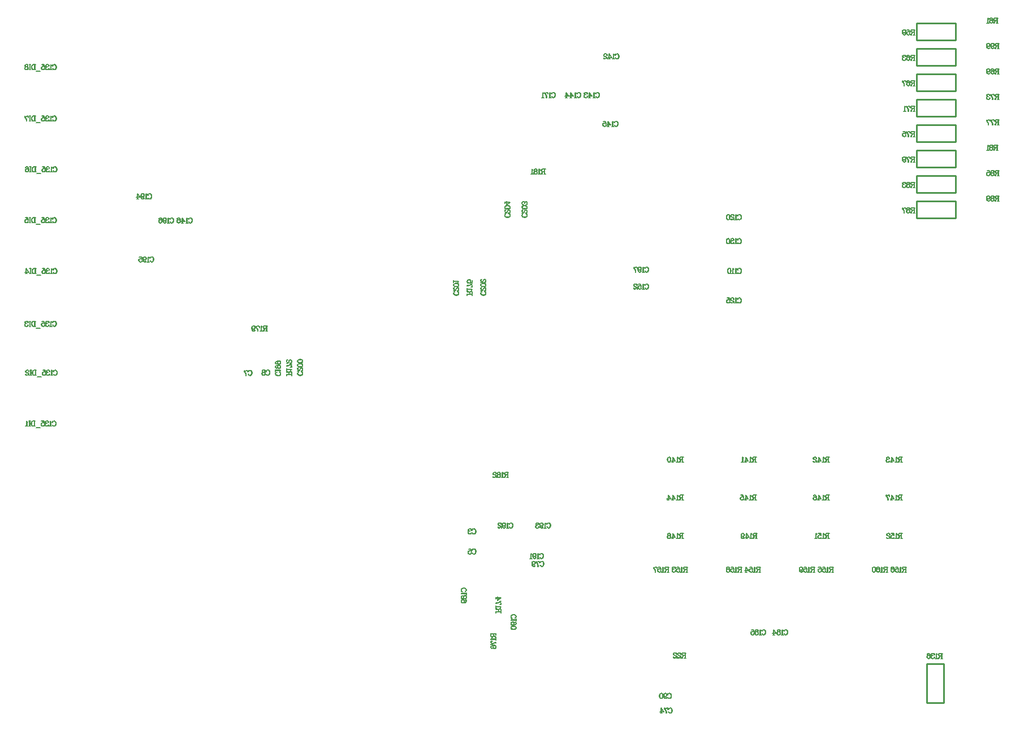
<source format=gbo>
G04 Layer_Color=32896*
%FSLAX25Y25*%
%MOIN*%
G70*
G01*
G75*
%ADD10C,0.01000*%
%ADD162C,0.00500*%
D10*
X801000Y397000D02*
X824000D01*
Y407000D01*
X801000D02*
X824000D01*
X801000Y397000D02*
Y407000D01*
Y412000D02*
X824000D01*
Y422000D01*
X801000D02*
X824000D01*
X801000Y412000D02*
Y422000D01*
Y427000D02*
X824000D01*
Y437000D01*
X801000D02*
X824000D01*
X801000Y427000D02*
Y437000D01*
Y442000D02*
X824000D01*
Y452000D01*
X801000D02*
X824000D01*
X801000Y442000D02*
Y452000D01*
Y457000D02*
X824000D01*
Y467000D01*
X801000D02*
X824000D01*
X801000Y457000D02*
Y467000D01*
Y472000D02*
X824000D01*
Y482000D01*
X801000D02*
X824000D01*
X801000Y472000D02*
Y482000D01*
Y487000D02*
X824000D01*
Y497000D01*
X801000D02*
X824000D01*
X801000Y487000D02*
Y497000D01*
Y512000D02*
X824000D01*
X801000Y502000D02*
Y512000D01*
Y502000D02*
X824000D01*
Y512000D01*
X807000Y110974D02*
X817000D01*
X807000D02*
Y133974D01*
X817000D01*
Y110974D02*
Y133974D01*
D162*
X417600Y306771D02*
X417458Y306342D01*
Y307199D01*
X417600Y306771D01*
X417886Y307056D01*
X418315Y307199D01*
X418600D01*
X419029Y307056D01*
X419314Y306771D01*
X419457Y306485D01*
X419600Y306057D01*
Y305343D01*
X419457Y304914D01*
X419314Y304628D01*
X419029Y304343D01*
X418600Y304200D01*
X418315D01*
X417886Y304343D01*
X417600Y304628D01*
X417458Y304914D01*
X418600Y307199D02*
X418886Y307056D01*
X419171Y306771D01*
X419314Y306485D01*
X419457Y306057D01*
Y305343D01*
X419314Y304914D01*
X419171Y304628D01*
X418886Y304343D01*
X418600Y304200D01*
X416315Y307199D02*
X416744Y307056D01*
X416886Y306771D01*
Y306342D01*
X416744Y306057D01*
X416315Y305914D01*
X415744D01*
X415315Y306057D01*
X415172Y306342D01*
Y306771D01*
X415315Y307056D01*
X415744Y307199D01*
X416315D01*
X416601Y307056D01*
X416744Y306771D01*
Y306342D01*
X416601Y306057D01*
X416315Y305914D01*
X415744D02*
X415458Y306057D01*
X415315Y306342D01*
Y306771D01*
X415458Y307056D01*
X415744Y307199D01*
X416315Y305914D02*
X416744Y305771D01*
X416886Y305628D01*
X417029Y305343D01*
Y304771D01*
X416886Y304486D01*
X416744Y304343D01*
X416315Y304200D01*
X415744D01*
X415315Y304343D01*
X415172Y304486D01*
X415030Y304771D01*
Y305343D01*
X415172Y305628D01*
X415315Y305771D01*
X415744Y305914D01*
X416315D02*
X416601Y305771D01*
X416744Y305628D01*
X416886Y305343D01*
Y304771D01*
X416744Y304486D01*
X416601Y304343D01*
X416315Y304200D01*
X415744D02*
X415458Y304343D01*
X415315Y304486D01*
X415172Y304771D01*
Y305343D01*
X415315Y305628D01*
X415458Y305771D01*
X415744Y305914D01*
X407100Y306571D02*
X406958Y306142D01*
Y306999D01*
X407100Y306571D01*
X407386Y306856D01*
X407815Y306999D01*
X408100D01*
X408529Y306856D01*
X408814Y306571D01*
X408957Y306285D01*
X409100Y305857D01*
Y305143D01*
X408957Y304714D01*
X408814Y304429D01*
X408529Y304143D01*
X408100Y304000D01*
X407815D01*
X407386Y304143D01*
X407100Y304429D01*
X406958Y304714D01*
X408100Y306999D02*
X408386Y306856D01*
X408672Y306571D01*
X408814Y306285D01*
X408957Y305857D01*
Y305143D01*
X408814Y304714D01*
X408672Y304429D01*
X408386Y304143D01*
X408100Y304000D01*
X406529Y306999D02*
Y306142D01*
Y306428D02*
X406386Y306714D01*
X406101Y306999D01*
X405815D01*
X405101Y306571D01*
X404815D01*
X404672Y306714D01*
X404530Y306999D01*
X406386Y306714D02*
X406101Y306856D01*
X405815D01*
X405101Y306571D01*
X404530Y306999D02*
Y306571D01*
X404672Y306142D01*
X405244Y305428D01*
X405386Y305143D01*
X405529Y304714D01*
Y304000D01*
X404672Y306142D02*
X405386Y305428D01*
X405529Y305143D01*
X405672Y304714D01*
Y304000D01*
X581667Y425758D02*
Y422759D01*
X581524Y425758D02*
Y422759D01*
X582096Y425758D02*
X580382D01*
X579953Y425616D01*
X579810Y425473D01*
X579668Y425187D01*
Y424901D01*
X579810Y424616D01*
X579953Y424473D01*
X580382Y424330D01*
X581524D01*
X580382Y425758D02*
X580096Y425616D01*
X579953Y425473D01*
X579810Y425187D01*
Y424901D01*
X579953Y424616D01*
X580096Y424473D01*
X580382Y424330D01*
X582096Y422759D02*
X581096D01*
X580810Y424330D02*
X580525Y424187D01*
X580382Y424045D01*
X579953Y423045D01*
X579810Y422902D01*
X579668D01*
X579525Y423045D01*
X580525Y424187D02*
X580382Y423902D01*
X580096Y422902D01*
X579953Y422759D01*
X579668D01*
X579525Y423045D01*
Y423187D01*
X579139Y425187D02*
X578854Y425330D01*
X578425Y425758D01*
Y422759D01*
X578568Y425616D02*
Y422759D01*
X579139D02*
X577854D01*
X576625Y425758D02*
X577054Y425616D01*
X577197Y425330D01*
Y424901D01*
X577054Y424616D01*
X576625Y424473D01*
X576054D01*
X575626Y424616D01*
X575483Y424901D01*
Y425330D01*
X575626Y425616D01*
X576054Y425758D01*
X576625D01*
X576911Y425616D01*
X577054Y425330D01*
Y424901D01*
X576911Y424616D01*
X576625Y424473D01*
X576054D02*
X575769Y424616D01*
X575626Y424901D01*
Y425330D01*
X575769Y425616D01*
X576054Y425758D01*
X576625Y424473D02*
X577054Y424330D01*
X577197Y424187D01*
X577340Y423902D01*
Y423330D01*
X577197Y423045D01*
X577054Y422902D01*
X576625Y422759D01*
X576054D01*
X575626Y422902D01*
X575483Y423045D01*
X575340Y423330D01*
Y423902D01*
X575483Y424187D01*
X575626Y424330D01*
X576054Y424473D01*
X576625D02*
X576911Y424330D01*
X577054Y424187D01*
X577197Y423902D01*
Y423330D01*
X577054Y423045D01*
X576911Y422902D01*
X576625Y422759D01*
X576054D02*
X575769Y422902D01*
X575626Y423045D01*
X575483Y423330D01*
Y423902D01*
X575626Y424187D01*
X575769Y424330D01*
X576054Y424473D01*
X574897Y425187D02*
X574612Y425330D01*
X574183Y425758D01*
Y422759D01*
X574326Y425616D02*
Y422759D01*
X574897D02*
X573612D01*
X417771Y333199D02*
Y330200D01*
X417629Y333199D02*
Y330200D01*
X418200Y333199D02*
X416486D01*
X416058Y333056D01*
X415915Y332914D01*
X415772Y332628D01*
Y332342D01*
X415915Y332057D01*
X416058Y331914D01*
X416486Y331771D01*
X417629D01*
X416486Y333199D02*
X416200Y333056D01*
X416058Y332914D01*
X415915Y332628D01*
Y332342D01*
X416058Y332057D01*
X416200Y331914D01*
X416486Y331771D01*
X418200Y330200D02*
X417200D01*
X416915Y331771D02*
X416629Y331628D01*
X416486Y331485D01*
X416058Y330486D01*
X415915Y330343D01*
X415772D01*
X415629Y330486D01*
X416629Y331628D02*
X416486Y331343D01*
X416200Y330343D01*
X416058Y330200D01*
X415772D01*
X415629Y330486D01*
Y330628D01*
X415243Y332628D02*
X414958Y332771D01*
X414529Y333199D01*
Y330200D01*
X414672Y333056D02*
Y330200D01*
X415243D02*
X413958D01*
X413444Y333199D02*
Y332342D01*
Y332628D02*
X413301Y332914D01*
X413015Y333199D01*
X412730D01*
X412016Y332771D01*
X411730D01*
X411587Y332914D01*
X411444Y333199D01*
X413301Y332914D02*
X413015Y333056D01*
X412730D01*
X412016Y332771D01*
X411444Y333199D02*
Y332771D01*
X411587Y332342D01*
X412158Y331628D01*
X412301Y331343D01*
X412444Y330914D01*
Y330200D01*
X411587Y332342D02*
X412301Y331628D01*
X412444Y331343D01*
X412587Y330914D01*
Y330200D01*
X409145Y332200D02*
X409288Y331771D01*
X409573Y331485D01*
X410002Y331343D01*
X410145D01*
X410573Y331485D01*
X410859Y331771D01*
X411002Y332200D01*
Y332342D01*
X410859Y332771D01*
X410573Y333056D01*
X410145Y333199D01*
X409859D01*
X409431Y333056D01*
X409145Y332771D01*
X409002Y332342D01*
Y331485D01*
X409145Y330914D01*
X409288Y330628D01*
X409573Y330343D01*
X410002Y330200D01*
X410430D01*
X410716Y330343D01*
X410859Y330628D01*
Y330771D01*
X410716Y330914D01*
X410573Y330771D01*
X410716Y330628D01*
X410145Y331343D02*
X410430Y331485D01*
X410716Y331771D01*
X410859Y332200D01*
Y332342D01*
X410716Y332771D01*
X410430Y333056D01*
X410145Y333199D01*
X409859D02*
X409573Y333056D01*
X409288Y332771D01*
X409145Y332342D01*
Y331485D01*
X409288Y330914D01*
X409431Y330628D01*
X409716Y330343D01*
X410002Y330200D01*
X432499Y304429D02*
X429500D01*
X432499Y304571D02*
X429500D01*
X432499Y304000D02*
Y305714D01*
X432357Y306142D01*
X432214Y306285D01*
X431928Y306428D01*
X431642D01*
X431357Y306285D01*
X431214Y306142D01*
X431071Y305714D01*
Y304571D01*
X432499Y305714D02*
X432357Y306000D01*
X432214Y306142D01*
X431928Y306285D01*
X431642D01*
X431357Y306142D01*
X431214Y306000D01*
X431071Y305714D01*
X429500Y304000D02*
Y305000D01*
X431071Y305285D02*
X430928Y305571D01*
X430785Y305714D01*
X429786Y306142D01*
X429643Y306285D01*
Y306428D01*
X429786Y306571D01*
X430928Y305571D02*
X430643Y305714D01*
X429643Y306000D01*
X429500Y306142D01*
Y306428D01*
X429786Y306571D01*
X429928D01*
X431928Y306957D02*
X432071Y307242D01*
X432499Y307671D01*
X429500D01*
X432357Y307528D02*
X429500D01*
Y306957D02*
Y308242D01*
X432499Y308756D02*
X431642D01*
X431928D02*
X432214Y308899D01*
X432499Y309185D01*
Y309470D01*
X432071Y310184D01*
Y310470D01*
X432214Y310613D01*
X432499Y310756D01*
X432214Y308899D02*
X432357Y309185D01*
Y309470D01*
X432071Y310184D01*
X432499Y310756D02*
X432071D01*
X431642Y310613D01*
X430928Y310042D01*
X430643Y309899D01*
X430214Y309756D01*
X429500D01*
X431642Y310613D02*
X430928Y309899D01*
X430643Y309756D01*
X430214Y309613D01*
X429500D01*
X431928Y311341D02*
X431785Y311484D01*
X431642Y311341D01*
X431785Y311198D01*
X431928D01*
X432214Y311341D01*
X432357Y311484D01*
X432499Y311913D01*
Y312484D01*
X432357Y312912D01*
X432214Y313055D01*
X431928Y313198D01*
X431642D01*
X431357Y313055D01*
X431071Y312627D01*
X430785Y311913D01*
X430643Y311627D01*
X430357Y311341D01*
X429928Y311198D01*
X429500D01*
X432499Y312484D02*
X432357Y312770D01*
X432214Y312912D01*
X431928Y313055D01*
X431642D01*
X431357Y312912D01*
X431071Y312484D01*
X430785Y311913D01*
X429786Y311198D02*
X429928Y311341D01*
Y311627D01*
X429643Y312341D01*
Y312770D01*
X429786Y313055D01*
X429928Y313198D01*
X430214D01*
X429928Y311627D02*
X429500Y312341D01*
Y312912D01*
X429643Y313055D01*
X429928Y313198D01*
X425621Y305756D02*
X425192Y305899D01*
X426049D01*
X425621Y305756D01*
X425907Y305471D01*
X426049Y305042D01*
Y304757D01*
X425907Y304328D01*
X425621Y304043D01*
X425335Y303900D01*
X424907Y303757D01*
X424193D01*
X423764Y303900D01*
X423479Y304043D01*
X423193Y304328D01*
X423050Y304757D01*
Y305042D01*
X423193Y305471D01*
X423479Y305756D01*
X423764Y305899D01*
X426049Y304757D02*
X425907Y304471D01*
X425621Y304185D01*
X425335Y304043D01*
X424907Y303900D01*
X424193D01*
X423764Y304043D01*
X423479Y304185D01*
X423193Y304471D01*
X423050Y304757D01*
X425478Y306328D02*
X425621Y306613D01*
X426049Y307042D01*
X423050D01*
X425907Y306899D02*
X423050D01*
Y306328D02*
Y307613D01*
X425050Y309984D02*
X424621Y309841D01*
X424335Y309556D01*
X424193Y309127D01*
Y308984D01*
X424335Y308556D01*
X424621Y308270D01*
X425050Y308127D01*
X425192D01*
X425621Y308270D01*
X425907Y308556D01*
X426049Y308984D01*
Y309270D01*
X425907Y309698D01*
X425621Y309984D01*
X425192Y310127D01*
X424335D01*
X423764Y309984D01*
X423479Y309841D01*
X423193Y309556D01*
X423050Y309127D01*
Y308699D01*
X423193Y308413D01*
X423479Y308270D01*
X423621D01*
X423764Y308413D01*
X423621Y308556D01*
X423479Y308413D01*
X424193Y308984D02*
X424335Y308699D01*
X424621Y308413D01*
X425050Y308270D01*
X425192D01*
X425621Y308413D01*
X425907Y308699D01*
X426049Y308984D01*
Y309270D02*
X425907Y309556D01*
X425621Y309841D01*
X425192Y309984D01*
X424335D01*
X423764Y309841D01*
X423479Y309698D01*
X423193Y309413D01*
X423050Y309127D01*
X425050Y312426D02*
X424621Y312284D01*
X424335Y311998D01*
X424193Y311569D01*
Y311427D01*
X424335Y310998D01*
X424621Y310713D01*
X425050Y310570D01*
X425192D01*
X425621Y310713D01*
X425907Y310998D01*
X426049Y311427D01*
Y311712D01*
X425907Y312141D01*
X425621Y312426D01*
X425192Y312569D01*
X424335D01*
X423764Y312426D01*
X423479Y312284D01*
X423193Y311998D01*
X423050Y311569D01*
Y311141D01*
X423193Y310855D01*
X423479Y310713D01*
X423621D01*
X423764Y310855D01*
X423621Y310998D01*
X423479Y310855D01*
X424193Y311427D02*
X424335Y311141D01*
X424621Y310855D01*
X425050Y310713D01*
X425192D01*
X425621Y310855D01*
X425907Y311141D01*
X426049Y311427D01*
Y311712D02*
X425907Y311998D01*
X425621Y312284D01*
X425192Y312426D01*
X424335D01*
X423764Y312284D01*
X423479Y312141D01*
X423193Y311855D01*
X423050Y311569D01*
X538999Y351766D02*
X536000D01*
X538999Y351908D02*
X536000D01*
X538999Y351337D02*
Y353051D01*
X538857Y353480D01*
X538714Y353622D01*
X538428Y353765D01*
X538142D01*
X537857Y353622D01*
X537714Y353480D01*
X537571Y353051D01*
Y351908D01*
X538999Y353051D02*
X538857Y353337D01*
X538714Y353480D01*
X538428Y353622D01*
X538142D01*
X537857Y353480D01*
X537714Y353337D01*
X537571Y353051D01*
X536000Y351337D02*
Y352337D01*
X537571Y352623D02*
X537428Y352908D01*
X537285Y353051D01*
X536286Y353480D01*
X536143Y353622D01*
Y353765D01*
X536286Y353908D01*
X537428Y352908D02*
X537143Y353051D01*
X536143Y353337D01*
X536000Y353480D01*
Y353765D01*
X536286Y353908D01*
X536428D01*
X538428Y354294D02*
X538571Y354579D01*
X538999Y355008D01*
X536000D01*
X538857Y354865D02*
X536000D01*
Y354294D02*
Y355579D01*
X538999Y356093D02*
X538142D01*
X538428D02*
X538714Y356236D01*
X538999Y356522D01*
Y356807D01*
X538571Y357522D01*
Y357807D01*
X538714Y357950D01*
X538999Y358093D01*
X538714Y356236D02*
X538857Y356522D01*
Y356807D01*
X538571Y357522D01*
X538999Y358093D02*
X538571D01*
X538142Y357950D01*
X537428Y357379D01*
X537143Y357236D01*
X536714Y357093D01*
X536000D01*
X538142Y357950D02*
X537428Y357236D01*
X537143Y357093D01*
X536714Y356950D01*
X536000D01*
X538999Y358821D02*
X537571Y358536D01*
X537857Y358821D01*
X538000Y359250D01*
Y359678D01*
X537857Y360107D01*
X537571Y360392D01*
X537143Y360535D01*
X536857D01*
X536428Y360392D01*
X536143Y360107D01*
X536000Y359678D01*
Y359250D01*
X536143Y358821D01*
X536286Y358679D01*
X536571Y358536D01*
X536714D01*
X536857Y358679D01*
X536714Y358821D01*
X536571Y358679D01*
X538000Y359678D02*
X537857Y359964D01*
X537571Y360249D01*
X537143Y360392D01*
X536857D01*
X536428Y360249D01*
X536143Y359964D01*
X536000Y359678D01*
X538999Y358821D02*
Y360249D01*
X538857Y358821D02*
Y359535D01*
X538999Y360249D01*
X560850Y399204D02*
X560422Y399347D01*
X561279D01*
X560850Y399204D01*
X561136Y398918D01*
X561279Y398490D01*
Y398204D01*
X561136Y397776D01*
X560850Y397490D01*
X560565Y397347D01*
X560136Y397204D01*
X559422D01*
X558994Y397347D01*
X558708Y397490D01*
X558422Y397776D01*
X558280Y398204D01*
Y398490D01*
X558422Y398918D01*
X558708Y399204D01*
X558994Y399347D01*
X561279Y398204D02*
X561136Y397919D01*
X560850Y397633D01*
X560565Y397490D01*
X560136Y397347D01*
X559422D01*
X558994Y397490D01*
X558708Y397633D01*
X558422Y397919D01*
X558280Y398204D01*
X560708Y399918D02*
X560565Y400061D01*
X560422Y399918D01*
X560565Y399775D01*
X560708D01*
X560993Y399918D01*
X561136Y400061D01*
X561279Y400489D01*
Y401061D01*
X561136Y401489D01*
X560993Y401632D01*
X560708Y401775D01*
X560422D01*
X560136Y401632D01*
X559851Y401203D01*
X559565Y400489D01*
X559422Y400204D01*
X559136Y399918D01*
X558708Y399775D01*
X558280D01*
X561279Y401061D02*
X561136Y401346D01*
X560993Y401489D01*
X560708Y401632D01*
X560422D01*
X560136Y401489D01*
X559851Y401061D01*
X559565Y400489D01*
X558565Y399775D02*
X558708Y399918D01*
Y400204D01*
X558422Y400918D01*
Y401346D01*
X558565Y401632D01*
X558708Y401775D01*
X558994D01*
X558708Y400204D02*
X558280Y400918D01*
Y401489D01*
X558422Y401632D01*
X558708Y401775D01*
X561279Y403075D02*
X561136Y402646D01*
X560708Y402360D01*
X559994Y402217D01*
X559565D01*
X558851Y402360D01*
X558422Y402646D01*
X558280Y403075D01*
Y403360D01*
X558422Y403789D01*
X558851Y404074D01*
X559565Y404217D01*
X559994D01*
X560708Y404074D01*
X561136Y403789D01*
X561279Y403360D01*
Y403075D01*
X561136Y402789D01*
X560993Y402646D01*
X560708Y402503D01*
X559994Y402360D01*
X559565D01*
X558851Y402503D01*
X558565Y402646D01*
X558422Y402789D01*
X558280Y403075D01*
Y403360D02*
X558422Y403646D01*
X558565Y403789D01*
X558851Y403932D01*
X559565Y404074D01*
X559994D01*
X560708Y403932D01*
X560993Y403789D01*
X561136Y403646D01*
X561279Y403360D01*
X560993Y406088D02*
X558280D01*
X559136Y406945D02*
Y404660D01*
X561279Y406231D01*
X558280D01*
Y405660D02*
Y406659D01*
X570871Y399204D02*
X570442Y399347D01*
X571299D01*
X570871Y399204D01*
X571157Y398918D01*
X571299Y398490D01*
Y398204D01*
X571157Y397776D01*
X570871Y397490D01*
X570585Y397347D01*
X570157Y397204D01*
X569443D01*
X569014Y397347D01*
X568728Y397490D01*
X568443Y397776D01*
X568300Y398204D01*
Y398490D01*
X568443Y398918D01*
X568728Y399204D01*
X569014Y399347D01*
X571299Y398204D02*
X571157Y397919D01*
X570871Y397633D01*
X570585Y397490D01*
X570157Y397347D01*
X569443D01*
X569014Y397490D01*
X568728Y397633D01*
X568443Y397919D01*
X568300Y398204D01*
X570728Y399918D02*
X570585Y400061D01*
X570442Y399918D01*
X570585Y399775D01*
X570728D01*
X571014Y399918D01*
X571157Y400061D01*
X571299Y400489D01*
Y401061D01*
X571157Y401489D01*
X571014Y401632D01*
X570728Y401775D01*
X570442D01*
X570157Y401632D01*
X569871Y401203D01*
X569586Y400489D01*
X569443Y400204D01*
X569157Y399918D01*
X568728Y399775D01*
X568300D01*
X571299Y401061D02*
X571157Y401346D01*
X571014Y401489D01*
X570728Y401632D01*
X570442D01*
X570157Y401489D01*
X569871Y401061D01*
X569586Y400489D01*
X568586Y399775D02*
X568728Y399918D01*
Y400204D01*
X568443Y400918D01*
Y401346D01*
X568586Y401632D01*
X568728Y401775D01*
X569014D01*
X568728Y400204D02*
X568300Y400918D01*
Y401489D01*
X568443Y401632D01*
X568728Y401775D01*
X571299Y403075D02*
X571157Y402646D01*
X570728Y402360D01*
X570014Y402217D01*
X569586D01*
X568871Y402360D01*
X568443Y402646D01*
X568300Y403075D01*
Y403360D01*
X568443Y403789D01*
X568871Y404074D01*
X569586Y404217D01*
X570014D01*
X570728Y404074D01*
X571157Y403789D01*
X571299Y403360D01*
Y403075D01*
X571157Y402789D01*
X571014Y402646D01*
X570728Y402503D01*
X570014Y402360D01*
X569586D01*
X568871Y402503D01*
X568586Y402646D01*
X568443Y402789D01*
X568300Y403075D01*
Y403360D02*
X568443Y403646D01*
X568586Y403789D01*
X568871Y403932D01*
X569586Y404074D01*
X570014D01*
X570728Y403932D01*
X571014Y403789D01*
X571157Y403646D01*
X571299Y403360D01*
X570728Y404803D02*
X570585Y404946D01*
X570442Y404803D01*
X570585Y404660D01*
X570728D01*
X571014Y404803D01*
X571157Y404946D01*
X571299Y405374D01*
Y405945D01*
X571157Y406374D01*
X570871Y406517D01*
X570442D01*
X570157Y406374D01*
X570014Y405945D01*
Y405517D01*
X571299Y405945D02*
X571157Y406231D01*
X570871Y406374D01*
X570442D01*
X570157Y406231D01*
X570014Y405945D01*
X569871Y406231D01*
X569586Y406517D01*
X569300Y406659D01*
X568871D01*
X568586Y406517D01*
X568443Y406374D01*
X568300Y405945D01*
Y405374D01*
X568443Y404946D01*
X568586Y404803D01*
X568871Y404660D01*
X569014D01*
X569157Y404803D01*
X569014Y404946D01*
X568871Y404803D01*
X569728Y406374D02*
X569300Y406517D01*
X568871D01*
X568586Y406374D01*
X568443Y406231D01*
X568300Y405945D01*
X546571Y353337D02*
X546142Y353480D01*
X546999D01*
X546571Y353337D01*
X546856Y353051D01*
X546999Y352623D01*
Y352337D01*
X546856Y351908D01*
X546571Y351623D01*
X546285Y351480D01*
X545857Y351337D01*
X545143D01*
X544714Y351480D01*
X544428Y351623D01*
X544143Y351908D01*
X544000Y352337D01*
Y352623D01*
X544143Y353051D01*
X544428Y353337D01*
X544714Y353480D01*
X546999Y352337D02*
X546856Y352051D01*
X546571Y351766D01*
X546285Y351623D01*
X545857Y351480D01*
X545143D01*
X544714Y351623D01*
X544428Y351766D01*
X544143Y352051D01*
X544000Y352337D01*
X546428Y354051D02*
X546285Y354194D01*
X546142Y354051D01*
X546285Y353908D01*
X546428D01*
X546714Y354051D01*
X546856Y354194D01*
X546999Y354622D01*
Y355193D01*
X546856Y355622D01*
X546714Y355765D01*
X546428Y355908D01*
X546142D01*
X545857Y355765D01*
X545571Y355336D01*
X545285Y354622D01*
X545143Y354337D01*
X544857Y354051D01*
X544428Y353908D01*
X544000D01*
X546999Y355193D02*
X546856Y355479D01*
X546714Y355622D01*
X546428Y355765D01*
X546142D01*
X545857Y355622D01*
X545571Y355193D01*
X545285Y354622D01*
X544286Y353908D02*
X544428Y354051D01*
Y354337D01*
X544143Y355051D01*
Y355479D01*
X544286Y355765D01*
X544428Y355908D01*
X544714D01*
X544428Y354337D02*
X544000Y355051D01*
Y355622D01*
X544143Y355765D01*
X544428Y355908D01*
X546999Y357207D02*
X546856Y356779D01*
X546428Y356493D01*
X545714Y356350D01*
X545285D01*
X544571Y356493D01*
X544143Y356779D01*
X544000Y357207D01*
Y357493D01*
X544143Y357922D01*
X544571Y358207D01*
X545285Y358350D01*
X545714D01*
X546428Y358207D01*
X546856Y357922D01*
X546999Y357493D01*
Y357207D01*
X546856Y356922D01*
X546714Y356779D01*
X546428Y356636D01*
X545714Y356493D01*
X545285D01*
X544571Y356636D01*
X544286Y356779D01*
X544143Y356922D01*
X544000Y357207D01*
Y357493D02*
X544143Y357779D01*
X544286Y357922D01*
X544571Y358064D01*
X545285Y358207D01*
X545714D01*
X546428Y358064D01*
X546714Y357922D01*
X546856Y357779D01*
X546999Y357493D01*
X546428Y358936D02*
X546285Y359078D01*
X546142Y358936D01*
X546285Y358793D01*
X546428D01*
X546714Y358936D01*
X546856Y359078D01*
X546999Y359507D01*
Y360078D01*
X546856Y360507D01*
X546714Y360649D01*
X546428Y360792D01*
X546142D01*
X545857Y360649D01*
X545571Y360221D01*
X545285Y359507D01*
X545143Y359221D01*
X544857Y358936D01*
X544428Y358793D01*
X544000D01*
X546999Y360078D02*
X546856Y360364D01*
X546714Y360507D01*
X546428Y360649D01*
X546142D01*
X545857Y360507D01*
X545571Y360078D01*
X545285Y359507D01*
X544286Y358793D02*
X544428Y358936D01*
Y359221D01*
X544143Y359935D01*
Y360364D01*
X544286Y360649D01*
X544428Y360792D01*
X544714D01*
X544428Y359221D02*
X544000Y359935D01*
Y360507D01*
X544143Y360649D01*
X544428Y360792D01*
X530571Y353337D02*
X530142Y353480D01*
X530999D01*
X530571Y353337D01*
X530857Y353051D01*
X530999Y352623D01*
Y352337D01*
X530857Y351908D01*
X530571Y351623D01*
X530285Y351480D01*
X529857Y351337D01*
X529143D01*
X528714Y351480D01*
X528429Y351623D01*
X528143Y351908D01*
X528000Y352337D01*
Y352623D01*
X528143Y353051D01*
X528429Y353337D01*
X528714Y353480D01*
X530999Y352337D02*
X530857Y352051D01*
X530571Y351766D01*
X530285Y351623D01*
X529857Y351480D01*
X529143D01*
X528714Y351623D01*
X528429Y351766D01*
X528143Y352051D01*
X528000Y352337D01*
X530428Y354051D02*
X530285Y354194D01*
X530142Y354051D01*
X530285Y353908D01*
X530428D01*
X530714Y354051D01*
X530857Y354194D01*
X530999Y354622D01*
Y355193D01*
X530857Y355622D01*
X530714Y355765D01*
X530428Y355908D01*
X530142D01*
X529857Y355765D01*
X529571Y355336D01*
X529285Y354622D01*
X529143Y354337D01*
X528857Y354051D01*
X528429Y353908D01*
X528000D01*
X530999Y355193D02*
X530857Y355479D01*
X530714Y355622D01*
X530428Y355765D01*
X530142D01*
X529857Y355622D01*
X529571Y355193D01*
X529285Y354622D01*
X528286Y353908D02*
X528429Y354051D01*
Y354337D01*
X528143Y355051D01*
Y355479D01*
X528286Y355765D01*
X528429Y355908D01*
X528714D01*
X528429Y354337D02*
X528000Y355051D01*
Y355622D01*
X528143Y355765D01*
X528429Y355908D01*
X530999Y357207D02*
X530857Y356779D01*
X530428Y356493D01*
X529714Y356350D01*
X529285D01*
X528571Y356493D01*
X528143Y356779D01*
X528000Y357207D01*
Y357493D01*
X528143Y357922D01*
X528571Y358207D01*
X529285Y358350D01*
X529714D01*
X530428Y358207D01*
X530857Y357922D01*
X530999Y357493D01*
Y357207D01*
X530857Y356922D01*
X530714Y356779D01*
X530428Y356636D01*
X529714Y356493D01*
X529285D01*
X528571Y356636D01*
X528286Y356779D01*
X528143Y356922D01*
X528000Y357207D01*
Y357493D02*
X528143Y357779D01*
X528286Y357922D01*
X528571Y358064D01*
X529285Y358207D01*
X529714D01*
X530428Y358064D01*
X530714Y357922D01*
X530857Y357779D01*
X530999Y357493D01*
X530428Y358793D02*
X530571Y359078D01*
X530999Y359507D01*
X528000D01*
X530857Y359364D02*
X528000D01*
Y358793D02*
Y360078D01*
X438571Y306000D02*
X438142Y306142D01*
X438999D01*
X438571Y306000D01*
X438857Y305714D01*
X438999Y305285D01*
Y305000D01*
X438857Y304571D01*
X438571Y304286D01*
X438285Y304143D01*
X437857Y304000D01*
X437143D01*
X436714Y304143D01*
X436428Y304286D01*
X436143Y304571D01*
X436000Y305000D01*
Y305285D01*
X436143Y305714D01*
X436428Y306000D01*
X436714Y306142D01*
X438999Y305000D02*
X438857Y304714D01*
X438571Y304429D01*
X438285Y304286D01*
X437857Y304143D01*
X437143D01*
X436714Y304286D01*
X436428Y304429D01*
X436143Y304714D01*
X436000Y305000D01*
X438428Y306714D02*
X438285Y306856D01*
X438142Y306714D01*
X438285Y306571D01*
X438428D01*
X438714Y306714D01*
X438857Y306856D01*
X438999Y307285D01*
Y307856D01*
X438857Y308285D01*
X438714Y308428D01*
X438428Y308570D01*
X438142D01*
X437857Y308428D01*
X437571Y307999D01*
X437285Y307285D01*
X437143Y306999D01*
X436857Y306714D01*
X436428Y306571D01*
X436000D01*
X438999Y307856D02*
X438857Y308142D01*
X438714Y308285D01*
X438428Y308428D01*
X438142D01*
X437857Y308285D01*
X437571Y307856D01*
X437285Y307285D01*
X436286Y306571D02*
X436428Y306714D01*
Y306999D01*
X436143Y307714D01*
Y308142D01*
X436286Y308428D01*
X436428Y308570D01*
X436714D01*
X436428Y306999D02*
X436000Y307714D01*
Y308285D01*
X436143Y308428D01*
X436428Y308570D01*
X438999Y309870D02*
X438857Y309442D01*
X438428Y309156D01*
X437714Y309013D01*
X437285D01*
X436571Y309156D01*
X436143Y309442D01*
X436000Y309870D01*
Y310156D01*
X436143Y310584D01*
X436571Y310870D01*
X437285Y311013D01*
X437714D01*
X438428Y310870D01*
X438857Y310584D01*
X438999Y310156D01*
Y309870D01*
X438857Y309584D01*
X438714Y309442D01*
X438428Y309299D01*
X437714Y309156D01*
X437285D01*
X436571Y309299D01*
X436286Y309442D01*
X436143Y309584D01*
X436000Y309870D01*
Y310156D02*
X436143Y310441D01*
X436286Y310584D01*
X436571Y310727D01*
X437285Y310870D01*
X437714D01*
X438428Y310727D01*
X438714Y310584D01*
X438857Y310441D01*
X438999Y310156D01*
Y312313D02*
X438857Y311884D01*
X438428Y311598D01*
X437714Y311455D01*
X437285D01*
X436571Y311598D01*
X436143Y311884D01*
X436000Y312313D01*
Y312598D01*
X436143Y313027D01*
X436571Y313312D01*
X437285Y313455D01*
X437714D01*
X438428Y313312D01*
X438857Y313027D01*
X438999Y312598D01*
Y312313D01*
X438857Y312027D01*
X438714Y311884D01*
X438428Y311741D01*
X437714Y311598D01*
X437285D01*
X436571Y311741D01*
X436286Y311884D01*
X436143Y312027D01*
X436000Y312313D01*
Y312598D02*
X436143Y312884D01*
X436286Y313027D01*
X436571Y313170D01*
X437285Y313312D01*
X437714D01*
X438428Y313170D01*
X438714Y313027D01*
X438857Y312884D01*
X438999Y312598D01*
X783571Y190999D02*
Y188000D01*
X783429Y190999D02*
Y188000D01*
X784000Y190999D02*
X782286D01*
X781858Y190857D01*
X781715Y190714D01*
X781572Y190428D01*
Y190142D01*
X781715Y189857D01*
X781858Y189714D01*
X782286Y189571D01*
X783429D01*
X782286Y190999D02*
X782000Y190857D01*
X781858Y190714D01*
X781715Y190428D01*
Y190142D01*
X781858Y189857D01*
X782000Y189714D01*
X782286Y189571D01*
X784000Y188000D02*
X783000D01*
X782715Y189571D02*
X782429Y189428D01*
X782286Y189285D01*
X781858Y188286D01*
X781715Y188143D01*
X781572D01*
X781429Y188286D01*
X782429Y189428D02*
X782286Y189143D01*
X782000Y188143D01*
X781858Y188000D01*
X781572D01*
X781429Y188286D01*
Y188428D01*
X781043Y190428D02*
X780758Y190571D01*
X780329Y190999D01*
Y188000D01*
X780472Y190857D02*
Y188000D01*
X781043D02*
X779758D01*
X777530Y190571D02*
X777673Y190428D01*
X777530Y190285D01*
X777387Y190428D01*
Y190571D01*
X777530Y190857D01*
X777816Y190999D01*
X778244D01*
X778673Y190857D01*
X778958Y190571D01*
X779101Y190285D01*
X779244Y189714D01*
Y188857D01*
X779101Y188428D01*
X778815Y188143D01*
X778387Y188000D01*
X778101D01*
X777673Y188143D01*
X777387Y188428D01*
X777244Y188857D01*
Y189000D01*
X777387Y189428D01*
X777673Y189714D01*
X778101Y189857D01*
X778244D01*
X778673Y189714D01*
X778958Y189428D01*
X779101Y189000D01*
X778244Y190999D02*
X778530Y190857D01*
X778815Y190571D01*
X778958Y190285D01*
X779101Y189714D01*
Y188857D01*
X778958Y188428D01*
X778673Y188143D01*
X778387Y188000D01*
X778101D02*
X777816Y188143D01*
X777530Y188428D01*
X777387Y188857D01*
Y189000D01*
X777530Y189428D01*
X777816Y189714D01*
X778101Y189857D01*
X775945Y190999D02*
X776373Y190857D01*
X776659Y190428D01*
X776802Y189714D01*
Y189285D01*
X776659Y188571D01*
X776373Y188143D01*
X775945Y188000D01*
X775659D01*
X775231Y188143D01*
X774945Y188571D01*
X774802Y189285D01*
Y189714D01*
X774945Y190428D01*
X775231Y190857D01*
X775659Y190999D01*
X775945D01*
X776230Y190857D01*
X776373Y190714D01*
X776516Y190428D01*
X776659Y189714D01*
Y189285D01*
X776516Y188571D01*
X776373Y188286D01*
X776230Y188143D01*
X775945Y188000D01*
X775659D02*
X775373Y188143D01*
X775231Y188286D01*
X775088Y188571D01*
X774945Y189285D01*
Y189714D01*
X775088Y190428D01*
X775231Y190714D01*
X775373Y190857D01*
X775659Y190999D01*
X740571D02*
Y188000D01*
X740429Y190999D02*
Y188000D01*
X741000Y190999D02*
X739286D01*
X738858Y190857D01*
X738715Y190714D01*
X738572Y190428D01*
Y190142D01*
X738715Y189857D01*
X738858Y189714D01*
X739286Y189571D01*
X740429D01*
X739286Y190999D02*
X739000Y190857D01*
X738858Y190714D01*
X738715Y190428D01*
Y190142D01*
X738858Y189857D01*
X739000Y189714D01*
X739286Y189571D01*
X741000Y188000D02*
X740000D01*
X739715Y189571D02*
X739429Y189428D01*
X739286Y189285D01*
X738858Y188286D01*
X738715Y188143D01*
X738572D01*
X738429Y188286D01*
X739429Y189428D02*
X739286Y189143D01*
X739000Y188143D01*
X738858Y188000D01*
X738572D01*
X738429Y188286D01*
Y188428D01*
X738043Y190428D02*
X737758Y190571D01*
X737329Y190999D01*
Y188000D01*
X737472Y190857D02*
Y188000D01*
X738043D02*
X736758D01*
X735958Y190999D02*
X736244Y189571D01*
X735958Y189857D01*
X735530Y190000D01*
X735101D01*
X734673Y189857D01*
X734387Y189571D01*
X734244Y189143D01*
Y188857D01*
X734387Y188428D01*
X734673Y188143D01*
X735101Y188000D01*
X735530D01*
X735958Y188143D01*
X736101Y188286D01*
X736244Y188571D01*
Y188714D01*
X736101Y188857D01*
X735958Y188714D01*
X736101Y188571D01*
X735101Y190000D02*
X734816Y189857D01*
X734530Y189571D01*
X734387Y189143D01*
Y188857D01*
X734530Y188428D01*
X734816Y188143D01*
X735101Y188000D01*
X735958Y190999D02*
X734530D01*
X735958Y190857D02*
X735244D01*
X734530Y190999D01*
X731945Y190000D02*
X732088Y189571D01*
X732373Y189285D01*
X732802Y189143D01*
X732945D01*
X733373Y189285D01*
X733659Y189571D01*
X733802Y190000D01*
Y190142D01*
X733659Y190571D01*
X733373Y190857D01*
X732945Y190999D01*
X732659D01*
X732231Y190857D01*
X731945Y190571D01*
X731802Y190142D01*
Y189285D01*
X731945Y188714D01*
X732088Y188428D01*
X732373Y188143D01*
X732802Y188000D01*
X733230D01*
X733516Y188143D01*
X733659Y188428D01*
Y188571D01*
X733516Y188714D01*
X733373Y188571D01*
X733516Y188428D01*
X732945Y189143D02*
X733230Y189285D01*
X733516Y189571D01*
X733659Y190000D01*
Y190142D01*
X733516Y190571D01*
X733230Y190857D01*
X732945Y190999D01*
X732659D02*
X732373Y190857D01*
X732088Y190571D01*
X731945Y190142D01*
Y189285D01*
X732088Y188714D01*
X732231Y188428D01*
X732516Y188143D01*
X732802Y188000D01*
X697572Y190999D02*
Y188000D01*
X697429Y190999D02*
Y188000D01*
X698000Y190999D02*
X696286D01*
X695858Y190857D01*
X695715Y190714D01*
X695572Y190428D01*
Y190142D01*
X695715Y189857D01*
X695858Y189714D01*
X696286Y189571D01*
X697429D01*
X696286Y190999D02*
X696000Y190857D01*
X695858Y190714D01*
X695715Y190428D01*
Y190142D01*
X695858Y189857D01*
X696000Y189714D01*
X696286Y189571D01*
X698000Y188000D02*
X697000D01*
X696715Y189571D02*
X696429Y189428D01*
X696286Y189285D01*
X695858Y188286D01*
X695715Y188143D01*
X695572D01*
X695429Y188286D01*
X696429Y189428D02*
X696286Y189143D01*
X696000Y188143D01*
X695858Y188000D01*
X695572D01*
X695429Y188286D01*
Y188428D01*
X695044Y190428D02*
X694758Y190571D01*
X694329Y190999D01*
Y188000D01*
X694472Y190857D02*
Y188000D01*
X695044D02*
X693758D01*
X692958Y190999D02*
X693244Y189571D01*
X692958Y189857D01*
X692530Y190000D01*
X692101D01*
X691673Y189857D01*
X691387Y189571D01*
X691244Y189143D01*
Y188857D01*
X691387Y188428D01*
X691673Y188143D01*
X692101Y188000D01*
X692530D01*
X692958Y188143D01*
X693101Y188286D01*
X693244Y188571D01*
Y188714D01*
X693101Y188857D01*
X692958Y188714D01*
X693101Y188571D01*
X692101Y190000D02*
X691816Y189857D01*
X691530Y189571D01*
X691387Y189143D01*
Y188857D01*
X691530Y188428D01*
X691816Y188143D01*
X692101Y188000D01*
X692958Y190999D02*
X691530D01*
X692958Y190857D02*
X692244D01*
X691530Y190999D01*
X690087D02*
X690516Y190857D01*
X690659Y190571D01*
Y190142D01*
X690516Y189857D01*
X690087Y189714D01*
X689516D01*
X689088Y189857D01*
X688945Y190142D01*
Y190571D01*
X689088Y190857D01*
X689516Y190999D01*
X690087D01*
X690373Y190857D01*
X690516Y190571D01*
Y190142D01*
X690373Y189857D01*
X690087Y189714D01*
X689516D02*
X689230Y189857D01*
X689088Y190142D01*
Y190571D01*
X689230Y190857D01*
X689516Y190999D01*
X690087Y189714D02*
X690516Y189571D01*
X690659Y189428D01*
X690802Y189143D01*
Y188571D01*
X690659Y188286D01*
X690516Y188143D01*
X690087Y188000D01*
X689516D01*
X689088Y188143D01*
X688945Y188286D01*
X688802Y188571D01*
Y189143D01*
X688945Y189428D01*
X689088Y189571D01*
X689516Y189714D01*
X690087D02*
X690373Y189571D01*
X690516Y189428D01*
X690659Y189143D01*
Y188571D01*
X690516Y188286D01*
X690373Y188143D01*
X690087Y188000D01*
X689516D02*
X689230Y188143D01*
X689088Y188286D01*
X688945Y188571D01*
Y189143D01*
X689088Y189428D01*
X689230Y189571D01*
X689516Y189714D01*
X654571Y190999D02*
Y188000D01*
X654429Y190999D02*
Y188000D01*
X655000Y190999D02*
X653286D01*
X652858Y190857D01*
X652715Y190714D01*
X652572Y190428D01*
Y190142D01*
X652715Y189857D01*
X652858Y189714D01*
X653286Y189571D01*
X654429D01*
X653286Y190999D02*
X653000Y190857D01*
X652858Y190714D01*
X652715Y190428D01*
Y190142D01*
X652858Y189857D01*
X653000Y189714D01*
X653286Y189571D01*
X655000Y188000D02*
X654000D01*
X653715Y189571D02*
X653429Y189428D01*
X653286Y189285D01*
X652858Y188286D01*
X652715Y188143D01*
X652572D01*
X652429Y188286D01*
X653429Y189428D02*
X653286Y189143D01*
X653000Y188143D01*
X652858Y188000D01*
X652572D01*
X652429Y188286D01*
Y188428D01*
X652043Y190428D02*
X651758Y190571D01*
X651329Y190999D01*
Y188000D01*
X651472Y190857D02*
Y188000D01*
X652043D02*
X650758D01*
X649958Y190999D02*
X650244Y189571D01*
X649958Y189857D01*
X649530Y190000D01*
X649101D01*
X648673Y189857D01*
X648387Y189571D01*
X648244Y189143D01*
Y188857D01*
X648387Y188428D01*
X648673Y188143D01*
X649101Y188000D01*
X649530D01*
X649958Y188143D01*
X650101Y188286D01*
X650244Y188571D01*
Y188714D01*
X650101Y188857D01*
X649958Y188714D01*
X650101Y188571D01*
X649101Y190000D02*
X648816Y189857D01*
X648530Y189571D01*
X648387Y189143D01*
Y188857D01*
X648530Y188428D01*
X648816Y188143D01*
X649101Y188000D01*
X649958Y190999D02*
X648530D01*
X649958Y190857D02*
X649244D01*
X648530Y190999D01*
X647802D02*
Y190142D01*
Y190428D02*
X647659Y190714D01*
X647373Y190999D01*
X647087D01*
X646373Y190571D01*
X646088D01*
X645945Y190714D01*
X645802Y190999D01*
X647659Y190714D02*
X647373Y190857D01*
X647087D01*
X646373Y190571D01*
X645802Y190999D02*
Y190571D01*
X645945Y190142D01*
X646516Y189428D01*
X646659Y189143D01*
X646802Y188714D01*
Y188000D01*
X645945Y190142D02*
X646659Y189428D01*
X646802Y189143D01*
X646945Y188714D01*
Y188000D01*
X794571Y190999D02*
Y188000D01*
X794429Y190999D02*
Y188000D01*
X795000Y190999D02*
X793286D01*
X792858Y190857D01*
X792715Y190714D01*
X792572Y190428D01*
Y190142D01*
X792715Y189857D01*
X792858Y189714D01*
X793286Y189571D01*
X794429D01*
X793286Y190999D02*
X793000Y190857D01*
X792858Y190714D01*
X792715Y190428D01*
Y190142D01*
X792858Y189857D01*
X793000Y189714D01*
X793286Y189571D01*
X795000Y188000D02*
X794000D01*
X793715Y189571D02*
X793429Y189428D01*
X793286Y189285D01*
X792858Y188286D01*
X792715Y188143D01*
X792572D01*
X792429Y188286D01*
X793429Y189428D02*
X793286Y189143D01*
X793000Y188143D01*
X792858Y188000D01*
X792572D01*
X792429Y188286D01*
Y188428D01*
X792043Y190428D02*
X791758Y190571D01*
X791329Y190999D01*
Y188000D01*
X791472Y190857D02*
Y188000D01*
X792043D02*
X790758D01*
X789958Y190999D02*
X790244Y189571D01*
X789958Y189857D01*
X789530Y190000D01*
X789101D01*
X788673Y189857D01*
X788387Y189571D01*
X788244Y189143D01*
Y188857D01*
X788387Y188428D01*
X788673Y188143D01*
X789101Y188000D01*
X789530D01*
X789958Y188143D01*
X790101Y188286D01*
X790244Y188571D01*
Y188714D01*
X790101Y188857D01*
X789958Y188714D01*
X790101Y188571D01*
X789101Y190000D02*
X788816Y189857D01*
X788530Y189571D01*
X788387Y189143D01*
Y188857D01*
X788530Y188428D01*
X788816Y188143D01*
X789101Y188000D01*
X789958Y190999D02*
X788530D01*
X789958Y190857D02*
X789244D01*
X788530Y190999D01*
X786088Y190571D02*
X786231Y190428D01*
X786088Y190285D01*
X785945Y190428D01*
Y190571D01*
X786088Y190857D01*
X786373Y190999D01*
X786802D01*
X787230Y190857D01*
X787516Y190571D01*
X787659Y190285D01*
X787802Y189714D01*
Y188857D01*
X787659Y188428D01*
X787373Y188143D01*
X786945Y188000D01*
X786659D01*
X786231Y188143D01*
X785945Y188428D01*
X785802Y188857D01*
Y189000D01*
X785945Y189428D01*
X786231Y189714D01*
X786659Y189857D01*
X786802D01*
X787230Y189714D01*
X787516Y189428D01*
X787659Y189000D01*
X786802Y190999D02*
X787087Y190857D01*
X787373Y190571D01*
X787516Y190285D01*
X787659Y189714D01*
Y188857D01*
X787516Y188428D01*
X787230Y188143D01*
X786945Y188000D01*
X786659D02*
X786373Y188143D01*
X786088Y188428D01*
X785945Y188857D01*
Y189000D01*
X786088Y189428D01*
X786373Y189714D01*
X786659Y189857D01*
X751572Y190999D02*
Y188000D01*
X751429Y190999D02*
Y188000D01*
X752000Y190999D02*
X750286D01*
X749858Y190857D01*
X749715Y190714D01*
X749572Y190428D01*
Y190142D01*
X749715Y189857D01*
X749858Y189714D01*
X750286Y189571D01*
X751429D01*
X750286Y190999D02*
X750000Y190857D01*
X749858Y190714D01*
X749715Y190428D01*
Y190142D01*
X749858Y189857D01*
X750000Y189714D01*
X750286Y189571D01*
X752000Y188000D02*
X751000D01*
X750715Y189571D02*
X750429Y189428D01*
X750286Y189285D01*
X749858Y188286D01*
X749715Y188143D01*
X749572D01*
X749429Y188286D01*
X750429Y189428D02*
X750286Y189143D01*
X750000Y188143D01*
X749858Y188000D01*
X749572D01*
X749429Y188286D01*
Y188428D01*
X749044Y190428D02*
X748758Y190571D01*
X748329Y190999D01*
Y188000D01*
X748472Y190857D02*
Y188000D01*
X749044D02*
X747758D01*
X746958Y190999D02*
X747244Y189571D01*
X746958Y189857D01*
X746530Y190000D01*
X746101D01*
X745673Y189857D01*
X745387Y189571D01*
X745244Y189143D01*
Y188857D01*
X745387Y188428D01*
X745673Y188143D01*
X746101Y188000D01*
X746530D01*
X746958Y188143D01*
X747101Y188286D01*
X747244Y188571D01*
Y188714D01*
X747101Y188857D01*
X746958Y188714D01*
X747101Y188571D01*
X746101Y190000D02*
X745816Y189857D01*
X745530Y189571D01*
X745387Y189143D01*
Y188857D01*
X745530Y188428D01*
X745816Y188143D01*
X746101Y188000D01*
X746958Y190999D02*
X745530D01*
X746958Y190857D02*
X746244D01*
X745530Y190999D01*
X744516D02*
X744802Y189571D01*
X744516Y189857D01*
X744087Y190000D01*
X743659D01*
X743230Y189857D01*
X742945Y189571D01*
X742802Y189143D01*
Y188857D01*
X742945Y188428D01*
X743230Y188143D01*
X743659Y188000D01*
X744087D01*
X744516Y188143D01*
X744659Y188286D01*
X744802Y188571D01*
Y188714D01*
X744659Y188857D01*
X744516Y188714D01*
X744659Y188571D01*
X743659Y190000D02*
X743373Y189857D01*
X743088Y189571D01*
X742945Y189143D01*
Y188857D01*
X743088Y188428D01*
X743373Y188143D01*
X743659Y188000D01*
X744516Y190999D02*
X743088D01*
X744516Y190857D02*
X743802D01*
X743088Y190999D01*
X708571D02*
Y188000D01*
X708429Y190999D02*
Y188000D01*
X709000Y190999D02*
X707286D01*
X706858Y190857D01*
X706715Y190714D01*
X706572Y190428D01*
Y190142D01*
X706715Y189857D01*
X706858Y189714D01*
X707286Y189571D01*
X708429D01*
X707286Y190999D02*
X707000Y190857D01*
X706858Y190714D01*
X706715Y190428D01*
Y190142D01*
X706858Y189857D01*
X707000Y189714D01*
X707286Y189571D01*
X709000Y188000D02*
X708000D01*
X707715Y189571D02*
X707429Y189428D01*
X707286Y189285D01*
X706858Y188286D01*
X706715Y188143D01*
X706572D01*
X706429Y188286D01*
X707429Y189428D02*
X707286Y189143D01*
X707000Y188143D01*
X706858Y188000D01*
X706572D01*
X706429Y188286D01*
Y188428D01*
X706043Y190428D02*
X705758Y190571D01*
X705329Y190999D01*
Y188000D01*
X705472Y190857D02*
Y188000D01*
X706043D02*
X704758D01*
X703958Y190999D02*
X704244Y189571D01*
X703958Y189857D01*
X703530Y190000D01*
X703101D01*
X702673Y189857D01*
X702387Y189571D01*
X702244Y189143D01*
Y188857D01*
X702387Y188428D01*
X702673Y188143D01*
X703101Y188000D01*
X703530D01*
X703958Y188143D01*
X704101Y188286D01*
X704244Y188571D01*
Y188714D01*
X704101Y188857D01*
X703958Y188714D01*
X704101Y188571D01*
X703101Y190000D02*
X702816Y189857D01*
X702530Y189571D01*
X702387Y189143D01*
Y188857D01*
X702530Y188428D01*
X702816Y188143D01*
X703101Y188000D01*
X703958Y190999D02*
X702530D01*
X703958Y190857D02*
X703244D01*
X702530Y190999D01*
X700373Y190714D02*
Y188000D01*
X699516Y188857D02*
X701802D01*
X700231Y190999D01*
Y188000D01*
X700802D02*
X699802D01*
X665571Y190999D02*
Y188000D01*
X665429Y190999D02*
Y188000D01*
X666000Y190999D02*
X664286D01*
X663858Y190857D01*
X663715Y190714D01*
X663572Y190428D01*
Y190142D01*
X663715Y189857D01*
X663858Y189714D01*
X664286Y189571D01*
X665429D01*
X664286Y190999D02*
X664000Y190857D01*
X663858Y190714D01*
X663715Y190428D01*
Y190142D01*
X663858Y189857D01*
X664000Y189714D01*
X664286Y189571D01*
X666000Y188000D02*
X665000D01*
X664715Y189571D02*
X664429Y189428D01*
X664286Y189285D01*
X663858Y188286D01*
X663715Y188143D01*
X663572D01*
X663429Y188286D01*
X664429Y189428D02*
X664286Y189143D01*
X664000Y188143D01*
X663858Y188000D01*
X663572D01*
X663429Y188286D01*
Y188428D01*
X663043Y190428D02*
X662758Y190571D01*
X662329Y190999D01*
Y188000D01*
X662472Y190857D02*
Y188000D01*
X663043D02*
X661758D01*
X660958Y190999D02*
X661244Y189571D01*
X660958Y189857D01*
X660530Y190000D01*
X660101D01*
X659673Y189857D01*
X659387Y189571D01*
X659244Y189143D01*
Y188857D01*
X659387Y188428D01*
X659673Y188143D01*
X660101Y188000D01*
X660530D01*
X660958Y188143D01*
X661101Y188286D01*
X661244Y188571D01*
Y188714D01*
X661101Y188857D01*
X660958Y188714D01*
X661101Y188571D01*
X660101Y190000D02*
X659816Y189857D01*
X659530Y189571D01*
X659387Y189143D01*
Y188857D01*
X659530Y188428D01*
X659816Y188143D01*
X660101Y188000D01*
X660958Y190999D02*
X659530D01*
X660958Y190857D02*
X660244D01*
X659530Y190999D01*
X658659Y190428D02*
X658516Y190285D01*
X658659Y190142D01*
X658802Y190285D01*
Y190428D01*
X658659Y190714D01*
X658516Y190857D01*
X658087Y190999D01*
X657516D01*
X657088Y190857D01*
X656945Y190571D01*
Y190142D01*
X657088Y189857D01*
X657516Y189714D01*
X657945D01*
X657516Y190999D02*
X657231Y190857D01*
X657088Y190571D01*
Y190142D01*
X657231Y189857D01*
X657516Y189714D01*
X657231Y189571D01*
X656945Y189285D01*
X656802Y189000D01*
Y188571D01*
X656945Y188286D01*
X657088Y188143D01*
X657516Y188000D01*
X658087D01*
X658516Y188143D01*
X658659Y188286D01*
X658802Y188571D01*
Y188714D01*
X658659Y188857D01*
X658516Y188714D01*
X658659Y188571D01*
X657088Y189428D02*
X656945Y189000D01*
Y188571D01*
X657088Y188286D01*
X657231Y188143D01*
X657516Y188000D01*
X792071Y210799D02*
Y207800D01*
X791929Y210799D02*
Y207800D01*
X792500Y210799D02*
X790786D01*
X790358Y210656D01*
X790215Y210514D01*
X790072Y210228D01*
Y209942D01*
X790215Y209657D01*
X790358Y209514D01*
X790786Y209371D01*
X791929D01*
X790786Y210799D02*
X790500Y210656D01*
X790358Y210514D01*
X790215Y210228D01*
Y209942D01*
X790358Y209657D01*
X790500Y209514D01*
X790786Y209371D01*
X792500Y207800D02*
X791500D01*
X791215Y209371D02*
X790929Y209228D01*
X790786Y209085D01*
X790358Y208086D01*
X790215Y207943D01*
X790072D01*
X789929Y208086D01*
X790929Y209228D02*
X790786Y208943D01*
X790500Y207943D01*
X790358Y207800D01*
X790072D01*
X789929Y208086D01*
Y208228D01*
X789543Y210228D02*
X789258Y210371D01*
X788829Y210799D01*
Y207800D01*
X788972Y210656D02*
Y207800D01*
X789543D02*
X788258D01*
X787458Y210799D02*
X787744Y209371D01*
X787458Y209657D01*
X787030Y209800D01*
X786601D01*
X786173Y209657D01*
X785887Y209371D01*
X785744Y208943D01*
Y208657D01*
X785887Y208228D01*
X786173Y207943D01*
X786601Y207800D01*
X787030D01*
X787458Y207943D01*
X787601Y208086D01*
X787744Y208371D01*
Y208514D01*
X787601Y208657D01*
X787458Y208514D01*
X787601Y208371D01*
X786601Y209800D02*
X786316Y209657D01*
X786030Y209371D01*
X785887Y208943D01*
Y208657D01*
X786030Y208228D01*
X786316Y207943D01*
X786601Y207800D01*
X787458Y210799D02*
X786030D01*
X787458Y210656D02*
X786744D01*
X786030Y210799D01*
X785159Y210228D02*
X785016Y210085D01*
X785159Y209942D01*
X785302Y210085D01*
Y210228D01*
X785159Y210514D01*
X785016Y210656D01*
X784587Y210799D01*
X784016D01*
X783588Y210656D01*
X783445Y210514D01*
X783302Y210228D01*
Y209942D01*
X783445Y209657D01*
X783873Y209371D01*
X784587Y209085D01*
X784873Y208943D01*
X785159Y208657D01*
X785302Y208228D01*
Y207800D01*
X784016Y210799D02*
X783731Y210656D01*
X783588Y210514D01*
X783445Y210228D01*
Y209942D01*
X783588Y209657D01*
X784016Y209371D01*
X784587Y209085D01*
X785302Y208086D02*
X785159Y208228D01*
X784873D01*
X784159Y207943D01*
X783731D01*
X783445Y208086D01*
X783302Y208228D01*
Y208514D01*
X784873Y208228D02*
X784159Y207800D01*
X783588D01*
X783445Y207943D01*
X783302Y208228D01*
X749072Y210799D02*
Y207800D01*
X748929Y210799D02*
Y207800D01*
X749500Y210799D02*
X747786D01*
X747358Y210656D01*
X747215Y210514D01*
X747072Y210228D01*
Y209942D01*
X747215Y209657D01*
X747358Y209514D01*
X747786Y209371D01*
X748929D01*
X747786Y210799D02*
X747500Y210656D01*
X747358Y210514D01*
X747215Y210228D01*
Y209942D01*
X747358Y209657D01*
X747500Y209514D01*
X747786Y209371D01*
X749500Y207800D02*
X748500D01*
X748215Y209371D02*
X747929Y209228D01*
X747786Y209085D01*
X747358Y208086D01*
X747215Y207943D01*
X747072D01*
X746929Y208086D01*
X747929Y209228D02*
X747786Y208943D01*
X747500Y207943D01*
X747358Y207800D01*
X747072D01*
X746929Y208086D01*
Y208228D01*
X746544Y210228D02*
X746258Y210371D01*
X745829Y210799D01*
Y207800D01*
X745972Y210656D02*
Y207800D01*
X746544D02*
X745258D01*
X744458Y210799D02*
X744744Y209371D01*
X744458Y209657D01*
X744030Y209800D01*
X743601D01*
X743173Y209657D01*
X742887Y209371D01*
X742744Y208943D01*
Y208657D01*
X742887Y208228D01*
X743173Y207943D01*
X743601Y207800D01*
X744030D01*
X744458Y207943D01*
X744601Y208086D01*
X744744Y208371D01*
Y208514D01*
X744601Y208657D01*
X744458Y208514D01*
X744601Y208371D01*
X743601Y209800D02*
X743316Y209657D01*
X743030Y209371D01*
X742887Y208943D01*
Y208657D01*
X743030Y208228D01*
X743316Y207943D01*
X743601Y207800D01*
X744458Y210799D02*
X743030D01*
X744458Y210656D02*
X743744D01*
X743030Y210799D01*
X742302Y210228D02*
X742016Y210371D01*
X741587Y210799D01*
Y207800D01*
X741730Y210656D02*
Y207800D01*
X742302D02*
X741016D01*
X706471Y210799D02*
Y207800D01*
X706329Y210799D02*
Y207800D01*
X706900Y210799D02*
X705186D01*
X704758Y210656D01*
X704615Y210514D01*
X704472Y210228D01*
Y209942D01*
X704615Y209657D01*
X704758Y209514D01*
X705186Y209371D01*
X706329D01*
X705186Y210799D02*
X704900Y210656D01*
X704758Y210514D01*
X704615Y210228D01*
Y209942D01*
X704758Y209657D01*
X704900Y209514D01*
X705186Y209371D01*
X706900Y207800D02*
X705900D01*
X705615Y209371D02*
X705329Y209228D01*
X705186Y209085D01*
X704758Y208086D01*
X704615Y207943D01*
X704472D01*
X704329Y208086D01*
X705329Y209228D02*
X705186Y208943D01*
X704900Y207943D01*
X704758Y207800D01*
X704472D01*
X704329Y208086D01*
Y208228D01*
X703943Y210228D02*
X703658Y210371D01*
X703229Y210799D01*
Y207800D01*
X703372Y210656D02*
Y207800D01*
X703943D02*
X702658D01*
X700716Y210514D02*
Y207800D01*
X699859Y208657D02*
X702144D01*
X700573Y210799D01*
Y207800D01*
X701144D02*
X700144D01*
X697588Y209800D02*
X697730Y209371D01*
X698016Y209085D01*
X698445Y208943D01*
X698588D01*
X699016Y209085D01*
X699302Y209371D01*
X699444Y209800D01*
Y209942D01*
X699302Y210371D01*
X699016Y210656D01*
X698588Y210799D01*
X698302D01*
X697873Y210656D01*
X697588Y210371D01*
X697445Y209942D01*
Y209085D01*
X697588Y208514D01*
X697730Y208228D01*
X698016Y207943D01*
X698445Y207800D01*
X698873D01*
X699159Y207943D01*
X699302Y208228D01*
Y208371D01*
X699159Y208514D01*
X699016Y208371D01*
X699159Y208228D01*
X698588Y208943D02*
X698873Y209085D01*
X699159Y209371D01*
X699302Y209800D01*
Y209942D01*
X699159Y210371D01*
X698873Y210656D01*
X698588Y210799D01*
X698302D02*
X698016Y210656D01*
X697730Y210371D01*
X697588Y209942D01*
Y209085D01*
X697730Y208514D01*
X697873Y208228D01*
X698159Y207943D01*
X698445Y207800D01*
X663071Y210799D02*
Y207800D01*
X662929Y210799D02*
Y207800D01*
X663500Y210799D02*
X661786D01*
X661358Y210656D01*
X661215Y210514D01*
X661072Y210228D01*
Y209942D01*
X661215Y209657D01*
X661358Y209514D01*
X661786Y209371D01*
X662929D01*
X661786Y210799D02*
X661500Y210656D01*
X661358Y210514D01*
X661215Y210228D01*
Y209942D01*
X661358Y209657D01*
X661500Y209514D01*
X661786Y209371D01*
X663500Y207800D02*
X662500D01*
X662215Y209371D02*
X661929Y209228D01*
X661786Y209085D01*
X661358Y208086D01*
X661215Y207943D01*
X661072D01*
X660929Y208086D01*
X661929Y209228D02*
X661786Y208943D01*
X661500Y207943D01*
X661358Y207800D01*
X661072D01*
X660929Y208086D01*
Y208228D01*
X660543Y210228D02*
X660258Y210371D01*
X659829Y210799D01*
Y207800D01*
X659972Y210656D02*
Y207800D01*
X660543D02*
X659258D01*
X657316Y210514D02*
Y207800D01*
X656459Y208657D02*
X658744D01*
X657173Y210799D01*
Y207800D01*
X657744D02*
X656744D01*
X655330Y210799D02*
X655759Y210656D01*
X655902Y210371D01*
Y209942D01*
X655759Y209657D01*
X655330Y209514D01*
X654759D01*
X654330Y209657D01*
X654188Y209942D01*
Y210371D01*
X654330Y210656D01*
X654759Y210799D01*
X655330D01*
X655616Y210656D01*
X655759Y210371D01*
Y209942D01*
X655616Y209657D01*
X655330Y209514D01*
X654759D02*
X654473Y209657D01*
X654330Y209942D01*
Y210371D01*
X654473Y210656D01*
X654759Y210799D01*
X655330Y209514D02*
X655759Y209371D01*
X655902Y209228D01*
X656044Y208943D01*
Y208371D01*
X655902Y208086D01*
X655759Y207943D01*
X655330Y207800D01*
X654759D01*
X654330Y207943D01*
X654188Y208086D01*
X654045Y208371D01*
Y208943D01*
X654188Y209228D01*
X654330Y209371D01*
X654759Y209514D01*
X655330D02*
X655616Y209371D01*
X655759Y209228D01*
X655902Y208943D01*
Y208371D01*
X655759Y208086D01*
X655616Y207943D01*
X655330Y207800D01*
X654759D02*
X654473Y207943D01*
X654330Y208086D01*
X654188Y208371D01*
Y208943D01*
X654330Y209228D01*
X654473Y209371D01*
X654759Y209514D01*
X792071Y233399D02*
Y230400D01*
X791929Y233399D02*
Y230400D01*
X792500Y233399D02*
X790786D01*
X790358Y233257D01*
X790215Y233114D01*
X790072Y232828D01*
Y232542D01*
X790215Y232257D01*
X790358Y232114D01*
X790786Y231971D01*
X791929D01*
X790786Y233399D02*
X790500Y233257D01*
X790358Y233114D01*
X790215Y232828D01*
Y232542D01*
X790358Y232257D01*
X790500Y232114D01*
X790786Y231971D01*
X792500Y230400D02*
X791500D01*
X791215Y231971D02*
X790929Y231828D01*
X790786Y231685D01*
X790358Y230686D01*
X790215Y230543D01*
X790072D01*
X789929Y230686D01*
X790929Y231828D02*
X790786Y231543D01*
X790500Y230543D01*
X790358Y230400D01*
X790072D01*
X789929Y230686D01*
Y230828D01*
X789543Y232828D02*
X789258Y232971D01*
X788829Y233399D01*
Y230400D01*
X788972Y233257D02*
Y230400D01*
X789543D02*
X788258D01*
X786316Y233114D02*
Y230400D01*
X785459Y231257D02*
X787744D01*
X786173Y233399D01*
Y230400D01*
X786744D02*
X785744D01*
X785044Y233399D02*
Y232542D01*
Y232828D02*
X784902Y233114D01*
X784616Y233399D01*
X784330D01*
X783616Y232971D01*
X783330D01*
X783188Y233114D01*
X783045Y233399D01*
X784902Y233114D02*
X784616Y233257D01*
X784330D01*
X783616Y232971D01*
X783045Y233399D02*
Y232971D01*
X783188Y232542D01*
X783759Y231828D01*
X783902Y231543D01*
X784045Y231114D01*
Y230400D01*
X783188Y232542D02*
X783902Y231828D01*
X784045Y231543D01*
X784188Y231114D01*
Y230400D01*
X749072Y233399D02*
Y230400D01*
X748929Y233399D02*
Y230400D01*
X749500Y233399D02*
X747786D01*
X747358Y233257D01*
X747215Y233114D01*
X747072Y232828D01*
Y232542D01*
X747215Y232257D01*
X747358Y232114D01*
X747786Y231971D01*
X748929D01*
X747786Y233399D02*
X747500Y233257D01*
X747358Y233114D01*
X747215Y232828D01*
Y232542D01*
X747358Y232257D01*
X747500Y232114D01*
X747786Y231971D01*
X749500Y230400D02*
X748500D01*
X748215Y231971D02*
X747929Y231828D01*
X747786Y231685D01*
X747358Y230686D01*
X747215Y230543D01*
X747072D01*
X746929Y230686D01*
X747929Y231828D02*
X747786Y231543D01*
X747500Y230543D01*
X747358Y230400D01*
X747072D01*
X746929Y230686D01*
Y230828D01*
X746544Y232828D02*
X746258Y232971D01*
X745829Y233399D01*
Y230400D01*
X745972Y233257D02*
Y230400D01*
X746544D02*
X745258D01*
X743316Y233114D02*
Y230400D01*
X742459Y231257D02*
X744744D01*
X743173Y233399D01*
Y230400D01*
X743744D02*
X742744D01*
X740331Y232971D02*
X740473Y232828D01*
X740331Y232685D01*
X740188Y232828D01*
Y232971D01*
X740331Y233257D01*
X740616Y233399D01*
X741045D01*
X741473Y233257D01*
X741759Y232971D01*
X741902Y232685D01*
X742044Y232114D01*
Y231257D01*
X741902Y230828D01*
X741616Y230543D01*
X741187Y230400D01*
X740902D01*
X740473Y230543D01*
X740188Y230828D01*
X740045Y231257D01*
Y231400D01*
X740188Y231828D01*
X740473Y232114D01*
X740902Y232257D01*
X741045D01*
X741473Y232114D01*
X741759Y231828D01*
X741902Y231400D01*
X741045Y233399D02*
X741330Y233257D01*
X741616Y232971D01*
X741759Y232685D01*
X741902Y232114D01*
Y231257D01*
X741759Y230828D01*
X741473Y230543D01*
X741187Y230400D01*
X740902D02*
X740616Y230543D01*
X740331Y230828D01*
X740188Y231257D01*
Y231400D01*
X740331Y231828D01*
X740616Y232114D01*
X740902Y232257D01*
X706072Y233399D02*
Y230400D01*
X705929Y233399D02*
Y230400D01*
X706500Y233399D02*
X704786D01*
X704358Y233257D01*
X704215Y233114D01*
X704072Y232828D01*
Y232542D01*
X704215Y232257D01*
X704358Y232114D01*
X704786Y231971D01*
X705929D01*
X704786Y233399D02*
X704500Y233257D01*
X704358Y233114D01*
X704215Y232828D01*
Y232542D01*
X704358Y232257D01*
X704500Y232114D01*
X704786Y231971D01*
X706500Y230400D02*
X705500D01*
X705215Y231971D02*
X704929Y231828D01*
X704786Y231685D01*
X704358Y230686D01*
X704215Y230543D01*
X704072D01*
X703929Y230686D01*
X704929Y231828D02*
X704786Y231543D01*
X704500Y230543D01*
X704358Y230400D01*
X704072D01*
X703929Y230686D01*
Y230828D01*
X703544Y232828D02*
X703258Y232971D01*
X702829Y233399D01*
Y230400D01*
X702972Y233257D02*
Y230400D01*
X703544D02*
X702258D01*
X700316Y233114D02*
Y230400D01*
X699459Y231257D02*
X701744D01*
X700173Y233399D01*
Y230400D01*
X700744D02*
X699744D01*
X698759Y233399D02*
X699045Y231971D01*
X698759Y232257D01*
X698330Y232400D01*
X697902D01*
X697473Y232257D01*
X697188Y231971D01*
X697045Y231543D01*
Y231257D01*
X697188Y230828D01*
X697473Y230543D01*
X697902Y230400D01*
X698330D01*
X698759Y230543D01*
X698902Y230686D01*
X699045Y230971D01*
Y231114D01*
X698902Y231257D01*
X698759Y231114D01*
X698902Y230971D01*
X697902Y232400D02*
X697616Y232257D01*
X697331Y231971D01*
X697188Y231543D01*
Y231257D01*
X697331Y230828D01*
X697616Y230543D01*
X697902Y230400D01*
X698759Y233399D02*
X697331D01*
X698759Y233257D02*
X698045D01*
X697331Y233399D01*
X663071D02*
Y230400D01*
X662929Y233399D02*
Y230400D01*
X663500Y233399D02*
X661786D01*
X661358Y233257D01*
X661215Y233114D01*
X661072Y232828D01*
Y232542D01*
X661215Y232257D01*
X661358Y232114D01*
X661786Y231971D01*
X662929D01*
X661786Y233399D02*
X661500Y233257D01*
X661358Y233114D01*
X661215Y232828D01*
Y232542D01*
X661358Y232257D01*
X661500Y232114D01*
X661786Y231971D01*
X663500Y230400D02*
X662500D01*
X662215Y231971D02*
X661929Y231828D01*
X661786Y231685D01*
X661358Y230686D01*
X661215Y230543D01*
X661072D01*
X660929Y230686D01*
X661929Y231828D02*
X661786Y231543D01*
X661500Y230543D01*
X661358Y230400D01*
X661072D01*
X660929Y230686D01*
Y230828D01*
X660543Y232828D02*
X660258Y232971D01*
X659829Y233399D01*
Y230400D01*
X659972Y233257D02*
Y230400D01*
X660543D02*
X659258D01*
X657316Y233114D02*
Y230400D01*
X656459Y231257D02*
X658744D01*
X657173Y233399D01*
Y230400D01*
X657744D02*
X656744D01*
X654616Y233114D02*
Y230400D01*
X653759Y231257D02*
X656044D01*
X654473Y233399D01*
Y230400D01*
X655045D02*
X654045D01*
X792071Y255799D02*
Y252800D01*
X791929Y255799D02*
Y252800D01*
X792500Y255799D02*
X790786D01*
X790358Y255657D01*
X790215Y255514D01*
X790072Y255228D01*
Y254942D01*
X790215Y254657D01*
X790358Y254514D01*
X790786Y254371D01*
X791929D01*
X790786Y255799D02*
X790500Y255657D01*
X790358Y255514D01*
X790215Y255228D01*
Y254942D01*
X790358Y254657D01*
X790500Y254514D01*
X790786Y254371D01*
X792500Y252800D02*
X791500D01*
X791215Y254371D02*
X790929Y254228D01*
X790786Y254085D01*
X790358Y253086D01*
X790215Y252943D01*
X790072D01*
X789929Y253086D01*
X790929Y254228D02*
X790786Y253943D01*
X790500Y252943D01*
X790358Y252800D01*
X790072D01*
X789929Y253086D01*
Y253228D01*
X789543Y255228D02*
X789258Y255371D01*
X788829Y255799D01*
Y252800D01*
X788972Y255657D02*
Y252800D01*
X789543D02*
X788258D01*
X786316Y255514D02*
Y252800D01*
X785459Y253657D02*
X787744D01*
X786173Y255799D01*
Y252800D01*
X786744D02*
X785744D01*
X784902Y255228D02*
X784759Y255085D01*
X784902Y254942D01*
X785044Y255085D01*
Y255228D01*
X784902Y255514D01*
X784759Y255657D01*
X784330Y255799D01*
X783759D01*
X783330Y255657D01*
X783188Y255371D01*
Y254942D01*
X783330Y254657D01*
X783759Y254514D01*
X784188D01*
X783759Y255799D02*
X783473Y255657D01*
X783330Y255371D01*
Y254942D01*
X783473Y254657D01*
X783759Y254514D01*
X783473Y254371D01*
X783188Y254085D01*
X783045Y253800D01*
Y253371D01*
X783188Y253086D01*
X783330Y252943D01*
X783759Y252800D01*
X784330D01*
X784759Y252943D01*
X784902Y253086D01*
X785044Y253371D01*
Y253514D01*
X784902Y253657D01*
X784759Y253514D01*
X784902Y253371D01*
X783330Y254228D02*
X783188Y253800D01*
Y253371D01*
X783330Y253086D01*
X783473Y252943D01*
X783759Y252800D01*
X749072Y255799D02*
Y252800D01*
X748929Y255799D02*
Y252800D01*
X749500Y255799D02*
X747786D01*
X747358Y255657D01*
X747215Y255514D01*
X747072Y255228D01*
Y254942D01*
X747215Y254657D01*
X747358Y254514D01*
X747786Y254371D01*
X748929D01*
X747786Y255799D02*
X747500Y255657D01*
X747358Y255514D01*
X747215Y255228D01*
Y254942D01*
X747358Y254657D01*
X747500Y254514D01*
X747786Y254371D01*
X749500Y252800D02*
X748500D01*
X748215Y254371D02*
X747929Y254228D01*
X747786Y254085D01*
X747358Y253086D01*
X747215Y252943D01*
X747072D01*
X746929Y253086D01*
X747929Y254228D02*
X747786Y253943D01*
X747500Y252943D01*
X747358Y252800D01*
X747072D01*
X746929Y253086D01*
Y253228D01*
X746544Y255228D02*
X746258Y255371D01*
X745829Y255799D01*
Y252800D01*
X745972Y255657D02*
Y252800D01*
X746544D02*
X745258D01*
X743316Y255514D02*
Y252800D01*
X742459Y253657D02*
X744744D01*
X743173Y255799D01*
Y252800D01*
X743744D02*
X742744D01*
X741902Y255228D02*
X741759Y255085D01*
X741902Y254942D01*
X742044Y255085D01*
Y255228D01*
X741902Y255514D01*
X741759Y255657D01*
X741330Y255799D01*
X740759D01*
X740331Y255657D01*
X740188Y255514D01*
X740045Y255228D01*
Y254942D01*
X740188Y254657D01*
X740616Y254371D01*
X741330Y254085D01*
X741616Y253943D01*
X741902Y253657D01*
X742044Y253228D01*
Y252800D01*
X740759Y255799D02*
X740473Y255657D01*
X740331Y255514D01*
X740188Y255228D01*
Y254942D01*
X740331Y254657D01*
X740759Y254371D01*
X741330Y254085D01*
X742044Y253086D02*
X741902Y253228D01*
X741616D01*
X740902Y252943D01*
X740473D01*
X740188Y253086D01*
X740045Y253228D01*
Y253514D01*
X741616Y253228D02*
X740902Y252800D01*
X740331D01*
X740188Y252943D01*
X740045Y253228D01*
X706072Y255799D02*
Y252800D01*
X705929Y255799D02*
Y252800D01*
X706500Y255799D02*
X704786D01*
X704358Y255657D01*
X704215Y255514D01*
X704072Y255228D01*
Y254942D01*
X704215Y254657D01*
X704358Y254514D01*
X704786Y254371D01*
X705929D01*
X704786Y255799D02*
X704500Y255657D01*
X704358Y255514D01*
X704215Y255228D01*
Y254942D01*
X704358Y254657D01*
X704500Y254514D01*
X704786Y254371D01*
X706500Y252800D02*
X705500D01*
X705215Y254371D02*
X704929Y254228D01*
X704786Y254085D01*
X704358Y253086D01*
X704215Y252943D01*
X704072D01*
X703929Y253086D01*
X704929Y254228D02*
X704786Y253943D01*
X704500Y252943D01*
X704358Y252800D01*
X704072D01*
X703929Y253086D01*
Y253228D01*
X703544Y255228D02*
X703258Y255371D01*
X702829Y255799D01*
Y252800D01*
X702972Y255657D02*
Y252800D01*
X703544D02*
X702258D01*
X700316Y255514D02*
Y252800D01*
X699459Y253657D02*
X701744D01*
X700173Y255799D01*
Y252800D01*
X700744D02*
X699744D01*
X699045Y255228D02*
X698759Y255371D01*
X698330Y255799D01*
Y252800D01*
X698473Y255657D02*
Y252800D01*
X699045D02*
X697759D01*
X663071Y255799D02*
Y252800D01*
X662929Y255799D02*
Y252800D01*
X663500Y255799D02*
X661786D01*
X661358Y255657D01*
X661215Y255514D01*
X661072Y255228D01*
Y254942D01*
X661215Y254657D01*
X661358Y254514D01*
X661786Y254371D01*
X662929D01*
X661786Y255799D02*
X661500Y255657D01*
X661358Y255514D01*
X661215Y255228D01*
Y254942D01*
X661358Y254657D01*
X661500Y254514D01*
X661786Y254371D01*
X663500Y252800D02*
X662500D01*
X662215Y254371D02*
X661929Y254228D01*
X661786Y254085D01*
X661358Y253086D01*
X661215Y252943D01*
X661072D01*
X660929Y253086D01*
X661929Y254228D02*
X661786Y253943D01*
X661500Y252943D01*
X661358Y252800D01*
X661072D01*
X660929Y253086D01*
Y253228D01*
X660543Y255228D02*
X660258Y255371D01*
X659829Y255799D01*
Y252800D01*
X659972Y255657D02*
Y252800D01*
X660543D02*
X659258D01*
X657316Y255514D02*
Y252800D01*
X656459Y253657D02*
X658744D01*
X657173Y255799D01*
Y252800D01*
X657744D02*
X656744D01*
X655188Y255799D02*
X655616Y255657D01*
X655902Y255228D01*
X656044Y254514D01*
Y254085D01*
X655902Y253371D01*
X655616Y252943D01*
X655188Y252800D01*
X654902D01*
X654473Y252943D01*
X654188Y253371D01*
X654045Y254085D01*
Y254514D01*
X654188Y255228D01*
X654473Y255657D01*
X654902Y255799D01*
X655188D01*
X655473Y255657D01*
X655616Y255514D01*
X655759Y255228D01*
X655902Y254514D01*
Y254085D01*
X655759Y253371D01*
X655616Y253086D01*
X655473Y252943D01*
X655188Y252800D01*
X654902D02*
X654616Y252943D01*
X654473Y253086D01*
X654330Y253371D01*
X654188Y254085D01*
Y254514D01*
X654330Y255228D01*
X654473Y255514D01*
X654616Y255657D01*
X654902Y255799D01*
X695700Y384271D02*
X695558Y383842D01*
Y384699D01*
X695700Y384271D01*
X695986Y384557D01*
X696415Y384699D01*
X696700D01*
X697129Y384557D01*
X697414Y384271D01*
X697557Y383985D01*
X697700Y383557D01*
Y382843D01*
X697557Y382414D01*
X697414Y382129D01*
X697129Y381843D01*
X696700Y381700D01*
X696415D01*
X695986Y381843D01*
X695700Y382129D01*
X695558Y382414D01*
X696700Y384699D02*
X696986Y384557D01*
X697271Y384271D01*
X697414Y383985D01*
X697557Y383557D01*
Y382843D01*
X697414Y382414D01*
X697271Y382129D01*
X696986Y381843D01*
X696700Y381700D01*
X695129Y384128D02*
X694843Y384271D01*
X694415Y384699D01*
Y381700D01*
X694558Y384557D02*
Y381700D01*
X695129D02*
X693844D01*
X693187Y384128D02*
X693044Y383985D01*
X693187Y383842D01*
X693329Y383985D01*
Y384128D01*
X693187Y384414D01*
X693044Y384557D01*
X692615Y384699D01*
X692044D01*
X691616Y384557D01*
X691473Y384271D01*
Y383842D01*
X691616Y383557D01*
X692044Y383414D01*
X692473D01*
X692044Y384699D02*
X691758Y384557D01*
X691616Y384271D01*
Y383842D01*
X691758Y383557D01*
X692044Y383414D01*
X691758Y383271D01*
X691473Y382985D01*
X691330Y382700D01*
Y382271D01*
X691473Y381986D01*
X691616Y381843D01*
X692044Y381700D01*
X692615D01*
X693044Y381843D01*
X693187Y381986D01*
X693329Y382271D01*
Y382414D01*
X693187Y382557D01*
X693044Y382414D01*
X693187Y382271D01*
X691616Y383128D02*
X691473Y382700D01*
Y382271D01*
X691616Y381986D01*
X691758Y381843D01*
X692044Y381700D01*
X690030Y384699D02*
X690459Y384557D01*
X690744Y384128D01*
X690887Y383414D01*
Y382985D01*
X690744Y382271D01*
X690459Y381843D01*
X690030Y381700D01*
X689745D01*
X689316Y381843D01*
X689030Y382271D01*
X688888Y382985D01*
Y383414D01*
X689030Y384128D01*
X689316Y384557D01*
X689745Y384699D01*
X690030D01*
X690316Y384557D01*
X690459Y384414D01*
X690601Y384128D01*
X690744Y383414D01*
Y382985D01*
X690601Y382271D01*
X690459Y381986D01*
X690316Y381843D01*
X690030Y381700D01*
X689745D02*
X689459Y381843D01*
X689316Y381986D01*
X689173Y382271D01*
X689030Y382985D01*
Y383414D01*
X689173Y384128D01*
X689316Y384414D01*
X689459Y384557D01*
X689745Y384699D01*
X348000Y410771D02*
X347858Y410342D01*
Y411199D01*
X348000Y410771D01*
X348286Y411057D01*
X348715Y411199D01*
X349000D01*
X349429Y411057D01*
X349714Y410771D01*
X349857Y410485D01*
X350000Y410057D01*
Y409343D01*
X349857Y408914D01*
X349714Y408629D01*
X349429Y408343D01*
X349000Y408200D01*
X348715D01*
X348286Y408343D01*
X348000Y408629D01*
X347858Y408914D01*
X349000Y411199D02*
X349286Y411057D01*
X349571Y410771D01*
X349714Y410485D01*
X349857Y410057D01*
Y409343D01*
X349714Y408914D01*
X349571Y408629D01*
X349286Y408343D01*
X349000Y408200D01*
X347429Y410628D02*
X347144Y410771D01*
X346715Y411199D01*
Y408200D01*
X346858Y411057D02*
Y408200D01*
X347429D02*
X346144D01*
X343773Y410200D02*
X343916Y409771D01*
X344201Y409485D01*
X344630Y409343D01*
X344773D01*
X345201Y409485D01*
X345487Y409771D01*
X345630Y410200D01*
Y410342D01*
X345487Y410771D01*
X345201Y411057D01*
X344773Y411199D01*
X344487D01*
X344058Y411057D01*
X343773Y410771D01*
X343630Y410342D01*
Y409485D01*
X343773Y408914D01*
X343916Y408629D01*
X344201Y408343D01*
X344630Y408200D01*
X345058D01*
X345344Y408343D01*
X345487Y408629D01*
Y408771D01*
X345344Y408914D01*
X345201Y408771D01*
X345344Y408629D01*
X344773Y409343D02*
X345058Y409485D01*
X345344Y409771D01*
X345487Y410200D01*
Y410342D01*
X345344Y410771D01*
X345058Y411057D01*
X344773Y411199D01*
X344487D02*
X344201Y411057D01*
X343916Y410771D01*
X343773Y410342D01*
Y409485D01*
X343916Y408914D01*
X344058Y408629D01*
X344344Y408343D01*
X344630Y408200D01*
X341759Y410914D02*
Y408200D01*
X340902Y409057D02*
X343187D01*
X341616Y411199D01*
Y408200D01*
X342187D02*
X341188D01*
X641000Y367571D02*
X640858Y367142D01*
Y367999D01*
X641000Y367571D01*
X641286Y367857D01*
X641715Y367999D01*
X642000D01*
X642429Y367857D01*
X642714Y367571D01*
X642857Y367285D01*
X643000Y366857D01*
Y366143D01*
X642857Y365714D01*
X642714Y365428D01*
X642429Y365143D01*
X642000Y365000D01*
X641715D01*
X641286Y365143D01*
X641000Y365428D01*
X640858Y365714D01*
X642000Y367999D02*
X642286Y367857D01*
X642571Y367571D01*
X642714Y367285D01*
X642857Y366857D01*
Y366143D01*
X642714Y365714D01*
X642571Y365428D01*
X642286Y365143D01*
X642000Y365000D01*
X640429Y367428D02*
X640143Y367571D01*
X639715Y367999D01*
Y365000D01*
X639858Y367857D02*
Y365000D01*
X640429D02*
X639144D01*
X636773Y367000D02*
X636916Y366571D01*
X637201Y366285D01*
X637630Y366143D01*
X637773D01*
X638201Y366285D01*
X638487Y366571D01*
X638629Y367000D01*
Y367142D01*
X638487Y367571D01*
X638201Y367857D01*
X637773Y367999D01*
X637487D01*
X637058Y367857D01*
X636773Y367571D01*
X636630Y367142D01*
Y366285D01*
X636773Y365714D01*
X636916Y365428D01*
X637201Y365143D01*
X637630Y365000D01*
X638058D01*
X638344Y365143D01*
X638487Y365428D01*
Y365571D01*
X638344Y365714D01*
X638201Y365571D01*
X638344Y365428D01*
X637773Y366143D02*
X638058Y366285D01*
X638344Y366571D01*
X638487Y367000D01*
Y367142D01*
X638344Y367571D01*
X638058Y367857D01*
X637773Y367999D01*
X637487D02*
X637201Y367857D01*
X636916Y367571D01*
X636773Y367142D01*
Y366285D01*
X636916Y365714D01*
X637058Y365428D01*
X637344Y365143D01*
X637630Y365000D01*
X636187Y367999D02*
Y367142D01*
Y367428D02*
X636044Y367714D01*
X635759Y367999D01*
X635473D01*
X634759Y367571D01*
X634473D01*
X634330Y367714D01*
X634188Y367999D01*
X636044Y367714D02*
X635759Y367857D01*
X635473D01*
X634759Y367571D01*
X634188Y367999D02*
Y367571D01*
X634330Y367142D01*
X634902Y366428D01*
X635045Y366143D01*
X635187Y365714D01*
Y365000D01*
X634330Y367142D02*
X635045Y366428D01*
X635187Y366143D01*
X635330Y365714D01*
Y365000D01*
X361000Y396571D02*
X360858Y396142D01*
Y396999D01*
X361000Y396571D01*
X361286Y396856D01*
X361715Y396999D01*
X362000D01*
X362429Y396856D01*
X362714Y396571D01*
X362857Y396285D01*
X363000Y395857D01*
Y395143D01*
X362857Y394714D01*
X362714Y394428D01*
X362429Y394143D01*
X362000Y394000D01*
X361715D01*
X361286Y394143D01*
X361000Y394428D01*
X360858Y394714D01*
X362000Y396999D02*
X362286Y396856D01*
X362572Y396571D01*
X362714Y396285D01*
X362857Y395857D01*
Y395143D01*
X362714Y394714D01*
X362572Y394428D01*
X362286Y394143D01*
X362000Y394000D01*
X360429Y396428D02*
X360143Y396571D01*
X359715Y396999D01*
Y394000D01*
X359858Y396856D02*
Y394000D01*
X360429D02*
X359144D01*
X356773Y396000D02*
X356916Y395571D01*
X357201Y395285D01*
X357630Y395143D01*
X357773D01*
X358201Y395285D01*
X358487Y395571D01*
X358629Y396000D01*
Y396142D01*
X358487Y396571D01*
X358201Y396856D01*
X357773Y396999D01*
X357487D01*
X357058Y396856D01*
X356773Y396571D01*
X356630Y396142D01*
Y395285D01*
X356773Y394714D01*
X356916Y394428D01*
X357201Y394143D01*
X357630Y394000D01*
X358058D01*
X358344Y394143D01*
X358487Y394428D01*
Y394571D01*
X358344Y394714D01*
X358201Y394571D01*
X358344Y394428D01*
X357773Y395143D02*
X358058Y395285D01*
X358344Y395571D01*
X358487Y396000D01*
Y396142D01*
X358344Y396571D01*
X358058Y396856D01*
X357773Y396999D01*
X357487D02*
X357201Y396856D01*
X356916Y396571D01*
X356773Y396142D01*
Y395285D01*
X356916Y394714D01*
X357058Y394428D01*
X357344Y394143D01*
X357630Y394000D01*
X354473Y396571D02*
X354616Y396428D01*
X354473Y396285D01*
X354330Y396428D01*
Y396571D01*
X354473Y396856D01*
X354759Y396999D01*
X355187D01*
X355616Y396856D01*
X355902Y396571D01*
X356044Y396285D01*
X356187Y395714D01*
Y394857D01*
X356044Y394428D01*
X355759Y394143D01*
X355330Y394000D01*
X355045D01*
X354616Y394143D01*
X354330Y394428D01*
X354188Y394857D01*
Y395000D01*
X354330Y395428D01*
X354616Y395714D01*
X355045Y395857D01*
X355187D01*
X355616Y395714D01*
X355902Y395428D01*
X356044Y395000D01*
X355187Y396999D02*
X355473Y396856D01*
X355759Y396571D01*
X355902Y396285D01*
X356044Y395714D01*
Y394857D01*
X355902Y394428D01*
X355616Y394143D01*
X355330Y394000D01*
X355045D02*
X354759Y394143D01*
X354473Y394428D01*
X354330Y394857D01*
Y395000D01*
X354473Y395428D01*
X354759Y395714D01*
X355045Y395857D01*
X349200Y373508D02*
X349058Y373079D01*
Y373936D01*
X349200Y373508D01*
X349486Y373794D01*
X349915Y373936D01*
X350200D01*
X350629Y373794D01*
X350914Y373508D01*
X351057Y373222D01*
X351200Y372794D01*
Y372080D01*
X351057Y371651D01*
X350914Y371365D01*
X350629Y371080D01*
X350200Y370937D01*
X349915D01*
X349486Y371080D01*
X349200Y371365D01*
X349058Y371651D01*
X350200Y373936D02*
X350486Y373794D01*
X350771Y373508D01*
X350914Y373222D01*
X351057Y372794D01*
Y372080D01*
X350914Y371651D01*
X350771Y371365D01*
X350486Y371080D01*
X350200Y370937D01*
X348629Y373365D02*
X348343Y373508D01*
X347915Y373936D01*
Y370937D01*
X348058Y373794D02*
Y370937D01*
X348629D02*
X347344D01*
X344973Y372937D02*
X345116Y372508D01*
X345401Y372222D01*
X345830Y372080D01*
X345973D01*
X346401Y372222D01*
X346687Y372508D01*
X346830Y372937D01*
Y373079D01*
X346687Y373508D01*
X346401Y373794D01*
X345973Y373936D01*
X345687D01*
X345258Y373794D01*
X344973Y373508D01*
X344830Y373079D01*
Y372222D01*
X344973Y371651D01*
X345116Y371365D01*
X345401Y371080D01*
X345830Y370937D01*
X346258D01*
X346544Y371080D01*
X346687Y371365D01*
Y371508D01*
X346544Y371651D01*
X346401Y371508D01*
X346544Y371365D01*
X345973Y372080D02*
X346258Y372222D01*
X346544Y372508D01*
X346687Y372937D01*
Y373079D01*
X346544Y373508D01*
X346258Y373794D01*
X345973Y373936D01*
X345687D02*
X345401Y373794D01*
X345116Y373508D01*
X344973Y373079D01*
Y372222D01*
X345116Y371651D01*
X345258Y371365D01*
X345544Y371080D01*
X345830Y370937D01*
X344102Y373936D02*
X344387Y372508D01*
X344102Y372794D01*
X343673Y372937D01*
X343245D01*
X342816Y372794D01*
X342530Y372508D01*
X342388Y372080D01*
Y371794D01*
X342530Y371365D01*
X342816Y371080D01*
X343245Y370937D01*
X343673D01*
X344102Y371080D01*
X344244Y371223D01*
X344387Y371508D01*
Y371651D01*
X344244Y371794D01*
X344102Y371651D01*
X344244Y371508D01*
X343245Y372937D02*
X342959Y372794D01*
X342673Y372508D01*
X342530Y372080D01*
Y371794D01*
X342673Y371365D01*
X342959Y371080D01*
X343245Y370937D01*
X344102Y373936D02*
X342673D01*
X344102Y373794D02*
X343387D01*
X342673Y373936D01*
X372000Y396571D02*
X371858Y396142D01*
Y396999D01*
X372000Y396571D01*
X372286Y396856D01*
X372715Y396999D01*
X373000D01*
X373429Y396856D01*
X373714Y396571D01*
X373857Y396285D01*
X374000Y395857D01*
Y395143D01*
X373857Y394714D01*
X373714Y394428D01*
X373429Y394143D01*
X373000Y394000D01*
X372715D01*
X372286Y394143D01*
X372000Y394428D01*
X371858Y394714D01*
X373000Y396999D02*
X373286Y396856D01*
X373571Y396571D01*
X373714Y396285D01*
X373857Y395857D01*
Y395143D01*
X373714Y394714D01*
X373571Y394428D01*
X373286Y394143D01*
X373000Y394000D01*
X371429Y396428D02*
X371144Y396571D01*
X370715Y396999D01*
Y394000D01*
X370858Y396856D02*
Y394000D01*
X371429D02*
X370144D01*
X368201Y396714D02*
Y394000D01*
X367344Y394857D02*
X369630D01*
X368058Y396999D01*
Y394000D01*
X368630D02*
X367630D01*
X365216Y396571D02*
X365359Y396428D01*
X365216Y396285D01*
X365073Y396428D01*
Y396571D01*
X365216Y396856D01*
X365502Y396999D01*
X365930D01*
X366359Y396856D01*
X366644Y396571D01*
X366787Y396285D01*
X366930Y395714D01*
Y394857D01*
X366787Y394428D01*
X366502Y394143D01*
X366073Y394000D01*
X365788D01*
X365359Y394143D01*
X365073Y394428D01*
X364931Y394857D01*
Y395000D01*
X365073Y395428D01*
X365359Y395714D01*
X365788Y395857D01*
X365930D01*
X366359Y395714D01*
X366644Y395428D01*
X366787Y395000D01*
X365930Y396999D02*
X366216Y396856D01*
X366502Y396571D01*
X366644Y396285D01*
X366787Y395714D01*
Y394857D01*
X366644Y394428D01*
X366359Y394143D01*
X366073Y394000D01*
X365788D02*
X365502Y394143D01*
X365216Y394428D01*
X365073Y394857D01*
Y395000D01*
X365216Y395428D01*
X365502Y395714D01*
X365788Y395857D01*
X583154Y216571D02*
X583011Y216142D01*
Y216999D01*
X583154Y216571D01*
X583440Y216857D01*
X583868Y216999D01*
X584154D01*
X584582Y216857D01*
X584868Y216571D01*
X585011Y216285D01*
X585153Y215857D01*
Y215143D01*
X585011Y214714D01*
X584868Y214428D01*
X584582Y214143D01*
X584154Y214000D01*
X583868D01*
X583440Y214143D01*
X583154Y214428D01*
X583011Y214714D01*
X584154Y216999D02*
X584439Y216857D01*
X584725Y216571D01*
X584868Y216285D01*
X585011Y215857D01*
Y215143D01*
X584868Y214714D01*
X584725Y214428D01*
X584439Y214143D01*
X584154Y214000D01*
X582583Y216428D02*
X582297Y216571D01*
X581869Y216999D01*
Y214000D01*
X582011Y216857D02*
Y214000D01*
X582583D02*
X581297D01*
X578926Y216000D02*
X579069Y215571D01*
X579355Y215285D01*
X579783Y215143D01*
X579926D01*
X580355Y215285D01*
X580640Y215571D01*
X580783Y216000D01*
Y216142D01*
X580640Y216571D01*
X580355Y216857D01*
X579926Y216999D01*
X579640D01*
X579212Y216857D01*
X578926Y216571D01*
X578784Y216142D01*
Y215285D01*
X578926Y214714D01*
X579069Y214428D01*
X579355Y214143D01*
X579783Y214000D01*
X580212D01*
X580497Y214143D01*
X580640Y214428D01*
Y214571D01*
X580497Y214714D01*
X580355Y214571D01*
X580497Y214428D01*
X579926Y215143D02*
X580212Y215285D01*
X580497Y215571D01*
X580640Y216000D01*
Y216142D01*
X580497Y216571D01*
X580212Y216857D01*
X579926Y216999D01*
X579640D02*
X579355Y216857D01*
X579069Y216571D01*
X578926Y216142D01*
Y215285D01*
X579069Y214714D01*
X579212Y214428D01*
X579498Y214143D01*
X579783Y214000D01*
X578198Y216428D02*
X578055Y216285D01*
X578198Y216142D01*
X578341Y216285D01*
Y216428D01*
X578198Y216714D01*
X578055Y216857D01*
X577627Y216999D01*
X577055D01*
X576627Y216857D01*
X576484Y216571D01*
Y216142D01*
X576627Y215857D01*
X577055Y215714D01*
X577484D01*
X577055Y216999D02*
X576770Y216857D01*
X576627Y216571D01*
Y216142D01*
X576770Y215857D01*
X577055Y215714D01*
X576770Y215571D01*
X576484Y215285D01*
X576341Y215000D01*
Y214571D01*
X576484Y214286D01*
X576627Y214143D01*
X577055Y214000D01*
X577627D01*
X578055Y214143D01*
X578198Y214286D01*
X578341Y214571D01*
Y214714D01*
X578198Y214857D01*
X578055Y214714D01*
X578198Y214571D01*
X576627Y215428D02*
X576484Y215000D01*
Y214571D01*
X576627Y214286D01*
X576770Y214143D01*
X577055Y214000D01*
X561000Y216571D02*
X560858Y216142D01*
Y216999D01*
X561000Y216571D01*
X561286Y216857D01*
X561715Y216999D01*
X562000D01*
X562429Y216857D01*
X562714Y216571D01*
X562857Y216285D01*
X563000Y215857D01*
Y215143D01*
X562857Y214714D01*
X562714Y214428D01*
X562429Y214143D01*
X562000Y214000D01*
X561715D01*
X561286Y214143D01*
X561000Y214428D01*
X560858Y214714D01*
X562000Y216999D02*
X562286Y216857D01*
X562571Y216571D01*
X562714Y216285D01*
X562857Y215857D01*
Y215143D01*
X562714Y214714D01*
X562571Y214428D01*
X562286Y214143D01*
X562000Y214000D01*
X560429Y216428D02*
X560144Y216571D01*
X559715Y216999D01*
Y214000D01*
X559858Y216857D02*
Y214000D01*
X560429D02*
X559144D01*
X556773Y216000D02*
X556916Y215571D01*
X557201Y215285D01*
X557630Y215143D01*
X557772D01*
X558201Y215285D01*
X558487Y215571D01*
X558630Y216000D01*
Y216142D01*
X558487Y216571D01*
X558201Y216857D01*
X557772Y216999D01*
X557487D01*
X557058Y216857D01*
X556773Y216571D01*
X556630Y216142D01*
Y215285D01*
X556773Y214714D01*
X556916Y214428D01*
X557201Y214143D01*
X557630Y214000D01*
X558058D01*
X558344Y214143D01*
X558487Y214428D01*
Y214571D01*
X558344Y214714D01*
X558201Y214571D01*
X558344Y214428D01*
X557772Y215143D02*
X558058Y215285D01*
X558344Y215571D01*
X558487Y216000D01*
Y216142D01*
X558344Y216571D01*
X558058Y216857D01*
X557772Y216999D01*
X557487D02*
X557201Y216857D01*
X556916Y216571D01*
X556773Y216142D01*
Y215285D01*
X556916Y214714D01*
X557058Y214428D01*
X557344Y214143D01*
X557630Y214000D01*
X556044Y216428D02*
X555901Y216285D01*
X556044Y216142D01*
X556187Y216285D01*
Y216428D01*
X556044Y216714D01*
X555901Y216857D01*
X555473Y216999D01*
X554902D01*
X554473Y216857D01*
X554330Y216714D01*
X554188Y216428D01*
Y216142D01*
X554330Y215857D01*
X554759Y215571D01*
X555473Y215285D01*
X555759Y215143D01*
X556044Y214857D01*
X556187Y214428D01*
Y214000D01*
X554902Y216999D02*
X554616Y216857D01*
X554473Y216714D01*
X554330Y216428D01*
Y216142D01*
X554473Y215857D01*
X554902Y215571D01*
X555473Y215285D01*
X556187Y214286D02*
X556044Y214428D01*
X555759D01*
X555045Y214143D01*
X554616D01*
X554330Y214286D01*
X554188Y214428D01*
Y214714D01*
X555759Y214428D02*
X555045Y214000D01*
X554473D01*
X554330Y214143D01*
X554188Y214428D01*
X579000Y198571D02*
X578858Y198142D01*
Y198999D01*
X579000Y198571D01*
X579286Y198856D01*
X579715Y198999D01*
X580000D01*
X580429Y198856D01*
X580714Y198571D01*
X580857Y198285D01*
X581000Y197857D01*
Y197143D01*
X580857Y196714D01*
X580714Y196429D01*
X580429Y196143D01*
X580000Y196000D01*
X579715D01*
X579286Y196143D01*
X579000Y196429D01*
X578858Y196714D01*
X580000Y198999D02*
X580286Y198856D01*
X580572Y198571D01*
X580714Y198285D01*
X580857Y197857D01*
Y197143D01*
X580714Y196714D01*
X580572Y196429D01*
X580286Y196143D01*
X580000Y196000D01*
X578429Y198428D02*
X578144Y198571D01*
X577715Y198999D01*
Y196000D01*
X577858Y198856D02*
Y196000D01*
X578429D02*
X577144D01*
X574773Y198000D02*
X574916Y197571D01*
X575201Y197285D01*
X575630Y197143D01*
X575772D01*
X576201Y197285D01*
X576487Y197571D01*
X576629Y198000D01*
Y198142D01*
X576487Y198571D01*
X576201Y198856D01*
X575772Y198999D01*
X575487D01*
X575058Y198856D01*
X574773Y198571D01*
X574630Y198142D01*
Y197285D01*
X574773Y196714D01*
X574916Y196429D01*
X575201Y196143D01*
X575630Y196000D01*
X576058D01*
X576344Y196143D01*
X576487Y196429D01*
Y196571D01*
X576344Y196714D01*
X576201Y196571D01*
X576344Y196429D01*
X575772Y197143D02*
X576058Y197285D01*
X576344Y197571D01*
X576487Y198000D01*
Y198142D01*
X576344Y198571D01*
X576058Y198856D01*
X575772Y198999D01*
X575487D02*
X575201Y198856D01*
X574916Y198571D01*
X574773Y198142D01*
Y197285D01*
X574916Y196714D01*
X575058Y196429D01*
X575344Y196143D01*
X575630Y196000D01*
X574187Y198428D02*
X573902Y198571D01*
X573473Y198999D01*
Y196000D01*
X573616Y198856D02*
Y196000D01*
X574187D02*
X572902D01*
X562276Y160929D02*
X562704Y160786D01*
X561847D01*
X562276Y160929D01*
X561990Y161214D01*
X561847Y161643D01*
Y161929D01*
X561990Y162357D01*
X562276Y162643D01*
X562561Y162785D01*
X562990Y162928D01*
X563704D01*
X564132Y162785D01*
X564418Y162643D01*
X564704Y162357D01*
X564847Y161929D01*
Y161643D01*
X564704Y161214D01*
X564418Y160929D01*
X564132Y160786D01*
X561847Y161929D02*
X561990Y162214D01*
X562276Y162500D01*
X562561Y162643D01*
X562990Y162785D01*
X563704D01*
X564132Y162643D01*
X564418Y162500D01*
X564704Y162214D01*
X564847Y161929D01*
X562418Y160357D02*
X562276Y160072D01*
X561847Y159643D01*
X564847D01*
X561990Y159786D02*
X564847D01*
Y160357D02*
Y159072D01*
X562847Y156701D02*
X563275Y156844D01*
X563561Y157130D01*
X563704Y157558D01*
Y157701D01*
X563561Y158129D01*
X563275Y158415D01*
X562847Y158558D01*
X562704D01*
X562276Y158415D01*
X561990Y158129D01*
X561847Y157701D01*
Y157415D01*
X561990Y156987D01*
X562276Y156701D01*
X562704Y156558D01*
X563561D01*
X564132Y156701D01*
X564418Y156844D01*
X564704Y157130D01*
X564847Y157558D01*
Y157987D01*
X564704Y158272D01*
X564418Y158415D01*
X564275D01*
X564132Y158272D01*
X564275Y158129D01*
X564418Y158272D01*
X563704Y157701D02*
X563561Y157987D01*
X563275Y158272D01*
X562847Y158415D01*
X562704D01*
X562276Y158272D01*
X561990Y157987D01*
X561847Y157701D01*
Y157415D02*
X561990Y157130D01*
X562276Y156844D01*
X562704Y156701D01*
X563561D01*
X564132Y156844D01*
X564418Y156987D01*
X564704Y157272D01*
X564847Y157558D01*
X561847Y155259D02*
X561990Y155687D01*
X562418Y155973D01*
X563133Y156115D01*
X563561D01*
X564275Y155973D01*
X564704Y155687D01*
X564847Y155259D01*
Y154973D01*
X564704Y154544D01*
X564275Y154259D01*
X563561Y154116D01*
X563133D01*
X562418Y154259D01*
X561990Y154544D01*
X561847Y154973D01*
Y155259D01*
X561990Y155544D01*
X562133Y155687D01*
X562418Y155830D01*
X563133Y155973D01*
X563561D01*
X564275Y155830D01*
X564561Y155687D01*
X564704Y155544D01*
X564847Y155259D01*
Y154973D02*
X564704Y154687D01*
X564561Y154544D01*
X564275Y154402D01*
X563561Y154259D01*
X563133D01*
X562418Y154402D01*
X562133Y154544D01*
X561990Y154687D01*
X561847Y154973D01*
X532929Y176500D02*
X533358Y176358D01*
X532501D01*
X532929Y176500D01*
X532644Y176786D01*
X532501Y177215D01*
Y177500D01*
X532644Y177929D01*
X532929Y178214D01*
X533215Y178357D01*
X533643Y178500D01*
X534357D01*
X534786Y178357D01*
X535072Y178214D01*
X535357Y177929D01*
X535500Y177500D01*
Y177215D01*
X535357Y176786D01*
X535072Y176500D01*
X534786Y176358D01*
X532501Y177500D02*
X532644Y177786D01*
X532929Y178071D01*
X533215Y178214D01*
X533643Y178357D01*
X534357D01*
X534786Y178214D01*
X535072Y178071D01*
X535357Y177786D01*
X535500Y177500D01*
X533072Y175929D02*
X532929Y175644D01*
X532501Y175215D01*
X535500D01*
X532644Y175358D02*
X535500D01*
Y175929D02*
Y174644D01*
X532501Y173415D02*
X532644Y173844D01*
X532929Y173987D01*
X533358D01*
X533643Y173844D01*
X533786Y173415D01*
Y172844D01*
X533643Y172416D01*
X533358Y172273D01*
X532929D01*
X532644Y172416D01*
X532501Y172844D01*
Y173415D01*
X532644Y173701D01*
X532929Y173844D01*
X533358D01*
X533643Y173701D01*
X533786Y173415D01*
Y172844D02*
X533643Y172558D01*
X533358Y172416D01*
X532929D01*
X532644Y172558D01*
X532501Y172844D01*
X533786Y173415D02*
X533929Y173844D01*
X534072Y173987D01*
X534357Y174129D01*
X534929D01*
X535214Y173987D01*
X535357Y173844D01*
X535500Y173415D01*
Y172844D01*
X535357Y172416D01*
X535214Y172273D01*
X534929Y172130D01*
X534357D01*
X534072Y172273D01*
X533929Y172416D01*
X533786Y172844D01*
Y173415D02*
X533929Y173701D01*
X534072Y173844D01*
X534357Y173987D01*
X534929D01*
X535214Y173844D01*
X535357Y173701D01*
X535500Y173415D01*
Y172844D02*
X535357Y172558D01*
X535214Y172416D01*
X534929Y172273D01*
X534357D01*
X534072Y172416D01*
X533929Y172558D01*
X533786Y172844D01*
X533500Y169830D02*
X533929Y169973D01*
X534215Y170259D01*
X534357Y170687D01*
Y170830D01*
X534215Y171259D01*
X533929Y171544D01*
X533500Y171687D01*
X533358D01*
X532929Y171544D01*
X532644Y171259D01*
X532501Y170830D01*
Y170545D01*
X532644Y170116D01*
X532929Y169830D01*
X533358Y169688D01*
X534215D01*
X534786Y169830D01*
X535072Y169973D01*
X535357Y170259D01*
X535500Y170687D01*
Y171116D01*
X535357Y171402D01*
X535072Y171544D01*
X534929D01*
X534786Y171402D01*
X534929Y171259D01*
X535072Y171402D01*
X534357Y170830D02*
X534215Y171116D01*
X533929Y171402D01*
X533500Y171544D01*
X533358D01*
X532929Y171402D01*
X532644Y171116D01*
X532501Y170830D01*
Y170545D02*
X532644Y170259D01*
X532929Y169973D01*
X533358Y169830D01*
X534215D01*
X534786Y169973D01*
X535072Y170116D01*
X535357Y170402D01*
X535500Y170687D01*
X815771Y139999D02*
Y137000D01*
X815629Y139999D02*
Y137000D01*
X816200Y139999D02*
X814486D01*
X814058Y139857D01*
X813915Y139714D01*
X813772Y139428D01*
Y139142D01*
X813915Y138857D01*
X814058Y138714D01*
X814486Y138571D01*
X815629D01*
X814486Y139999D02*
X814200Y139857D01*
X814058Y139714D01*
X813915Y139428D01*
Y139142D01*
X814058Y138857D01*
X814200Y138714D01*
X814486Y138571D01*
X816200Y137000D02*
X815200D01*
X814915Y138571D02*
X814629Y138428D01*
X814486Y138285D01*
X814058Y137286D01*
X813915Y137143D01*
X813772D01*
X813629Y137286D01*
X814629Y138428D02*
X814486Y138143D01*
X814200Y137143D01*
X814058Y137000D01*
X813772D01*
X813629Y137286D01*
Y137428D01*
X813243Y139428D02*
X812958Y139571D01*
X812529Y139999D01*
Y137000D01*
X812672Y139857D02*
Y137000D01*
X813243D02*
X811958D01*
X811301Y139428D02*
X811158Y139285D01*
X811301Y139142D01*
X811444Y139285D01*
Y139428D01*
X811301Y139714D01*
X811158Y139857D01*
X810730Y139999D01*
X810158D01*
X809730Y139857D01*
X809587Y139571D01*
Y139142D01*
X809730Y138857D01*
X810158Y138714D01*
X810587D01*
X810158Y139999D02*
X809873Y139857D01*
X809730Y139571D01*
Y139142D01*
X809873Y138857D01*
X810158Y138714D01*
X809873Y138571D01*
X809587Y138285D01*
X809444Y138000D01*
Y137571D01*
X809587Y137286D01*
X809730Y137143D01*
X810158Y137000D01*
X810730D01*
X811158Y137143D01*
X811301Y137286D01*
X811444Y137571D01*
Y137714D01*
X811301Y137857D01*
X811158Y137714D01*
X811301Y137571D01*
X809730Y138428D02*
X809587Y138000D01*
Y137571D01*
X809730Y137286D01*
X809873Y137143D01*
X810158Y137000D01*
X807288Y139571D02*
X807430Y139428D01*
X807288Y139285D01*
X807145Y139428D01*
Y139571D01*
X807288Y139857D01*
X807573Y139999D01*
X808002D01*
X808430Y139857D01*
X808716Y139571D01*
X808859Y139285D01*
X809002Y138714D01*
Y137857D01*
X808859Y137428D01*
X808573Y137143D01*
X808145Y137000D01*
X807859D01*
X807430Y137143D01*
X807145Y137428D01*
X807002Y137857D01*
Y138000D01*
X807145Y138428D01*
X807430Y138714D01*
X807859Y138857D01*
X808002D01*
X808430Y138714D01*
X808716Y138428D01*
X808859Y138000D01*
X808002Y139999D02*
X808287Y139857D01*
X808573Y139571D01*
X808716Y139285D01*
X808859Y138714D01*
Y137857D01*
X808716Y137428D01*
X808430Y137143D01*
X808145Y137000D01*
X807859D02*
X807573Y137143D01*
X807288Y137428D01*
X807145Y137857D01*
Y138000D01*
X807288Y138428D01*
X807573Y138714D01*
X807859Y138857D01*
X710000Y153571D02*
X709858Y153142D01*
Y153999D01*
X710000Y153571D01*
X710286Y153857D01*
X710715Y153999D01*
X711000D01*
X711429Y153857D01*
X711714Y153571D01*
X711857Y153285D01*
X712000Y152857D01*
Y152143D01*
X711857Y151714D01*
X711714Y151428D01*
X711429Y151143D01*
X711000Y151000D01*
X710715D01*
X710286Y151143D01*
X710000Y151428D01*
X709858Y151714D01*
X711000Y153999D02*
X711286Y153857D01*
X711572Y153571D01*
X711714Y153285D01*
X711857Y152857D01*
Y152143D01*
X711714Y151714D01*
X711572Y151428D01*
X711286Y151143D01*
X711000Y151000D01*
X709429Y153428D02*
X709143Y153571D01*
X708715Y153999D01*
Y151000D01*
X708858Y153857D02*
Y151000D01*
X709429D02*
X708144D01*
X706915Y153999D02*
X707344Y153857D01*
X707487Y153571D01*
Y153142D01*
X707344Y152857D01*
X706915Y152714D01*
X706344D01*
X705916Y152857D01*
X705773Y153142D01*
Y153571D01*
X705916Y153857D01*
X706344Y153999D01*
X706915D01*
X707201Y153857D01*
X707344Y153571D01*
Y153142D01*
X707201Y152857D01*
X706915Y152714D01*
X706344D02*
X706058Y152857D01*
X705916Y153142D01*
Y153571D01*
X706058Y153857D01*
X706344Y153999D01*
X706915Y152714D02*
X707344Y152571D01*
X707487Y152428D01*
X707629Y152143D01*
Y151571D01*
X707487Y151286D01*
X707344Y151143D01*
X706915Y151000D01*
X706344D01*
X705916Y151143D01*
X705773Y151286D01*
X705630Y151571D01*
Y152143D01*
X705773Y152428D01*
X705916Y152571D01*
X706344Y152714D01*
X706915D02*
X707201Y152571D01*
X707344Y152428D01*
X707487Y152143D01*
Y151571D01*
X707344Y151286D01*
X707201Y151143D01*
X706915Y151000D01*
X706344D02*
X706058Y151143D01*
X705916Y151286D01*
X705773Y151571D01*
Y152143D01*
X705916Y152428D01*
X706058Y152571D01*
X706344Y152714D01*
X704902Y153999D02*
X705187Y152571D01*
X704902Y152857D01*
X704473Y153000D01*
X704045D01*
X703616Y152857D01*
X703330Y152571D01*
X703188Y152143D01*
Y151857D01*
X703330Y151428D01*
X703616Y151143D01*
X704045Y151000D01*
X704473D01*
X704902Y151143D01*
X705044Y151286D01*
X705187Y151571D01*
Y151714D01*
X705044Y151857D01*
X704902Y151714D01*
X705044Y151571D01*
X704045Y153000D02*
X703759Y152857D01*
X703473Y152571D01*
X703330Y152143D01*
Y151857D01*
X703473Y151428D01*
X703759Y151143D01*
X704045Y151000D01*
X704902Y153999D02*
X703473D01*
X704902Y153857D02*
X704187D01*
X703473Y153999D01*
X723000Y153571D02*
X722858Y153142D01*
Y153999D01*
X723000Y153571D01*
X723286Y153857D01*
X723715Y153999D01*
X724000D01*
X724429Y153857D01*
X724714Y153571D01*
X724857Y153285D01*
X725000Y152857D01*
Y152143D01*
X724857Y151714D01*
X724714Y151428D01*
X724429Y151143D01*
X724000Y151000D01*
X723715D01*
X723286Y151143D01*
X723000Y151428D01*
X722858Y151714D01*
X724000Y153999D02*
X724286Y153857D01*
X724572Y153571D01*
X724714Y153285D01*
X724857Y152857D01*
Y152143D01*
X724714Y151714D01*
X724572Y151428D01*
X724286Y151143D01*
X724000Y151000D01*
X722429Y153428D02*
X722144Y153571D01*
X721715Y153999D01*
Y151000D01*
X721858Y153857D02*
Y151000D01*
X722429D02*
X721144D01*
X719915Y153999D02*
X720344Y153857D01*
X720487Y153571D01*
Y153142D01*
X720344Y152857D01*
X719915Y152714D01*
X719344D01*
X718916Y152857D01*
X718773Y153142D01*
Y153571D01*
X718916Y153857D01*
X719344Y153999D01*
X719915D01*
X720201Y153857D01*
X720344Y153571D01*
Y153142D01*
X720201Y152857D01*
X719915Y152714D01*
X719344D02*
X719058Y152857D01*
X718916Y153142D01*
Y153571D01*
X719058Y153857D01*
X719344Y153999D01*
X719915Y152714D02*
X720344Y152571D01*
X720487Y152428D01*
X720630Y152143D01*
Y151571D01*
X720487Y151286D01*
X720344Y151143D01*
X719915Y151000D01*
X719344D01*
X718916Y151143D01*
X718773Y151286D01*
X718630Y151571D01*
Y152143D01*
X718773Y152428D01*
X718916Y152571D01*
X719344Y152714D01*
X719915D02*
X720201Y152571D01*
X720344Y152428D01*
X720487Y152143D01*
Y151571D01*
X720344Y151286D01*
X720201Y151143D01*
X719915Y151000D01*
X719344D02*
X719058Y151143D01*
X718916Y151286D01*
X718773Y151571D01*
Y152143D01*
X718916Y152428D01*
X719058Y152571D01*
X719344Y152714D01*
X716759Y153714D02*
Y151000D01*
X715902Y151857D02*
X718187D01*
X716616Y153999D01*
Y151000D01*
X717187D02*
X716188D01*
X654400Y115971D02*
X654258Y115542D01*
Y116399D01*
X654400Y115971D01*
X654686Y116256D01*
X655115Y116399D01*
X655400D01*
X655829Y116256D01*
X656114Y115971D01*
X656257Y115685D01*
X656400Y115257D01*
Y114543D01*
X656257Y114114D01*
X656114Y113829D01*
X655829Y113543D01*
X655400Y113400D01*
X655115D01*
X654686Y113543D01*
X654400Y113829D01*
X654258Y114114D01*
X655400Y116399D02*
X655686Y116256D01*
X655971Y115971D01*
X656114Y115685D01*
X656257Y115257D01*
Y114543D01*
X656114Y114114D01*
X655971Y113829D01*
X655686Y113543D01*
X655400Y113400D01*
X651972Y115400D02*
X652115Y114971D01*
X652401Y114685D01*
X652829Y114543D01*
X652972D01*
X653401Y114685D01*
X653686Y114971D01*
X653829Y115400D01*
Y115542D01*
X653686Y115971D01*
X653401Y116256D01*
X652972Y116399D01*
X652687D01*
X652258Y116256D01*
X651972Y115971D01*
X651830Y115542D01*
Y114685D01*
X651972Y114114D01*
X652115Y113829D01*
X652401Y113543D01*
X652829Y113400D01*
X653258D01*
X653544Y113543D01*
X653686Y113829D01*
Y113971D01*
X653544Y114114D01*
X653401Y113971D01*
X653544Y113829D01*
X652972Y114543D02*
X653258Y114685D01*
X653544Y114971D01*
X653686Y115400D01*
Y115542D01*
X653544Y115971D01*
X653258Y116256D01*
X652972Y116399D01*
X652687D02*
X652401Y116256D01*
X652115Y115971D01*
X651972Y115542D01*
Y114685D01*
X652115Y114114D01*
X652258Y113829D01*
X652544Y113543D01*
X652829Y113400D01*
X650530Y116399D02*
X650958Y116256D01*
X651244Y115828D01*
X651387Y115114D01*
Y114685D01*
X651244Y113971D01*
X650958Y113543D01*
X650530Y113400D01*
X650244D01*
X649816Y113543D01*
X649530Y113971D01*
X649387Y114685D01*
Y115114D01*
X649530Y115828D01*
X649816Y116256D01*
X650244Y116399D01*
X650530D01*
X650815Y116256D01*
X650958Y116114D01*
X651101Y115828D01*
X651244Y115114D01*
Y114685D01*
X651101Y113971D01*
X650958Y113686D01*
X650815Y113543D01*
X650530Y113400D01*
X650244D02*
X649959Y113543D01*
X649816Y113686D01*
X649673Y113971D01*
X649530Y114685D01*
Y115114D01*
X649673Y115828D01*
X649816Y116114D01*
X649959Y116256D01*
X650244Y116399D01*
X664572Y140299D02*
Y137300D01*
X664429Y140299D02*
Y137300D01*
X665000Y140299D02*
X663286D01*
X662858Y140156D01*
X662715Y140014D01*
X662572Y139728D01*
Y139442D01*
X662715Y139157D01*
X662858Y139014D01*
X663286Y138871D01*
X664429D01*
X663286Y140299D02*
X663000Y140156D01*
X662858Y140014D01*
X662715Y139728D01*
Y139442D01*
X662858Y139157D01*
X663000Y139014D01*
X663286Y138871D01*
X665000Y137300D02*
X664000D01*
X663715Y138871D02*
X663429Y138728D01*
X663286Y138585D01*
X662858Y137586D01*
X662715Y137443D01*
X662572D01*
X662429Y137586D01*
X663429Y138728D02*
X663286Y138443D01*
X663000Y137443D01*
X662858Y137300D01*
X662572D01*
X662429Y137586D01*
Y137729D01*
X661901Y139728D02*
X661758Y139585D01*
X661901Y139442D01*
X662044Y139585D01*
Y139728D01*
X661901Y140014D01*
X661758Y140156D01*
X661329Y140299D01*
X660758D01*
X660330Y140156D01*
X660187Y140014D01*
X660044Y139728D01*
Y139442D01*
X660187Y139157D01*
X660615Y138871D01*
X661329Y138585D01*
X661615Y138443D01*
X661901Y138157D01*
X662044Y137729D01*
Y137300D01*
X660758Y140299D02*
X660472Y140156D01*
X660330Y140014D01*
X660187Y139728D01*
Y139442D01*
X660330Y139157D01*
X660758Y138871D01*
X661329Y138585D01*
X662044Y137586D02*
X661901Y137729D01*
X661615D01*
X660901Y137443D01*
X660472D01*
X660187Y137586D01*
X660044Y137729D01*
Y138014D01*
X661615Y137729D02*
X660901Y137300D01*
X660330D01*
X660187Y137443D01*
X660044Y137729D01*
X659458Y139728D02*
X659315Y139585D01*
X659458Y139442D01*
X659601Y139585D01*
Y139728D01*
X659458Y140014D01*
X659315Y140156D01*
X658887Y140299D01*
X658316D01*
X657887Y140156D01*
X657744Y140014D01*
X657602Y139728D01*
Y139442D01*
X657744Y139157D01*
X658173Y138871D01*
X658887Y138585D01*
X659173Y138443D01*
X659458Y138157D01*
X659601Y137729D01*
Y137300D01*
X658316Y140299D02*
X658030Y140156D01*
X657887Y140014D01*
X657744Y139728D01*
Y139442D01*
X657887Y139157D01*
X658316Y138871D01*
X658887Y138585D01*
X659601Y137586D02*
X659458Y137729D01*
X659173D01*
X658459Y137443D01*
X658030D01*
X657744Y137586D01*
X657602Y137729D01*
Y138014D01*
X659173Y137729D02*
X658459Y137300D01*
X657887D01*
X657744Y137443D01*
X657602Y137729D01*
X579191Y193847D02*
X579048Y193418D01*
Y194275D01*
X579191Y193847D01*
X579477Y194132D01*
X579905Y194275D01*
X580191D01*
X580619Y194132D01*
X580905Y193847D01*
X581048Y193561D01*
X581190Y193133D01*
Y192419D01*
X581048Y191990D01*
X580905Y191704D01*
X580619Y191419D01*
X580191Y191276D01*
X579905D01*
X579477Y191419D01*
X579191Y191704D01*
X579048Y191990D01*
X580191Y194275D02*
X580476Y194132D01*
X580762Y193847D01*
X580905Y193561D01*
X581048Y193133D01*
Y192419D01*
X580905Y191990D01*
X580762Y191704D01*
X580476Y191419D01*
X580191Y191276D01*
X578620Y194275D02*
Y193418D01*
Y193704D02*
X578477Y193990D01*
X578191Y194275D01*
X577906D01*
X577191Y193847D01*
X576906D01*
X576763Y193990D01*
X576620Y194275D01*
X578477Y193990D02*
X578191Y194132D01*
X577906D01*
X577191Y193847D01*
X576620Y194275D02*
Y193847D01*
X576763Y193418D01*
X577334Y192704D01*
X577477Y192419D01*
X577620Y191990D01*
Y191276D01*
X576763Y193418D02*
X577477Y192704D01*
X577620Y192419D01*
X577763Y191990D01*
Y191276D01*
X574321Y193275D02*
X574463Y192847D01*
X574749Y192561D01*
X575177Y192419D01*
X575320D01*
X575749Y192561D01*
X576034Y192847D01*
X576177Y193275D01*
Y193418D01*
X576034Y193847D01*
X575749Y194132D01*
X575320Y194275D01*
X575035D01*
X574606Y194132D01*
X574321Y193847D01*
X574178Y193418D01*
Y192561D01*
X574321Y191990D01*
X574463Y191704D01*
X574749Y191419D01*
X575177Y191276D01*
X575606D01*
X575892Y191419D01*
X576034Y191704D01*
Y191847D01*
X575892Y191990D01*
X575749Y191847D01*
X575892Y191704D01*
X575320Y192419D02*
X575606Y192561D01*
X575892Y192847D01*
X576034Y193275D01*
Y193418D01*
X575892Y193847D01*
X575606Y194132D01*
X575320Y194275D01*
X575035D02*
X574749Y194132D01*
X574463Y193847D01*
X574321Y193418D01*
Y192561D01*
X574463Y191990D01*
X574606Y191704D01*
X574892Y191419D01*
X575177Y191276D01*
X654900Y107271D02*
X654758Y106842D01*
Y107699D01*
X654900Y107271D01*
X655186Y107556D01*
X655615Y107699D01*
X655900D01*
X656329Y107556D01*
X656614Y107271D01*
X656757Y106985D01*
X656900Y106557D01*
Y105843D01*
X656757Y105414D01*
X656614Y105129D01*
X656329Y104843D01*
X655900Y104700D01*
X655615D01*
X655186Y104843D01*
X654900Y105129D01*
X654758Y105414D01*
X655900Y107699D02*
X656186Y107556D01*
X656471Y107271D01*
X656614Y106985D01*
X656757Y106557D01*
Y105843D01*
X656614Y105414D01*
X656471Y105129D01*
X656186Y104843D01*
X655900Y104700D01*
X654329Y107699D02*
Y106842D01*
Y107128D02*
X654186Y107414D01*
X653901Y107699D01*
X653615D01*
X652901Y107271D01*
X652615D01*
X652472Y107414D01*
X652330Y107699D01*
X654186Y107414D02*
X653901Y107556D01*
X653615D01*
X652901Y107271D01*
X652330Y107699D02*
Y107271D01*
X652472Y106842D01*
X653044Y106128D01*
X653187Y105843D01*
X653329Y105414D01*
Y104700D01*
X652472Y106842D02*
X653187Y106128D01*
X653329Y105843D01*
X653472Y105414D01*
Y104700D01*
X650458Y107414D02*
Y104700D01*
X649602Y105557D02*
X651887D01*
X650316Y107699D01*
Y104700D01*
X650887D02*
X649887D01*
X695700Y366771D02*
X695558Y366342D01*
Y367199D01*
X695700Y366771D01*
X695986Y367056D01*
X696415Y367199D01*
X696700D01*
X697129Y367056D01*
X697414Y366771D01*
X697557Y366485D01*
X697700Y366057D01*
Y365343D01*
X697557Y364914D01*
X697414Y364629D01*
X697129Y364343D01*
X696700Y364200D01*
X696415D01*
X695986Y364343D01*
X695700Y364629D01*
X695558Y364914D01*
X696700Y367199D02*
X696986Y367056D01*
X697271Y366771D01*
X697414Y366485D01*
X697557Y366057D01*
Y365343D01*
X697414Y364914D01*
X697271Y364629D01*
X696986Y364343D01*
X696700Y364200D01*
X695129Y366628D02*
X694843Y366771D01*
X694415Y367199D01*
Y364200D01*
X694558Y367056D02*
Y364200D01*
X695129D02*
X693844D01*
X693329Y366628D02*
X693044Y366771D01*
X692615Y367199D01*
Y364200D01*
X692758Y367056D02*
Y364200D01*
X693329D02*
X692044D01*
X690673Y367199D02*
X691101Y367056D01*
X691387Y366628D01*
X691530Y365914D01*
Y365485D01*
X691387Y364771D01*
X691101Y364343D01*
X690673Y364200D01*
X690387D01*
X689959Y364343D01*
X689673Y364771D01*
X689530Y365485D01*
Y365914D01*
X689673Y366628D01*
X689959Y367056D01*
X690387Y367199D01*
X690673D01*
X690959Y367056D01*
X691101Y366914D01*
X691244Y366628D01*
X691387Y365914D01*
Y365485D01*
X691244Y364771D01*
X691101Y364486D01*
X690959Y364343D01*
X690673Y364200D01*
X690387D02*
X690102Y364343D01*
X689959Y364486D01*
X689816Y364771D01*
X689673Y365485D01*
Y365914D01*
X689816Y366628D01*
X689959Y366914D01*
X690102Y367056D01*
X690387Y367199D01*
X848472Y514899D02*
Y511900D01*
X848329Y514899D02*
Y511900D01*
X848900Y514899D02*
X847186D01*
X846758Y514756D01*
X846615Y514614D01*
X846472Y514328D01*
Y514042D01*
X846615Y513757D01*
X846758Y513614D01*
X847186Y513471D01*
X848329D01*
X847186Y514899D02*
X846900Y514756D01*
X846758Y514614D01*
X846615Y514328D01*
Y514042D01*
X846758Y513757D01*
X846900Y513614D01*
X847186Y513471D01*
X848900Y511900D02*
X847900D01*
X847615Y513471D02*
X847329Y513328D01*
X847186Y513185D01*
X846758Y512186D01*
X846615Y512043D01*
X846472D01*
X846329Y512186D01*
X847329Y513328D02*
X847186Y513043D01*
X846900Y512043D01*
X846758Y511900D01*
X846472D01*
X846329Y512186D01*
Y512328D01*
X844230Y514471D02*
X844372Y514328D01*
X844230Y514185D01*
X844087Y514328D01*
Y514471D01*
X844230Y514756D01*
X844515Y514899D01*
X844944D01*
X845372Y514756D01*
X845658Y514471D01*
X845801Y514185D01*
X845944Y513614D01*
Y512757D01*
X845801Y512328D01*
X845515Y512043D01*
X845086Y511900D01*
X844801D01*
X844372Y512043D01*
X844087Y512328D01*
X843944Y512757D01*
Y512900D01*
X844087Y513328D01*
X844372Y513614D01*
X844801Y513757D01*
X844944D01*
X845372Y513614D01*
X845658Y513328D01*
X845801Y512900D01*
X844944Y514899D02*
X845229Y514756D01*
X845515Y514471D01*
X845658Y514185D01*
X845801Y513614D01*
Y512757D01*
X845658Y512328D01*
X845372Y512043D01*
X845086Y511900D01*
X844801D02*
X844515Y512043D01*
X844230Y512328D01*
X844087Y512757D01*
Y512900D01*
X844230Y513328D01*
X844515Y513614D01*
X844801Y513757D01*
X843501Y514328D02*
X843215Y514471D01*
X842787Y514899D01*
Y511900D01*
X842930Y514756D02*
Y511900D01*
X843501D02*
X842216D01*
X799572Y492999D02*
Y490000D01*
X799429Y492999D02*
Y490000D01*
X800000Y492999D02*
X798286D01*
X797858Y492857D01*
X797715Y492714D01*
X797572Y492428D01*
Y492142D01*
X797715Y491857D01*
X797858Y491714D01*
X798286Y491571D01*
X799429D01*
X798286Y492999D02*
X798000Y492857D01*
X797858Y492714D01*
X797715Y492428D01*
Y492142D01*
X797858Y491857D01*
X798000Y491714D01*
X798286Y491571D01*
X800000Y490000D02*
X799000D01*
X798715Y491571D02*
X798429Y491428D01*
X798286Y491285D01*
X797858Y490286D01*
X797715Y490143D01*
X797572D01*
X797429Y490286D01*
X798429Y491428D02*
X798286Y491143D01*
X798000Y490143D01*
X797858Y490000D01*
X797572D01*
X797429Y490286D01*
Y490428D01*
X795330Y492571D02*
X795472Y492428D01*
X795330Y492285D01*
X795187Y492428D01*
Y492571D01*
X795330Y492857D01*
X795615Y492999D01*
X796044D01*
X796472Y492857D01*
X796758Y492571D01*
X796901Y492285D01*
X797044Y491714D01*
Y490857D01*
X796901Y490428D01*
X796615Y490143D01*
X796186Y490000D01*
X795901D01*
X795472Y490143D01*
X795187Y490428D01*
X795044Y490857D01*
Y491000D01*
X795187Y491428D01*
X795472Y491714D01*
X795901Y491857D01*
X796044D01*
X796472Y491714D01*
X796758Y491428D01*
X796901Y491000D01*
X796044Y492999D02*
X796329Y492857D01*
X796615Y492571D01*
X796758Y492285D01*
X796901Y491714D01*
Y490857D01*
X796758Y490428D01*
X796472Y490143D01*
X796186Y490000D01*
X795901D02*
X795615Y490143D01*
X795330Y490428D01*
X795187Y490857D01*
Y491000D01*
X795330Y491428D01*
X795615Y491714D01*
X795901Y491857D01*
X794458Y492428D02*
X794315Y492285D01*
X794458Y492142D01*
X794601Y492285D01*
Y492428D01*
X794458Y492714D01*
X794315Y492857D01*
X793887Y492999D01*
X793316D01*
X792887Y492857D01*
X792744Y492571D01*
Y492142D01*
X792887Y491857D01*
X793316Y491714D01*
X793744D01*
X793316Y492999D02*
X793030Y492857D01*
X792887Y492571D01*
Y492142D01*
X793030Y491857D01*
X793316Y491714D01*
X793030Y491571D01*
X792744Y491285D01*
X792602Y491000D01*
Y490571D01*
X792744Y490286D01*
X792887Y490143D01*
X793316Y490000D01*
X793887D01*
X794315Y490143D01*
X794458Y490286D01*
X794601Y490571D01*
Y490714D01*
X794458Y490857D01*
X794315Y490714D01*
X794458Y490571D01*
X792887Y491428D02*
X792744Y491000D01*
Y490571D01*
X792887Y490286D01*
X793030Y490143D01*
X793316Y490000D01*
X799572Y477999D02*
Y475000D01*
X799429Y477999D02*
Y475000D01*
X800000Y477999D02*
X798286D01*
X797858Y477856D01*
X797715Y477714D01*
X797572Y477428D01*
Y477142D01*
X797715Y476857D01*
X797858Y476714D01*
X798286Y476571D01*
X799429D01*
X798286Y477999D02*
X798000Y477856D01*
X797858Y477714D01*
X797715Y477428D01*
Y477142D01*
X797858Y476857D01*
X798000Y476714D01*
X798286Y476571D01*
X800000Y475000D02*
X799000D01*
X798715Y476571D02*
X798429Y476428D01*
X798286Y476285D01*
X797858Y475286D01*
X797715Y475143D01*
X797572D01*
X797429Y475286D01*
X798429Y476428D02*
X798286Y476143D01*
X798000Y475143D01*
X797858Y475000D01*
X797572D01*
X797429Y475286D01*
Y475428D01*
X795330Y477571D02*
X795472Y477428D01*
X795330Y477285D01*
X795187Y477428D01*
Y477571D01*
X795330Y477856D01*
X795615Y477999D01*
X796044D01*
X796472Y477856D01*
X796758Y477571D01*
X796901Y477285D01*
X797044Y476714D01*
Y475857D01*
X796901Y475428D01*
X796615Y475143D01*
X796186Y475000D01*
X795901D01*
X795472Y475143D01*
X795187Y475428D01*
X795044Y475857D01*
Y476000D01*
X795187Y476428D01*
X795472Y476714D01*
X795901Y476857D01*
X796044D01*
X796472Y476714D01*
X796758Y476428D01*
X796901Y476000D01*
X796044Y477999D02*
X796329Y477856D01*
X796615Y477571D01*
X796758Y477285D01*
X796901Y476714D01*
Y475857D01*
X796758Y475428D01*
X796472Y475143D01*
X796186Y475000D01*
X795901D02*
X795615Y475143D01*
X795330Y475428D01*
X795187Y475857D01*
Y476000D01*
X795330Y476428D01*
X795615Y476714D01*
X795901Y476857D01*
X794601Y477999D02*
Y477142D01*
Y477428D02*
X794458Y477714D01*
X794173Y477999D01*
X793887D01*
X793173Y477571D01*
X792887D01*
X792744Y477714D01*
X792602Y477999D01*
X794458Y477714D02*
X794173Y477856D01*
X793887D01*
X793173Y477571D01*
X792602Y477999D02*
Y477571D01*
X792744Y477142D01*
X793316Y476428D01*
X793459Y476143D01*
X793601Y475714D01*
Y475000D01*
X792744Y477142D02*
X793459Y476428D01*
X793601Y476143D01*
X793744Y475714D01*
Y475000D01*
X849172Y484899D02*
Y481900D01*
X849029Y484899D02*
Y481900D01*
X849600Y484899D02*
X847886D01*
X847458Y484757D01*
X847315Y484614D01*
X847172Y484328D01*
Y484042D01*
X847315Y483757D01*
X847458Y483614D01*
X847886Y483471D01*
X849029D01*
X847886Y484899D02*
X847600Y484757D01*
X847458Y484614D01*
X847315Y484328D01*
Y484042D01*
X847458Y483757D01*
X847600Y483614D01*
X847886Y483471D01*
X849600Y481900D02*
X848600D01*
X848315Y483471D02*
X848029Y483328D01*
X847886Y483185D01*
X847458Y482186D01*
X847315Y482043D01*
X847172D01*
X847029Y482186D01*
X848029Y483328D02*
X847886Y483043D01*
X847600Y482043D01*
X847458Y481900D01*
X847172D01*
X847029Y482186D01*
Y482329D01*
X844930Y484471D02*
X845072Y484328D01*
X844930Y484185D01*
X844787Y484328D01*
Y484471D01*
X844930Y484757D01*
X845215Y484899D01*
X845644D01*
X846072Y484757D01*
X846358Y484471D01*
X846501Y484185D01*
X846644Y483614D01*
Y482757D01*
X846501Y482329D01*
X846215Y482043D01*
X845786Y481900D01*
X845501D01*
X845072Y482043D01*
X844787Y482329D01*
X844644Y482757D01*
Y482900D01*
X844787Y483328D01*
X845072Y483614D01*
X845501Y483757D01*
X845644D01*
X846072Y483614D01*
X846358Y483328D01*
X846501Y482900D01*
X845644Y484899D02*
X845929Y484757D01*
X846215Y484471D01*
X846358Y484185D01*
X846501Y483614D01*
Y482757D01*
X846358Y482329D01*
X846072Y482043D01*
X845786Y481900D01*
X845501D02*
X845215Y482043D01*
X844930Y482329D01*
X844787Y482757D01*
Y482900D01*
X844930Y483328D01*
X845215Y483614D01*
X845501Y483757D01*
X842344Y483900D02*
X842487Y483471D01*
X842773Y483185D01*
X843201Y483043D01*
X843344D01*
X843773Y483185D01*
X844058Y483471D01*
X844201Y483900D01*
Y484042D01*
X844058Y484471D01*
X843773Y484757D01*
X843344Y484899D01*
X843058D01*
X842630Y484757D01*
X842344Y484471D01*
X842202Y484042D01*
Y483185D01*
X842344Y482614D01*
X842487Y482329D01*
X842773Y482043D01*
X843201Y481900D01*
X843630D01*
X843915Y482043D01*
X844058Y482329D01*
Y482471D01*
X843915Y482614D01*
X843773Y482471D01*
X843915Y482329D01*
X843344Y483043D02*
X843630Y483185D01*
X843915Y483471D01*
X844058Y483900D01*
Y484042D01*
X843915Y484471D01*
X843630Y484757D01*
X843344Y484899D01*
X843058D02*
X842773Y484757D01*
X842487Y484471D01*
X842344Y484042D01*
Y483185D01*
X842487Y482614D01*
X842630Y482329D01*
X842916Y482043D01*
X843201Y481900D01*
X799572Y462999D02*
Y460000D01*
X799429Y462999D02*
Y460000D01*
X800000Y462999D02*
X798286D01*
X797858Y462856D01*
X797715Y462714D01*
X797572Y462428D01*
Y462142D01*
X797715Y461857D01*
X797858Y461714D01*
X798286Y461571D01*
X799429D01*
X798286Y462999D02*
X798000Y462856D01*
X797858Y462714D01*
X797715Y462428D01*
Y462142D01*
X797858Y461857D01*
X798000Y461714D01*
X798286Y461571D01*
X800000Y460000D02*
X799000D01*
X798715Y461571D02*
X798429Y461428D01*
X798286Y461285D01*
X797858Y460286D01*
X797715Y460143D01*
X797572D01*
X797429Y460286D01*
X798429Y461428D02*
X798286Y461143D01*
X798000Y460143D01*
X797858Y460000D01*
X797572D01*
X797429Y460286D01*
Y460428D01*
X797044Y462999D02*
Y462142D01*
Y462428D02*
X796901Y462714D01*
X796615Y462999D01*
X796329D01*
X795615Y462571D01*
X795330D01*
X795187Y462714D01*
X795044Y462999D01*
X796901Y462714D02*
X796615Y462856D01*
X796329D01*
X795615Y462571D01*
X795044Y462999D02*
Y462571D01*
X795187Y462142D01*
X795758Y461428D01*
X795901Y461143D01*
X796044Y460714D01*
Y460000D01*
X795187Y462142D02*
X795901Y461428D01*
X796044Y461143D01*
X796186Y460714D01*
Y460000D01*
X794601Y462428D02*
X794315Y462571D01*
X793887Y462999D01*
Y460000D01*
X794030Y462856D02*
Y460000D01*
X794601D02*
X793316D01*
X849172Y469899D02*
Y466900D01*
X849029Y469899D02*
Y466900D01*
X849600Y469899D02*
X847886D01*
X847458Y469757D01*
X847315Y469614D01*
X847172Y469328D01*
Y469042D01*
X847315Y468757D01*
X847458Y468614D01*
X847886Y468471D01*
X849029D01*
X847886Y469899D02*
X847600Y469757D01*
X847458Y469614D01*
X847315Y469328D01*
Y469042D01*
X847458Y468757D01*
X847600Y468614D01*
X847886Y468471D01*
X849600Y466900D02*
X848600D01*
X848315Y468471D02*
X848029Y468328D01*
X847886Y468185D01*
X847458Y467186D01*
X847315Y467043D01*
X847172D01*
X847029Y467186D01*
X848029Y468328D02*
X847886Y468043D01*
X847600Y467043D01*
X847458Y466900D01*
X847172D01*
X847029Y467186D01*
Y467329D01*
X846644Y469899D02*
Y469042D01*
Y469328D02*
X846501Y469614D01*
X846215Y469899D01*
X845929D01*
X845215Y469471D01*
X844930D01*
X844787Y469614D01*
X844644Y469899D01*
X846501Y469614D02*
X846215Y469757D01*
X845929D01*
X845215Y469471D01*
X844644Y469899D02*
Y469471D01*
X844787Y469042D01*
X845358Y468328D01*
X845501Y468043D01*
X845644Y467614D01*
Y466900D01*
X844787Y469042D02*
X845501Y468328D01*
X845644Y468043D01*
X845786Y467614D01*
Y466900D01*
X844058Y469328D02*
X843915Y469185D01*
X844058Y469042D01*
X844201Y469185D01*
Y469328D01*
X844058Y469614D01*
X843915Y469757D01*
X843487Y469899D01*
X842916D01*
X842487Y469757D01*
X842344Y469471D01*
Y469042D01*
X842487Y468757D01*
X842916Y468614D01*
X843344D01*
X842916Y469899D02*
X842630Y469757D01*
X842487Y469471D01*
Y469042D01*
X842630Y468757D01*
X842916Y468614D01*
X842630Y468471D01*
X842344Y468185D01*
X842202Y467900D01*
Y467471D01*
X842344Y467186D01*
X842487Y467043D01*
X842916Y466900D01*
X843487D01*
X843915Y467043D01*
X844058Y467186D01*
X844201Y467471D01*
Y467614D01*
X844058Y467757D01*
X843915Y467614D01*
X844058Y467471D01*
X842487Y468328D02*
X842344Y467900D01*
Y467471D01*
X842487Y467186D01*
X842630Y467043D01*
X842916Y466900D01*
X799572Y447999D02*
Y445000D01*
X799429Y447999D02*
Y445000D01*
X800000Y447999D02*
X798286D01*
X797858Y447857D01*
X797715Y447714D01*
X797572Y447428D01*
Y447142D01*
X797715Y446857D01*
X797858Y446714D01*
X798286Y446571D01*
X799429D01*
X798286Y447999D02*
X798000Y447857D01*
X797858Y447714D01*
X797715Y447428D01*
Y447142D01*
X797858Y446857D01*
X798000Y446714D01*
X798286Y446571D01*
X800000Y445000D02*
X799000D01*
X798715Y446571D02*
X798429Y446428D01*
X798286Y446285D01*
X797858Y445286D01*
X797715Y445143D01*
X797572D01*
X797429Y445286D01*
X798429Y446428D02*
X798286Y446143D01*
X798000Y445143D01*
X797858Y445000D01*
X797572D01*
X797429Y445286D01*
Y445429D01*
X797044Y447999D02*
Y447142D01*
Y447428D02*
X796901Y447714D01*
X796615Y447999D01*
X796329D01*
X795615Y447571D01*
X795330D01*
X795187Y447714D01*
X795044Y447999D01*
X796901Y447714D02*
X796615Y447857D01*
X796329D01*
X795615Y447571D01*
X795044Y447999D02*
Y447571D01*
X795187Y447142D01*
X795758Y446428D01*
X795901Y446143D01*
X796044Y445714D01*
Y445000D01*
X795187Y447142D02*
X795901Y446428D01*
X796044Y446143D01*
X796186Y445714D01*
Y445000D01*
X794315Y447999D02*
X794601Y446571D01*
X794315Y446857D01*
X793887Y447000D01*
X793459D01*
X793030Y446857D01*
X792744Y446571D01*
X792602Y446143D01*
Y445857D01*
X792744Y445429D01*
X793030Y445143D01*
X793459Y445000D01*
X793887D01*
X794315Y445143D01*
X794458Y445286D01*
X794601Y445571D01*
Y445714D01*
X794458Y445857D01*
X794315Y445714D01*
X794458Y445571D01*
X793459Y447000D02*
X793173Y446857D01*
X792887Y446571D01*
X792744Y446143D01*
Y445857D01*
X792887Y445429D01*
X793173Y445143D01*
X793459Y445000D01*
X794315Y447999D02*
X792887D01*
X794315Y447857D02*
X793601D01*
X792887Y447999D01*
X849172Y454899D02*
Y451900D01*
X849029Y454899D02*
Y451900D01*
X849600Y454899D02*
X847886D01*
X847458Y454756D01*
X847315Y454614D01*
X847172Y454328D01*
Y454042D01*
X847315Y453757D01*
X847458Y453614D01*
X847886Y453471D01*
X849029D01*
X847886Y454899D02*
X847600Y454756D01*
X847458Y454614D01*
X847315Y454328D01*
Y454042D01*
X847458Y453757D01*
X847600Y453614D01*
X847886Y453471D01*
X849600Y451900D02*
X848600D01*
X848315Y453471D02*
X848029Y453328D01*
X847886Y453185D01*
X847458Y452186D01*
X847315Y452043D01*
X847172D01*
X847029Y452186D01*
X848029Y453328D02*
X847886Y453043D01*
X847600Y452043D01*
X847458Y451900D01*
X847172D01*
X847029Y452186D01*
Y452328D01*
X846644Y454899D02*
Y454042D01*
Y454328D02*
X846501Y454614D01*
X846215Y454899D01*
X845929D01*
X845215Y454471D01*
X844930D01*
X844787Y454614D01*
X844644Y454899D01*
X846501Y454614D02*
X846215Y454756D01*
X845929D01*
X845215Y454471D01*
X844644Y454899D02*
Y454471D01*
X844787Y454042D01*
X845358Y453328D01*
X845501Y453043D01*
X845644Y452614D01*
Y451900D01*
X844787Y454042D02*
X845501Y453328D01*
X845644Y453043D01*
X845786Y452614D01*
Y451900D01*
X844201Y454899D02*
Y454042D01*
Y454328D02*
X844058Y454614D01*
X843773Y454899D01*
X843487D01*
X842773Y454471D01*
X842487D01*
X842344Y454614D01*
X842202Y454899D01*
X844058Y454614D02*
X843773Y454756D01*
X843487D01*
X842773Y454471D01*
X842202Y454899D02*
Y454471D01*
X842344Y454042D01*
X842916Y453328D01*
X843058Y453043D01*
X843201Y452614D01*
Y451900D01*
X842344Y454042D02*
X843058Y453328D01*
X843201Y453043D01*
X843344Y452614D01*
Y451900D01*
X799572Y432999D02*
Y430000D01*
X799429Y432999D02*
Y430000D01*
X800000Y432999D02*
X798286D01*
X797858Y432857D01*
X797715Y432714D01*
X797572Y432428D01*
Y432142D01*
X797715Y431857D01*
X797858Y431714D01*
X798286Y431571D01*
X799429D01*
X798286Y432999D02*
X798000Y432857D01*
X797858Y432714D01*
X797715Y432428D01*
Y432142D01*
X797858Y431857D01*
X798000Y431714D01*
X798286Y431571D01*
X800000Y430000D02*
X799000D01*
X798715Y431571D02*
X798429Y431428D01*
X798286Y431285D01*
X797858Y430286D01*
X797715Y430143D01*
X797572D01*
X797429Y430286D01*
X798429Y431428D02*
X798286Y431143D01*
X798000Y430143D01*
X797858Y430000D01*
X797572D01*
X797429Y430286D01*
Y430429D01*
X797044Y432999D02*
Y432142D01*
Y432428D02*
X796901Y432714D01*
X796615Y432999D01*
X796329D01*
X795615Y432571D01*
X795330D01*
X795187Y432714D01*
X795044Y432999D01*
X796901Y432714D02*
X796615Y432857D01*
X796329D01*
X795615Y432571D01*
X795044Y432999D02*
Y432571D01*
X795187Y432142D01*
X795758Y431428D01*
X795901Y431143D01*
X796044Y430714D01*
Y430000D01*
X795187Y432142D02*
X795901Y431428D01*
X796044Y431143D01*
X796186Y430714D01*
Y430000D01*
X792744Y432000D02*
X792887Y431571D01*
X793173Y431285D01*
X793601Y431143D01*
X793744D01*
X794173Y431285D01*
X794458Y431571D01*
X794601Y432000D01*
Y432142D01*
X794458Y432571D01*
X794173Y432857D01*
X793744Y432999D01*
X793459D01*
X793030Y432857D01*
X792744Y432571D01*
X792602Y432142D01*
Y431285D01*
X792744Y430714D01*
X792887Y430429D01*
X793173Y430143D01*
X793601Y430000D01*
X794030D01*
X794315Y430143D01*
X794458Y430429D01*
Y430571D01*
X794315Y430714D01*
X794173Y430571D01*
X794315Y430429D01*
X793744Y431143D02*
X794030Y431285D01*
X794315Y431571D01*
X794458Y432000D01*
Y432142D01*
X794315Y432571D01*
X794030Y432857D01*
X793744Y432999D01*
X793459D02*
X793173Y432857D01*
X792887Y432571D01*
X792744Y432142D01*
Y431285D01*
X792887Y430714D01*
X793030Y430429D01*
X793316Y430143D01*
X793601Y430000D01*
X848472Y439899D02*
Y436900D01*
X848329Y439899D02*
Y436900D01*
X848900Y439899D02*
X847186D01*
X846758Y439756D01*
X846615Y439614D01*
X846472Y439328D01*
Y439042D01*
X846615Y438757D01*
X846758Y438614D01*
X847186Y438471D01*
X848329D01*
X847186Y439899D02*
X846900Y439756D01*
X846758Y439614D01*
X846615Y439328D01*
Y439042D01*
X846758Y438757D01*
X846900Y438614D01*
X847186Y438471D01*
X848900Y436900D02*
X847900D01*
X847615Y438471D02*
X847329Y438328D01*
X847186Y438185D01*
X846758Y437186D01*
X846615Y437043D01*
X846472D01*
X846329Y437186D01*
X847329Y438328D02*
X847186Y438043D01*
X846900Y437043D01*
X846758Y436900D01*
X846472D01*
X846329Y437186D01*
Y437328D01*
X845229Y439899D02*
X845658Y439756D01*
X845801Y439471D01*
Y439042D01*
X845658Y438757D01*
X845229Y438614D01*
X844658D01*
X844230Y438757D01*
X844087Y439042D01*
Y439471D01*
X844230Y439756D01*
X844658Y439899D01*
X845229D01*
X845515Y439756D01*
X845658Y439471D01*
Y439042D01*
X845515Y438757D01*
X845229Y438614D01*
X844658D02*
X844372Y438757D01*
X844230Y439042D01*
Y439471D01*
X844372Y439756D01*
X844658Y439899D01*
X845229Y438614D02*
X845658Y438471D01*
X845801Y438328D01*
X845944Y438043D01*
Y437471D01*
X845801Y437186D01*
X845658Y437043D01*
X845229Y436900D01*
X844658D01*
X844230Y437043D01*
X844087Y437186D01*
X843944Y437471D01*
Y438043D01*
X844087Y438328D01*
X844230Y438471D01*
X844658Y438614D01*
X845229D02*
X845515Y438471D01*
X845658Y438328D01*
X845801Y438043D01*
Y437471D01*
X845658Y437186D01*
X845515Y437043D01*
X845229Y436900D01*
X844658D02*
X844372Y437043D01*
X844230Y437186D01*
X844087Y437471D01*
Y438043D01*
X844230Y438328D01*
X844372Y438471D01*
X844658Y438614D01*
X843501Y439328D02*
X843215Y439471D01*
X842787Y439899D01*
Y436900D01*
X842930Y439756D02*
Y436900D01*
X843501D02*
X842216D01*
X799572Y417999D02*
Y415000D01*
X799429Y417999D02*
Y415000D01*
X800000Y417999D02*
X798286D01*
X797858Y417857D01*
X797715Y417714D01*
X797572Y417428D01*
Y417142D01*
X797715Y416857D01*
X797858Y416714D01*
X798286Y416571D01*
X799429D01*
X798286Y417999D02*
X798000Y417857D01*
X797858Y417714D01*
X797715Y417428D01*
Y417142D01*
X797858Y416857D01*
X798000Y416714D01*
X798286Y416571D01*
X800000Y415000D02*
X799000D01*
X798715Y416571D02*
X798429Y416428D01*
X798286Y416285D01*
X797858Y415286D01*
X797715Y415143D01*
X797572D01*
X797429Y415286D01*
X798429Y416428D02*
X798286Y416143D01*
X798000Y415143D01*
X797858Y415000D01*
X797572D01*
X797429Y415286D01*
Y415428D01*
X796329Y417999D02*
X796758Y417857D01*
X796901Y417571D01*
Y417142D01*
X796758Y416857D01*
X796329Y416714D01*
X795758D01*
X795330Y416857D01*
X795187Y417142D01*
Y417571D01*
X795330Y417857D01*
X795758Y417999D01*
X796329D01*
X796615Y417857D01*
X796758Y417571D01*
Y417142D01*
X796615Y416857D01*
X796329Y416714D01*
X795758D02*
X795472Y416857D01*
X795330Y417142D01*
Y417571D01*
X795472Y417857D01*
X795758Y417999D01*
X796329Y416714D02*
X796758Y416571D01*
X796901Y416428D01*
X797044Y416143D01*
Y415571D01*
X796901Y415286D01*
X796758Y415143D01*
X796329Y415000D01*
X795758D01*
X795330Y415143D01*
X795187Y415286D01*
X795044Y415571D01*
Y416143D01*
X795187Y416428D01*
X795330Y416571D01*
X795758Y416714D01*
X796329D02*
X796615Y416571D01*
X796758Y416428D01*
X796901Y416143D01*
Y415571D01*
X796758Y415286D01*
X796615Y415143D01*
X796329Y415000D01*
X795758D02*
X795472Y415143D01*
X795330Y415286D01*
X795187Y415571D01*
Y416143D01*
X795330Y416428D01*
X795472Y416571D01*
X795758Y416714D01*
X794458Y417428D02*
X794315Y417285D01*
X794458Y417142D01*
X794601Y417285D01*
Y417428D01*
X794458Y417714D01*
X794315Y417857D01*
X793887Y417999D01*
X793316D01*
X792887Y417857D01*
X792744Y417571D01*
Y417142D01*
X792887Y416857D01*
X793316Y416714D01*
X793744D01*
X793316Y417999D02*
X793030Y417857D01*
X792887Y417571D01*
Y417142D01*
X793030Y416857D01*
X793316Y416714D01*
X793030Y416571D01*
X792744Y416285D01*
X792602Y416000D01*
Y415571D01*
X792744Y415286D01*
X792887Y415143D01*
X793316Y415000D01*
X793887D01*
X794315Y415143D01*
X794458Y415286D01*
X794601Y415571D01*
Y415714D01*
X794458Y415857D01*
X794315Y415714D01*
X794458Y415571D01*
X792887Y416428D02*
X792744Y416000D01*
Y415571D01*
X792887Y415286D01*
X793030Y415143D01*
X793316Y415000D01*
X849172Y424899D02*
Y421900D01*
X849029Y424899D02*
Y421900D01*
X849600Y424899D02*
X847886D01*
X847458Y424756D01*
X847315Y424614D01*
X847172Y424328D01*
Y424042D01*
X847315Y423757D01*
X847458Y423614D01*
X847886Y423471D01*
X849029D01*
X847886Y424899D02*
X847600Y424756D01*
X847458Y424614D01*
X847315Y424328D01*
Y424042D01*
X847458Y423757D01*
X847600Y423614D01*
X847886Y423471D01*
X849600Y421900D02*
X848600D01*
X848315Y423471D02*
X848029Y423328D01*
X847886Y423185D01*
X847458Y422186D01*
X847315Y422043D01*
X847172D01*
X847029Y422186D01*
X848029Y423328D02*
X847886Y423043D01*
X847600Y422043D01*
X847458Y421900D01*
X847172D01*
X847029Y422186D01*
Y422329D01*
X845929Y424899D02*
X846358Y424756D01*
X846501Y424471D01*
Y424042D01*
X846358Y423757D01*
X845929Y423614D01*
X845358D01*
X844930Y423757D01*
X844787Y424042D01*
Y424471D01*
X844930Y424756D01*
X845358Y424899D01*
X845929D01*
X846215Y424756D01*
X846358Y424471D01*
Y424042D01*
X846215Y423757D01*
X845929Y423614D01*
X845358D02*
X845072Y423757D01*
X844930Y424042D01*
Y424471D01*
X845072Y424756D01*
X845358Y424899D01*
X845929Y423614D02*
X846358Y423471D01*
X846501Y423328D01*
X846644Y423043D01*
Y422471D01*
X846501Y422186D01*
X846358Y422043D01*
X845929Y421900D01*
X845358D01*
X844930Y422043D01*
X844787Y422186D01*
X844644Y422471D01*
Y423043D01*
X844787Y423328D01*
X844930Y423471D01*
X845358Y423614D01*
X845929D02*
X846215Y423471D01*
X846358Y423328D01*
X846501Y423043D01*
Y422471D01*
X846358Y422186D01*
X846215Y422043D01*
X845929Y421900D01*
X845358D02*
X845072Y422043D01*
X844930Y422186D01*
X844787Y422471D01*
Y423043D01*
X844930Y423328D01*
X845072Y423471D01*
X845358Y423614D01*
X843915Y424899D02*
X844201Y423471D01*
X843915Y423757D01*
X843487Y423900D01*
X843058D01*
X842630Y423757D01*
X842344Y423471D01*
X842202Y423043D01*
Y422757D01*
X842344Y422329D01*
X842630Y422043D01*
X843058Y421900D01*
X843487D01*
X843915Y422043D01*
X844058Y422186D01*
X844201Y422471D01*
Y422614D01*
X844058Y422757D01*
X843915Y422614D01*
X844058Y422471D01*
X843058Y423900D02*
X842773Y423757D01*
X842487Y423471D01*
X842344Y423043D01*
Y422757D01*
X842487Y422329D01*
X842773Y422043D01*
X843058Y421900D01*
X843915Y424899D02*
X842487D01*
X843915Y424756D02*
X843201D01*
X842487Y424899D01*
X799572Y402999D02*
Y400000D01*
X799429Y402999D02*
Y400000D01*
X800000Y402999D02*
X798286D01*
X797858Y402856D01*
X797715Y402714D01*
X797572Y402428D01*
Y402142D01*
X797715Y401857D01*
X797858Y401714D01*
X798286Y401571D01*
X799429D01*
X798286Y402999D02*
X798000Y402856D01*
X797858Y402714D01*
X797715Y402428D01*
Y402142D01*
X797858Y401857D01*
X798000Y401714D01*
X798286Y401571D01*
X800000Y400000D02*
X799000D01*
X798715Y401571D02*
X798429Y401428D01*
X798286Y401285D01*
X797858Y400286D01*
X797715Y400143D01*
X797572D01*
X797429Y400286D01*
X798429Y401428D02*
X798286Y401143D01*
X798000Y400143D01*
X797858Y400000D01*
X797572D01*
X797429Y400286D01*
Y400428D01*
X796329Y402999D02*
X796758Y402856D01*
X796901Y402571D01*
Y402142D01*
X796758Y401857D01*
X796329Y401714D01*
X795758D01*
X795330Y401857D01*
X795187Y402142D01*
Y402571D01*
X795330Y402856D01*
X795758Y402999D01*
X796329D01*
X796615Y402856D01*
X796758Y402571D01*
Y402142D01*
X796615Y401857D01*
X796329Y401714D01*
X795758D02*
X795472Y401857D01*
X795330Y402142D01*
Y402571D01*
X795472Y402856D01*
X795758Y402999D01*
X796329Y401714D02*
X796758Y401571D01*
X796901Y401428D01*
X797044Y401143D01*
Y400571D01*
X796901Y400286D01*
X796758Y400143D01*
X796329Y400000D01*
X795758D01*
X795330Y400143D01*
X795187Y400286D01*
X795044Y400571D01*
Y401143D01*
X795187Y401428D01*
X795330Y401571D01*
X795758Y401714D01*
X796329D02*
X796615Y401571D01*
X796758Y401428D01*
X796901Y401143D01*
Y400571D01*
X796758Y400286D01*
X796615Y400143D01*
X796329Y400000D01*
X795758D02*
X795472Y400143D01*
X795330Y400286D01*
X795187Y400571D01*
Y401143D01*
X795330Y401428D01*
X795472Y401571D01*
X795758Y401714D01*
X794601Y402999D02*
Y402142D01*
Y402428D02*
X794458Y402714D01*
X794173Y402999D01*
X793887D01*
X793173Y402571D01*
X792887D01*
X792744Y402714D01*
X792602Y402999D01*
X794458Y402714D02*
X794173Y402856D01*
X793887D01*
X793173Y402571D01*
X792602Y402999D02*
Y402571D01*
X792744Y402142D01*
X793316Y401428D01*
X793459Y401143D01*
X793601Y400714D01*
Y400000D01*
X792744Y402142D02*
X793459Y401428D01*
X793601Y401143D01*
X793744Y400714D01*
Y400000D01*
X849172Y409899D02*
Y406900D01*
X849029Y409899D02*
Y406900D01*
X849600Y409899D02*
X847886D01*
X847458Y409757D01*
X847315Y409614D01*
X847172Y409328D01*
Y409042D01*
X847315Y408757D01*
X847458Y408614D01*
X847886Y408471D01*
X849029D01*
X847886Y409899D02*
X847600Y409757D01*
X847458Y409614D01*
X847315Y409328D01*
Y409042D01*
X847458Y408757D01*
X847600Y408614D01*
X847886Y408471D01*
X849600Y406900D02*
X848600D01*
X848315Y408471D02*
X848029Y408328D01*
X847886Y408185D01*
X847458Y407186D01*
X847315Y407043D01*
X847172D01*
X847029Y407186D01*
X848029Y408328D02*
X847886Y408043D01*
X847600Y407043D01*
X847458Y406900D01*
X847172D01*
X847029Y407186D01*
Y407329D01*
X845929Y409899D02*
X846358Y409757D01*
X846501Y409471D01*
Y409042D01*
X846358Y408757D01*
X845929Y408614D01*
X845358D01*
X844930Y408757D01*
X844787Y409042D01*
Y409471D01*
X844930Y409757D01*
X845358Y409899D01*
X845929D01*
X846215Y409757D01*
X846358Y409471D01*
Y409042D01*
X846215Y408757D01*
X845929Y408614D01*
X845358D02*
X845072Y408757D01*
X844930Y409042D01*
Y409471D01*
X845072Y409757D01*
X845358Y409899D01*
X845929Y408614D02*
X846358Y408471D01*
X846501Y408328D01*
X846644Y408043D01*
Y407471D01*
X846501Y407186D01*
X846358Y407043D01*
X845929Y406900D01*
X845358D01*
X844930Y407043D01*
X844787Y407186D01*
X844644Y407471D01*
Y408043D01*
X844787Y408328D01*
X844930Y408471D01*
X845358Y408614D01*
X845929D02*
X846215Y408471D01*
X846358Y408328D01*
X846501Y408043D01*
Y407471D01*
X846358Y407186D01*
X846215Y407043D01*
X845929Y406900D01*
X845358D02*
X845072Y407043D01*
X844930Y407186D01*
X844787Y407471D01*
Y408043D01*
X844930Y408328D01*
X845072Y408471D01*
X845358Y408614D01*
X842344Y408900D02*
X842487Y408471D01*
X842773Y408185D01*
X843201Y408043D01*
X843344D01*
X843773Y408185D01*
X844058Y408471D01*
X844201Y408900D01*
Y409042D01*
X844058Y409471D01*
X843773Y409757D01*
X843344Y409899D01*
X843058D01*
X842630Y409757D01*
X842344Y409471D01*
X842202Y409042D01*
Y408185D01*
X842344Y407614D01*
X842487Y407329D01*
X842773Y407043D01*
X843201Y406900D01*
X843630D01*
X843915Y407043D01*
X844058Y407329D01*
Y407471D01*
X843915Y407614D01*
X843773Y407471D01*
X843915Y407329D01*
X843344Y408043D02*
X843630Y408185D01*
X843915Y408471D01*
X844058Y408900D01*
Y409042D01*
X843915Y409471D01*
X843630Y409757D01*
X843344Y409899D01*
X843058D02*
X842773Y409757D01*
X842487Y409471D01*
X842344Y409042D01*
Y408185D01*
X842487Y407614D01*
X842630Y407329D01*
X842916Y407043D01*
X843201Y406900D01*
X695700Y398471D02*
X695558Y398042D01*
Y398899D01*
X695700Y398471D01*
X695986Y398757D01*
X696415Y398899D01*
X696700D01*
X697129Y398757D01*
X697414Y398471D01*
X697557Y398185D01*
X697700Y397757D01*
Y397043D01*
X697557Y396614D01*
X697414Y396328D01*
X697129Y396043D01*
X696700Y395900D01*
X696415D01*
X695986Y396043D01*
X695700Y396328D01*
X695558Y396614D01*
X696700Y398899D02*
X696986Y398757D01*
X697271Y398471D01*
X697414Y398185D01*
X697557Y397757D01*
Y397043D01*
X697414Y396614D01*
X697271Y396328D01*
X696986Y396043D01*
X696700Y395900D01*
X695129Y398328D02*
X694843Y398471D01*
X694415Y398899D01*
Y395900D01*
X694558Y398757D02*
Y395900D01*
X695129D02*
X693844D01*
X693187Y398328D02*
X693044Y398185D01*
X693187Y398042D01*
X693329Y398185D01*
Y398328D01*
X693187Y398614D01*
X693044Y398757D01*
X692615Y398899D01*
X692044D01*
X691616Y398757D01*
X691473Y398614D01*
X691330Y398328D01*
Y398042D01*
X691473Y397757D01*
X691901Y397471D01*
X692615Y397185D01*
X692901Y397043D01*
X693187Y396757D01*
X693329Y396328D01*
Y395900D01*
X692044Y398899D02*
X691758Y398757D01*
X691616Y398614D01*
X691473Y398328D01*
Y398042D01*
X691616Y397757D01*
X692044Y397471D01*
X692615Y397185D01*
X693329Y396186D02*
X693187Y396328D01*
X692901D01*
X692187Y396043D01*
X691758D01*
X691473Y396186D01*
X691330Y396328D01*
Y396614D01*
X692901Y396328D02*
X692187Y395900D01*
X691616D01*
X691473Y396043D01*
X691330Y396328D01*
X690030Y398899D02*
X690459Y398757D01*
X690744Y398328D01*
X690887Y397614D01*
Y397185D01*
X690744Y396471D01*
X690459Y396043D01*
X690030Y395900D01*
X689745D01*
X689316Y396043D01*
X689030Y396471D01*
X688888Y397185D01*
Y397614D01*
X689030Y398328D01*
X689316Y398757D01*
X689745Y398899D01*
X690030D01*
X690316Y398757D01*
X690459Y398614D01*
X690601Y398328D01*
X690744Y397614D01*
Y397185D01*
X690601Y396471D01*
X690459Y396186D01*
X690316Y396043D01*
X690030Y395900D01*
X689745D02*
X689459Y396043D01*
X689316Y396186D01*
X689173Y396471D01*
X689030Y397185D01*
Y397614D01*
X689173Y398328D01*
X689316Y398614D01*
X689459Y398757D01*
X689745Y398899D01*
X695700Y349271D02*
X695558Y348842D01*
Y349699D01*
X695700Y349271D01*
X695986Y349556D01*
X696415Y349699D01*
X696700D01*
X697129Y349556D01*
X697414Y349271D01*
X697557Y348985D01*
X697700Y348557D01*
Y347843D01*
X697557Y347414D01*
X697414Y347129D01*
X697129Y346843D01*
X696700Y346700D01*
X696415D01*
X695986Y346843D01*
X695700Y347129D01*
X695558Y347414D01*
X696700Y349699D02*
X696986Y349556D01*
X697271Y349271D01*
X697414Y348985D01*
X697557Y348557D01*
Y347843D01*
X697414Y347414D01*
X697271Y347129D01*
X696986Y346843D01*
X696700Y346700D01*
X695129Y349128D02*
X694843Y349271D01*
X694415Y349699D01*
Y346700D01*
X694558Y349556D02*
Y346700D01*
X695129D02*
X693844D01*
X693187Y349128D02*
X693044Y348985D01*
X693187Y348842D01*
X693329Y348985D01*
Y349128D01*
X693187Y349414D01*
X693044Y349556D01*
X692615Y349699D01*
X692044D01*
X691616Y349556D01*
X691473Y349414D01*
X691330Y349128D01*
Y348842D01*
X691473Y348557D01*
X691901Y348271D01*
X692615Y347985D01*
X692901Y347843D01*
X693187Y347557D01*
X693329Y347129D01*
Y346700D01*
X692044Y349699D02*
X691758Y349556D01*
X691616Y349414D01*
X691473Y349128D01*
Y348842D01*
X691616Y348557D01*
X692044Y348271D01*
X692615Y347985D01*
X693329Y346986D02*
X693187Y347129D01*
X692901D01*
X692187Y346843D01*
X691758D01*
X691473Y346986D01*
X691330Y347129D01*
Y347414D01*
X692901Y347129D02*
X692187Y346700D01*
X691616D01*
X691473Y346843D01*
X691330Y347129D01*
X690601Y349699D02*
X690887Y348271D01*
X690601Y348557D01*
X690173Y348700D01*
X689745D01*
X689316Y348557D01*
X689030Y348271D01*
X688888Y347843D01*
Y347557D01*
X689030Y347129D01*
X689316Y346843D01*
X689745Y346700D01*
X690173D01*
X690601Y346843D01*
X690744Y346986D01*
X690887Y347271D01*
Y347414D01*
X690744Y347557D01*
X690601Y347414D01*
X690744Y347271D01*
X689745Y348700D02*
X689459Y348557D01*
X689173Y348271D01*
X689030Y347843D01*
Y347557D01*
X689173Y347129D01*
X689459Y346843D01*
X689745Y346700D01*
X690601Y349699D02*
X689173D01*
X690601Y349556D02*
X689887D01*
X689173Y349699D01*
X799572Y507999D02*
Y505000D01*
X799429Y507999D02*
Y505000D01*
X800000Y507999D02*
X798286D01*
X797858Y507857D01*
X797715Y507714D01*
X797572Y507428D01*
Y507142D01*
X797715Y506857D01*
X797858Y506714D01*
X798286Y506571D01*
X799429D01*
X798286Y507999D02*
X798000Y507857D01*
X797858Y507714D01*
X797715Y507428D01*
Y507142D01*
X797858Y506857D01*
X798000Y506714D01*
X798286Y506571D01*
X800000Y505000D02*
X799000D01*
X798715Y506571D02*
X798429Y506428D01*
X798286Y506285D01*
X797858Y505286D01*
X797715Y505143D01*
X797572D01*
X797429Y505286D01*
X798429Y506428D02*
X798286Y506143D01*
X798000Y505143D01*
X797858Y505000D01*
X797572D01*
X797429Y505286D01*
Y505429D01*
X796758Y507999D02*
X797044Y506571D01*
X796758Y506857D01*
X796329Y507000D01*
X795901D01*
X795472Y506857D01*
X795187Y506571D01*
X795044Y506143D01*
Y505857D01*
X795187Y505429D01*
X795472Y505143D01*
X795901Y505000D01*
X796329D01*
X796758Y505143D01*
X796901Y505286D01*
X797044Y505571D01*
Y505714D01*
X796901Y505857D01*
X796758Y505714D01*
X796901Y505571D01*
X795901Y507000D02*
X795615Y506857D01*
X795330Y506571D01*
X795187Y506143D01*
Y505857D01*
X795330Y505429D01*
X795615Y505143D01*
X795901Y505000D01*
X796758Y507999D02*
X795330D01*
X796758Y507857D02*
X796044D01*
X795330Y507999D01*
X792744Y507000D02*
X792887Y506571D01*
X793173Y506285D01*
X793601Y506143D01*
X793744D01*
X794173Y506285D01*
X794458Y506571D01*
X794601Y507000D01*
Y507142D01*
X794458Y507571D01*
X794173Y507857D01*
X793744Y507999D01*
X793459D01*
X793030Y507857D01*
X792744Y507571D01*
X792602Y507142D01*
Y506285D01*
X792744Y505714D01*
X792887Y505429D01*
X793173Y505143D01*
X793601Y505000D01*
X794030D01*
X794315Y505143D01*
X794458Y505429D01*
Y505571D01*
X794315Y505714D01*
X794173Y505571D01*
X794315Y505429D01*
X793744Y506143D02*
X794030Y506285D01*
X794315Y506571D01*
X794458Y507000D01*
Y507142D01*
X794315Y507571D01*
X794030Y507857D01*
X793744Y507999D01*
X793459D02*
X793173Y507857D01*
X792887Y507571D01*
X792744Y507142D01*
Y506285D01*
X792887Y505714D01*
X793030Y505429D01*
X793316Y505143D01*
X793601Y505000D01*
X849172Y499899D02*
Y496900D01*
X849029Y499899D02*
Y496900D01*
X849600Y499899D02*
X847886D01*
X847458Y499756D01*
X847315Y499614D01*
X847172Y499328D01*
Y499042D01*
X847315Y498757D01*
X847458Y498614D01*
X847886Y498471D01*
X849029D01*
X847886Y499899D02*
X847600Y499756D01*
X847458Y499614D01*
X847315Y499328D01*
Y499042D01*
X847458Y498757D01*
X847600Y498614D01*
X847886Y498471D01*
X849600Y496900D02*
X848600D01*
X848315Y498471D02*
X848029Y498328D01*
X847886Y498185D01*
X847458Y497186D01*
X847315Y497043D01*
X847172D01*
X847029Y497186D01*
X848029Y498328D02*
X847886Y498043D01*
X847600Y497043D01*
X847458Y496900D01*
X847172D01*
X847029Y497186D01*
Y497329D01*
X844787Y498900D02*
X844930Y498471D01*
X845215Y498185D01*
X845644Y498043D01*
X845786D01*
X846215Y498185D01*
X846501Y498471D01*
X846644Y498900D01*
Y499042D01*
X846501Y499471D01*
X846215Y499756D01*
X845786Y499899D01*
X845501D01*
X845072Y499756D01*
X844787Y499471D01*
X844644Y499042D01*
Y498185D01*
X844787Y497614D01*
X844930Y497329D01*
X845215Y497043D01*
X845644Y496900D01*
X846072D01*
X846358Y497043D01*
X846501Y497329D01*
Y497471D01*
X846358Y497614D01*
X846215Y497471D01*
X846358Y497329D01*
X845786Y498043D02*
X846072Y498185D01*
X846358Y498471D01*
X846501Y498900D01*
Y499042D01*
X846358Y499471D01*
X846072Y499756D01*
X845786Y499899D01*
X845501D02*
X845215Y499756D01*
X844930Y499471D01*
X844787Y499042D01*
Y498185D01*
X844930Y497614D01*
X845072Y497329D01*
X845358Y497043D01*
X845644Y496900D01*
X842344Y498900D02*
X842487Y498471D01*
X842773Y498185D01*
X843201Y498043D01*
X843344D01*
X843773Y498185D01*
X844058Y498471D01*
X844201Y498900D01*
Y499042D01*
X844058Y499471D01*
X843773Y499756D01*
X843344Y499899D01*
X843058D01*
X842630Y499756D01*
X842344Y499471D01*
X842202Y499042D01*
Y498185D01*
X842344Y497614D01*
X842487Y497329D01*
X842773Y497043D01*
X843201Y496900D01*
X843630D01*
X843915Y497043D01*
X844058Y497329D01*
Y497471D01*
X843915Y497614D01*
X843773Y497471D01*
X843915Y497329D01*
X843344Y498043D02*
X843630Y498185D01*
X843915Y498471D01*
X844058Y498900D01*
Y499042D01*
X843915Y499471D01*
X843630Y499756D01*
X843344Y499899D01*
X843058D02*
X842773Y499756D01*
X842487Y499471D01*
X842344Y499042D01*
Y498185D01*
X842487Y497614D01*
X842630Y497329D01*
X842916Y497043D01*
X843201Y496900D01*
X623513Y493299D02*
X623371Y492870D01*
Y493727D01*
X623513Y493299D01*
X623799Y493585D01*
X624228Y493727D01*
X624513D01*
X624942Y493585D01*
X625227Y493299D01*
X625370Y493013D01*
X625513Y492585D01*
Y491871D01*
X625370Y491442D01*
X625227Y491156D01*
X624942Y490871D01*
X624513Y490728D01*
X624228D01*
X623799Y490871D01*
X623513Y491156D01*
X623371Y491442D01*
X624513Y493727D02*
X624799Y493585D01*
X625084Y493299D01*
X625227Y493013D01*
X625370Y492585D01*
Y491871D01*
X625227Y491442D01*
X625084Y491156D01*
X624799Y490871D01*
X624513Y490728D01*
X622942Y493156D02*
X622656Y493299D01*
X622228Y493727D01*
Y490728D01*
X622371Y493585D02*
Y490728D01*
X622942D02*
X621657D01*
X619714Y493442D02*
Y490728D01*
X618857Y491585D02*
X621142D01*
X619571Y493727D01*
Y490728D01*
X620143D02*
X619143D01*
X618300Y493156D02*
X618157Y493013D01*
X618300Y492870D01*
X618443Y493013D01*
Y493156D01*
X618300Y493442D01*
X618157Y493585D01*
X617729Y493727D01*
X617158D01*
X616729Y493585D01*
X616586Y493442D01*
X616443Y493156D01*
Y492870D01*
X616586Y492585D01*
X617015Y492299D01*
X617729Y492014D01*
X618014Y491871D01*
X618300Y491585D01*
X618443Y491156D01*
Y490728D01*
X617158Y493727D02*
X616872Y493585D01*
X616729Y493442D01*
X616586Y493156D01*
Y492870D01*
X616729Y492585D01*
X617158Y492299D01*
X617729Y492014D01*
X618443Y491014D02*
X618300Y491156D01*
X618014D01*
X617300Y490871D01*
X616872D01*
X616586Y491014D01*
X616443Y491156D01*
Y491442D01*
X618014Y491156D02*
X617300Y490728D01*
X616729D01*
X616586Y490871D01*
X616443Y491156D01*
X612000Y470571D02*
X611858Y470142D01*
Y470999D01*
X612000Y470571D01*
X612286Y470857D01*
X612715Y470999D01*
X613000D01*
X613429Y470857D01*
X613714Y470571D01*
X613857Y470285D01*
X614000Y469857D01*
Y469143D01*
X613857Y468714D01*
X613714Y468429D01*
X613429Y468143D01*
X613000Y468000D01*
X612715D01*
X612286Y468143D01*
X612000Y468429D01*
X611858Y468714D01*
X613000Y470999D02*
X613286Y470857D01*
X613572Y470571D01*
X613714Y470285D01*
X613857Y469857D01*
Y469143D01*
X613714Y468714D01*
X613572Y468429D01*
X613286Y468143D01*
X613000Y468000D01*
X611429Y470428D02*
X611143Y470571D01*
X610715Y470999D01*
Y468000D01*
X610858Y470857D02*
Y468000D01*
X611429D02*
X610144D01*
X608201Y470714D02*
Y468000D01*
X607344Y468857D02*
X609629D01*
X608058Y470999D01*
Y468000D01*
X608630D02*
X607630D01*
X606787Y470428D02*
X606644Y470285D01*
X606787Y470142D01*
X606930Y470285D01*
Y470428D01*
X606787Y470714D01*
X606644Y470857D01*
X606216Y470999D01*
X605645D01*
X605216Y470857D01*
X605073Y470571D01*
Y470142D01*
X605216Y469857D01*
X605645Y469714D01*
X606073D01*
X605645Y470999D02*
X605359Y470857D01*
X605216Y470571D01*
Y470142D01*
X605359Y469857D01*
X605645Y469714D01*
X605359Y469571D01*
X605073Y469285D01*
X604930Y469000D01*
Y468571D01*
X605073Y468286D01*
X605216Y468143D01*
X605645Y468000D01*
X606216D01*
X606644Y468143D01*
X606787Y468286D01*
X606930Y468571D01*
Y468714D01*
X606787Y468857D01*
X606644Y468714D01*
X606787Y468571D01*
X605216Y469428D02*
X605073Y469000D01*
Y468571D01*
X605216Y468286D01*
X605359Y468143D01*
X605645Y468000D01*
X601000Y470571D02*
X600858Y470142D01*
Y470999D01*
X601000Y470571D01*
X601286Y470857D01*
X601715Y470999D01*
X602000D01*
X602429Y470857D01*
X602714Y470571D01*
X602857Y470285D01*
X603000Y469857D01*
Y469143D01*
X602857Y468714D01*
X602714Y468429D01*
X602429Y468143D01*
X602000Y468000D01*
X601715D01*
X601286Y468143D01*
X601000Y468429D01*
X600858Y468714D01*
X602000Y470999D02*
X602286Y470857D01*
X602571Y470571D01*
X602714Y470285D01*
X602857Y469857D01*
Y469143D01*
X602714Y468714D01*
X602571Y468429D01*
X602286Y468143D01*
X602000Y468000D01*
X600429Y470428D02*
X600143Y470571D01*
X599715Y470999D01*
Y468000D01*
X599858Y470857D02*
Y468000D01*
X600429D02*
X599144D01*
X597201Y470714D02*
Y468000D01*
X596344Y468857D02*
X598630D01*
X597058Y470999D01*
Y468000D01*
X597630D02*
X596630D01*
X594502Y470714D02*
Y468000D01*
X593645Y468857D02*
X595930D01*
X594359Y470999D01*
Y468000D01*
X594930D02*
X593930D01*
X623000Y453571D02*
X622858Y453142D01*
Y453999D01*
X623000Y453571D01*
X623286Y453857D01*
X623715Y453999D01*
X624000D01*
X624429Y453857D01*
X624714Y453571D01*
X624857Y453285D01*
X625000Y452857D01*
Y452143D01*
X624857Y451714D01*
X624714Y451429D01*
X624429Y451143D01*
X624000Y451000D01*
X623715D01*
X623286Y451143D01*
X623000Y451429D01*
X622858Y451714D01*
X624000Y453999D02*
X624286Y453857D01*
X624572Y453571D01*
X624714Y453285D01*
X624857Y452857D01*
Y452143D01*
X624714Y451714D01*
X624572Y451429D01*
X624286Y451143D01*
X624000Y451000D01*
X622429Y453428D02*
X622144Y453571D01*
X621715Y453999D01*
Y451000D01*
X621858Y453857D02*
Y451000D01*
X622429D02*
X621144D01*
X619201Y453714D02*
Y451000D01*
X618344Y451857D02*
X620630D01*
X619058Y453999D01*
Y451000D01*
X619630D02*
X618630D01*
X617644Y453999D02*
X617930Y452571D01*
X617644Y452857D01*
X617216Y453000D01*
X616787D01*
X616359Y452857D01*
X616073Y452571D01*
X615931Y452143D01*
Y451857D01*
X616073Y451429D01*
X616359Y451143D01*
X616787Y451000D01*
X617216D01*
X617644Y451143D01*
X617787Y451286D01*
X617930Y451571D01*
Y451714D01*
X617787Y451857D01*
X617644Y451714D01*
X617787Y451571D01*
X616787Y453000D02*
X616502Y452857D01*
X616216Y452571D01*
X616073Y452143D01*
Y451857D01*
X616216Y451429D01*
X616502Y451143D01*
X616787Y451000D01*
X617644Y453999D02*
X616216D01*
X617644Y453857D02*
X616930D01*
X616216Y453999D01*
X641000Y357571D02*
X640858Y357142D01*
Y357999D01*
X641000Y357571D01*
X641286Y357856D01*
X641715Y357999D01*
X642000D01*
X642429Y357856D01*
X642714Y357571D01*
X642857Y357285D01*
X643000Y356857D01*
Y356143D01*
X642857Y355714D01*
X642714Y355429D01*
X642429Y355143D01*
X642000Y355000D01*
X641715D01*
X641286Y355143D01*
X641000Y355429D01*
X640858Y355714D01*
X642000Y357999D02*
X642286Y357856D01*
X642571Y357571D01*
X642714Y357285D01*
X642857Y356857D01*
Y356143D01*
X642714Y355714D01*
X642571Y355429D01*
X642286Y355143D01*
X642000Y355000D01*
X640429Y357428D02*
X640143Y357571D01*
X639715Y357999D01*
Y355000D01*
X639858Y357856D02*
Y355000D01*
X640429D02*
X639144D01*
X638344Y357999D02*
X638629Y356571D01*
X638344Y356857D01*
X637915Y357000D01*
X637487D01*
X637058Y356857D01*
X636773Y356571D01*
X636630Y356143D01*
Y355857D01*
X636773Y355429D01*
X637058Y355143D01*
X637487Y355000D01*
X637915D01*
X638344Y355143D01*
X638487Y355286D01*
X638629Y355571D01*
Y355714D01*
X638487Y355857D01*
X638344Y355714D01*
X638487Y355571D01*
X637487Y357000D02*
X637201Y356857D01*
X636916Y356571D01*
X636773Y356143D01*
Y355857D01*
X636916Y355429D01*
X637201Y355143D01*
X637487Y355000D01*
X638344Y357999D02*
X636916D01*
X638344Y357856D02*
X637630D01*
X636916Y357999D01*
X636044Y357428D02*
X635901Y357285D01*
X636044Y357142D01*
X636187Y357285D01*
Y357428D01*
X636044Y357714D01*
X635901Y357856D01*
X635473Y357999D01*
X634902D01*
X634473Y357856D01*
X634330Y357714D01*
X634188Y357428D01*
Y357142D01*
X634330Y356857D01*
X634759Y356571D01*
X635473Y356285D01*
X635759Y356143D01*
X636044Y355857D01*
X636187Y355429D01*
Y355000D01*
X634902Y357999D02*
X634616Y357856D01*
X634473Y357714D01*
X634330Y357428D01*
Y357142D01*
X634473Y356857D01*
X634902Y356571D01*
X635473Y356285D01*
X636187Y355286D02*
X636044Y355429D01*
X635759D01*
X635045Y355143D01*
X634616D01*
X634330Y355286D01*
X634188Y355429D01*
Y355714D01*
X635759Y355429D02*
X635045Y355000D01*
X634473D01*
X634330Y355143D01*
X634188Y355429D01*
X586000Y470571D02*
X585858Y470142D01*
Y470999D01*
X586000Y470571D01*
X586286Y470857D01*
X586715Y470999D01*
X587000D01*
X587429Y470857D01*
X587714Y470571D01*
X587857Y470285D01*
X588000Y469857D01*
Y469143D01*
X587857Y468714D01*
X587714Y468429D01*
X587429Y468143D01*
X587000Y468000D01*
X586715D01*
X586286Y468143D01*
X586000Y468429D01*
X585858Y468714D01*
X587000Y470999D02*
X587286Y470857D01*
X587571Y470571D01*
X587714Y470285D01*
X587857Y469857D01*
Y469143D01*
X587714Y468714D01*
X587571Y468429D01*
X587286Y468143D01*
X587000Y468000D01*
X585429Y470428D02*
X585144Y470571D01*
X584715Y470999D01*
Y468000D01*
X584858Y470857D02*
Y468000D01*
X585429D02*
X584144D01*
X583630Y470999D02*
Y470142D01*
Y470428D02*
X583487Y470714D01*
X583201Y470999D01*
X582915D01*
X582201Y470571D01*
X581916D01*
X581773Y470714D01*
X581630Y470999D01*
X583487Y470714D02*
X583201Y470857D01*
X582915D01*
X582201Y470571D01*
X581630Y470999D02*
Y470571D01*
X581773Y470142D01*
X582344Y469428D01*
X582487Y469143D01*
X582630Y468714D01*
Y468000D01*
X581773Y470142D02*
X582487Y469428D01*
X582630Y469143D01*
X582772Y468714D01*
Y468000D01*
X581187Y470428D02*
X580901Y470571D01*
X580473Y470999D01*
Y468000D01*
X580616Y470857D02*
Y468000D01*
X581187D02*
X579902D01*
X291600Y276671D02*
X291458Y276242D01*
Y277099D01*
X291600Y276671D01*
X291886Y276957D01*
X292315Y277099D01*
X292600D01*
X293029Y276957D01*
X293314Y276671D01*
X293457Y276385D01*
X293600Y275957D01*
Y275243D01*
X293457Y274814D01*
X293314Y274529D01*
X293029Y274243D01*
X292600Y274100D01*
X292315D01*
X291886Y274243D01*
X291600Y274529D01*
X291458Y274814D01*
X292600Y277099D02*
X292886Y276957D01*
X293172Y276671D01*
X293314Y276385D01*
X293457Y275957D01*
Y275243D01*
X293314Y274814D01*
X293172Y274529D01*
X292886Y274243D01*
X292600Y274100D01*
X291029Y276528D02*
X290743Y276671D01*
X290315Y277099D01*
Y274100D01*
X290458Y276957D02*
Y274100D01*
X291029D02*
X289744D01*
X289087Y276528D02*
X288944Y276385D01*
X289087Y276242D01*
X289229Y276385D01*
Y276528D01*
X289087Y276814D01*
X288944Y276957D01*
X288515Y277099D01*
X287944D01*
X287516Y276957D01*
X287373Y276671D01*
Y276242D01*
X287516Y275957D01*
X287944Y275814D01*
X288373D01*
X287944Y277099D02*
X287658Y276957D01*
X287516Y276671D01*
Y276242D01*
X287658Y275957D01*
X287944Y275814D01*
X287658Y275671D01*
X287373Y275385D01*
X287230Y275100D01*
Y274671D01*
X287373Y274386D01*
X287516Y274243D01*
X287944Y274100D01*
X288515D01*
X288944Y274243D01*
X289087Y274386D01*
X289229Y274671D01*
Y274814D01*
X289087Y274957D01*
X288944Y274814D01*
X289087Y274671D01*
X287516Y275528D02*
X287373Y275100D01*
Y274671D01*
X287516Y274386D01*
X287658Y274243D01*
X287944Y274100D01*
X286502Y277099D02*
X286787Y275671D01*
X286502Y275957D01*
X286073Y276100D01*
X285645D01*
X285216Y275957D01*
X284930Y275671D01*
X284788Y275243D01*
Y274957D01*
X284930Y274529D01*
X285216Y274243D01*
X285645Y274100D01*
X286073D01*
X286502Y274243D01*
X286644Y274386D01*
X286787Y274671D01*
Y274814D01*
X286644Y274957D01*
X286502Y274814D01*
X286644Y274671D01*
X285645Y276100D02*
X285359Y275957D01*
X285073Y275671D01*
X284930Y275243D01*
Y274957D01*
X285073Y274529D01*
X285359Y274243D01*
X285645Y274100D01*
X286502Y277099D02*
X285073D01*
X286502Y276957D02*
X285787D01*
X285073Y277099D01*
X284202Y273100D02*
X281774D01*
X280960Y277099D02*
Y274100D01*
X280817Y277099D02*
Y274100D01*
X281388Y277099D02*
X279960D01*
X279532Y276957D01*
X279246Y276671D01*
X279103Y276385D01*
X278960Y275957D01*
Y275243D01*
X279103Y274814D01*
X279246Y274529D01*
X279532Y274243D01*
X279960Y274100D01*
X281388D01*
X279960Y277099D02*
X279674Y276957D01*
X279389Y276671D01*
X279246Y276385D01*
X279103Y275957D01*
Y275243D01*
X279246Y274814D01*
X279389Y274529D01*
X279674Y274243D01*
X279960Y274100D01*
X278132Y277099D02*
Y274100D01*
X277989Y277099D02*
Y274100D01*
X278560Y277099D02*
X277561D01*
X278560Y274100D02*
X277561D01*
X277018Y276528D02*
X276732Y276671D01*
X276304Y277099D01*
Y274100D01*
X276447Y276957D02*
Y274100D01*
X277018D02*
X275732D01*
X292300Y306671D02*
X292158Y306242D01*
Y307099D01*
X292300Y306671D01*
X292586Y306957D01*
X293015Y307099D01*
X293300D01*
X293729Y306957D01*
X294014Y306671D01*
X294157Y306385D01*
X294300Y305957D01*
Y305243D01*
X294157Y304814D01*
X294014Y304528D01*
X293729Y304243D01*
X293300Y304100D01*
X293015D01*
X292586Y304243D01*
X292300Y304528D01*
X292158Y304814D01*
X293300Y307099D02*
X293586Y306957D01*
X293871Y306671D01*
X294014Y306385D01*
X294157Y305957D01*
Y305243D01*
X294014Y304814D01*
X293871Y304528D01*
X293586Y304243D01*
X293300Y304100D01*
X291729Y306528D02*
X291443Y306671D01*
X291015Y307099D01*
Y304100D01*
X291158Y306957D02*
Y304100D01*
X291729D02*
X290444D01*
X289787Y306528D02*
X289644Y306385D01*
X289787Y306242D01*
X289930Y306385D01*
Y306528D01*
X289787Y306814D01*
X289644Y306957D01*
X289215Y307099D01*
X288644D01*
X288216Y306957D01*
X288073Y306671D01*
Y306242D01*
X288216Y305957D01*
X288644Y305814D01*
X289073D01*
X288644Y307099D02*
X288358Y306957D01*
X288216Y306671D01*
Y306242D01*
X288358Y305957D01*
X288644Y305814D01*
X288358Y305671D01*
X288073Y305385D01*
X287930Y305100D01*
Y304671D01*
X288073Y304386D01*
X288216Y304243D01*
X288644Y304100D01*
X289215D01*
X289644Y304243D01*
X289787Y304386D01*
X289930Y304671D01*
Y304814D01*
X289787Y304957D01*
X289644Y304814D01*
X289787Y304671D01*
X288216Y305528D02*
X288073Y305100D01*
Y304671D01*
X288216Y304386D01*
X288358Y304243D01*
X288644Y304100D01*
X287201Y307099D02*
X287487Y305671D01*
X287201Y305957D01*
X286773Y306100D01*
X286345D01*
X285916Y305957D01*
X285630Y305671D01*
X285488Y305243D01*
Y304957D01*
X285630Y304528D01*
X285916Y304243D01*
X286345Y304100D01*
X286773D01*
X287201Y304243D01*
X287344Y304386D01*
X287487Y304671D01*
Y304814D01*
X287344Y304957D01*
X287201Y304814D01*
X287344Y304671D01*
X286345Y306100D02*
X286059Y305957D01*
X285773Y305671D01*
X285630Y305243D01*
Y304957D01*
X285773Y304528D01*
X286059Y304243D01*
X286345Y304100D01*
X287201Y307099D02*
X285773D01*
X287201Y306957D02*
X286487D01*
X285773Y307099D01*
X284902Y303100D02*
X282474D01*
X281660Y307099D02*
Y304100D01*
X281517Y307099D02*
Y304100D01*
X282088Y307099D02*
X280660D01*
X280232Y306957D01*
X279946Y306671D01*
X279803Y306385D01*
X279660Y305957D01*
Y305243D01*
X279803Y304814D01*
X279946Y304528D01*
X280232Y304243D01*
X280660Y304100D01*
X282088D01*
X280660Y307099D02*
X280374Y306957D01*
X280089Y306671D01*
X279946Y306385D01*
X279803Y305957D01*
Y305243D01*
X279946Y304814D01*
X280089Y304528D01*
X280374Y304243D01*
X280660Y304100D01*
X278832Y307099D02*
Y304100D01*
X278689Y307099D02*
Y304100D01*
X279260Y307099D02*
X278261D01*
X279260Y304100D02*
X278261D01*
X277575Y306528D02*
X277432Y306385D01*
X277575Y306242D01*
X277718Y306385D01*
Y306528D01*
X277575Y306814D01*
X277432Y306957D01*
X277004Y307099D01*
X276432D01*
X276004Y306957D01*
X275861Y306814D01*
X275718Y306528D01*
Y306242D01*
X275861Y305957D01*
X276290Y305671D01*
X277004Y305385D01*
X277289Y305243D01*
X277575Y304957D01*
X277718Y304528D01*
Y304100D01*
X276432Y307099D02*
X276147Y306957D01*
X276004Y306814D01*
X275861Y306528D01*
Y306242D01*
X276004Y305957D01*
X276432Y305671D01*
X277004Y305385D01*
X277718Y304386D02*
X277575Y304528D01*
X277289D01*
X276575Y304243D01*
X276147D01*
X275861Y304386D01*
X275718Y304528D01*
Y304814D01*
X277289Y304528D02*
X276575Y304100D01*
X276004D01*
X275861Y304243D01*
X275718Y304528D01*
X291800Y335571D02*
X291658Y335142D01*
Y335999D01*
X291800Y335571D01*
X292086Y335857D01*
X292515Y335999D01*
X292800D01*
X293229Y335857D01*
X293514Y335571D01*
X293657Y335285D01*
X293800Y334857D01*
Y334143D01*
X293657Y333714D01*
X293514Y333429D01*
X293229Y333143D01*
X292800Y333000D01*
X292515D01*
X292086Y333143D01*
X291800Y333429D01*
X291658Y333714D01*
X292800Y335999D02*
X293086Y335857D01*
X293372Y335571D01*
X293514Y335285D01*
X293657Y334857D01*
Y334143D01*
X293514Y333714D01*
X293372Y333429D01*
X293086Y333143D01*
X292800Y333000D01*
X291229Y335428D02*
X290944Y335571D01*
X290515Y335999D01*
Y333000D01*
X290658Y335857D02*
Y333000D01*
X291229D02*
X289944D01*
X289287Y335428D02*
X289144Y335285D01*
X289287Y335142D01*
X289429Y335285D01*
Y335428D01*
X289287Y335714D01*
X289144Y335857D01*
X288715Y335999D01*
X288144D01*
X287716Y335857D01*
X287573Y335571D01*
Y335142D01*
X287716Y334857D01*
X288144Y334714D01*
X288573D01*
X288144Y335999D02*
X287858Y335857D01*
X287716Y335571D01*
Y335142D01*
X287858Y334857D01*
X288144Y334714D01*
X287858Y334571D01*
X287573Y334285D01*
X287430Y334000D01*
Y333571D01*
X287573Y333286D01*
X287716Y333143D01*
X288144Y333000D01*
X288715D01*
X289144Y333143D01*
X289287Y333286D01*
X289429Y333571D01*
Y333714D01*
X289287Y333857D01*
X289144Y333714D01*
X289287Y333571D01*
X287716Y334428D02*
X287573Y334000D01*
Y333571D01*
X287716Y333286D01*
X287858Y333143D01*
X288144Y333000D01*
X286701Y335999D02*
X286987Y334571D01*
X286701Y334857D01*
X286273Y335000D01*
X285845D01*
X285416Y334857D01*
X285130Y334571D01*
X284988Y334143D01*
Y333857D01*
X285130Y333429D01*
X285416Y333143D01*
X285845Y333000D01*
X286273D01*
X286701Y333143D01*
X286844Y333286D01*
X286987Y333571D01*
Y333714D01*
X286844Y333857D01*
X286701Y333714D01*
X286844Y333571D01*
X285845Y335000D02*
X285559Y334857D01*
X285273Y334571D01*
X285130Y334143D01*
Y333857D01*
X285273Y333429D01*
X285559Y333143D01*
X285845Y333000D01*
X286701Y335999D02*
X285273D01*
X286701Y335857D02*
X285987D01*
X285273Y335999D01*
X284402Y332000D02*
X281974D01*
X281160Y335999D02*
Y333000D01*
X281017Y335999D02*
Y333000D01*
X281588Y335999D02*
X280160D01*
X279732Y335857D01*
X279446Y335571D01*
X279303Y335285D01*
X279160Y334857D01*
Y334143D01*
X279303Y333714D01*
X279446Y333429D01*
X279732Y333143D01*
X280160Y333000D01*
X281588D01*
X280160Y335999D02*
X279874Y335857D01*
X279589Y335571D01*
X279446Y335285D01*
X279303Y334857D01*
Y334143D01*
X279446Y333714D01*
X279589Y333429D01*
X279874Y333143D01*
X280160Y333000D01*
X278332Y335999D02*
Y333000D01*
X278189Y335999D02*
Y333000D01*
X278760Y335999D02*
X277761D01*
X278760Y333000D02*
X277761D01*
X277075Y335428D02*
X276932Y335285D01*
X277075Y335142D01*
X277218Y335285D01*
Y335428D01*
X277075Y335714D01*
X276932Y335857D01*
X276504Y335999D01*
X275932D01*
X275504Y335857D01*
X275361Y335571D01*
Y335142D01*
X275504Y334857D01*
X275932Y334714D01*
X276361D01*
X275932Y335999D02*
X275647Y335857D01*
X275504Y335571D01*
Y335142D01*
X275647Y334857D01*
X275932Y334714D01*
X275647Y334571D01*
X275361Y334285D01*
X275218Y334000D01*
Y333571D01*
X275361Y333286D01*
X275504Y333143D01*
X275932Y333000D01*
X276504D01*
X276932Y333143D01*
X277075Y333286D01*
X277218Y333571D01*
Y333714D01*
X277075Y333857D01*
X276932Y333714D01*
X277075Y333571D01*
X275504Y334428D02*
X275361Y334000D01*
Y333571D01*
X275504Y333286D01*
X275647Y333143D01*
X275932Y333000D01*
X292100Y366671D02*
X291958Y366242D01*
Y367099D01*
X292100Y366671D01*
X292386Y366956D01*
X292815Y367099D01*
X293100D01*
X293529Y366956D01*
X293814Y366671D01*
X293957Y366385D01*
X294100Y365957D01*
Y365243D01*
X293957Y364814D01*
X293814Y364528D01*
X293529Y364243D01*
X293100Y364100D01*
X292815D01*
X292386Y364243D01*
X292100Y364528D01*
X291958Y364814D01*
X293100Y367099D02*
X293386Y366956D01*
X293671Y366671D01*
X293814Y366385D01*
X293957Y365957D01*
Y365243D01*
X293814Y364814D01*
X293671Y364528D01*
X293386Y364243D01*
X293100Y364100D01*
X291529Y366528D02*
X291244Y366671D01*
X290815Y367099D01*
Y364100D01*
X290958Y366956D02*
Y364100D01*
X291529D02*
X290244D01*
X289587Y366528D02*
X289444Y366385D01*
X289587Y366242D01*
X289729Y366385D01*
Y366528D01*
X289587Y366814D01*
X289444Y366956D01*
X289015Y367099D01*
X288444D01*
X288016Y366956D01*
X287873Y366671D01*
Y366242D01*
X288016Y365957D01*
X288444Y365814D01*
X288873D01*
X288444Y367099D02*
X288158Y366956D01*
X288016Y366671D01*
Y366242D01*
X288158Y365957D01*
X288444Y365814D01*
X288158Y365671D01*
X287873Y365385D01*
X287730Y365100D01*
Y364671D01*
X287873Y364386D01*
X288016Y364243D01*
X288444Y364100D01*
X289015D01*
X289444Y364243D01*
X289587Y364386D01*
X289729Y364671D01*
Y364814D01*
X289587Y364957D01*
X289444Y364814D01*
X289587Y364671D01*
X288016Y365528D02*
X287873Y365100D01*
Y364671D01*
X288016Y364386D01*
X288158Y364243D01*
X288444Y364100D01*
X287001Y367099D02*
X287287Y365671D01*
X287001Y365957D01*
X286573Y366100D01*
X286145D01*
X285716Y365957D01*
X285430Y365671D01*
X285288Y365243D01*
Y364957D01*
X285430Y364528D01*
X285716Y364243D01*
X286145Y364100D01*
X286573D01*
X287001Y364243D01*
X287144Y364386D01*
X287287Y364671D01*
Y364814D01*
X287144Y364957D01*
X287001Y364814D01*
X287144Y364671D01*
X286145Y366100D02*
X285859Y365957D01*
X285573Y365671D01*
X285430Y365243D01*
Y364957D01*
X285573Y364528D01*
X285859Y364243D01*
X286145Y364100D01*
X287001Y367099D02*
X285573D01*
X287001Y366956D02*
X286287D01*
X285573Y367099D01*
X284702Y363100D02*
X282274D01*
X281460Y367099D02*
Y364100D01*
X281317Y367099D02*
Y364100D01*
X281888Y367099D02*
X280460D01*
X280032Y366956D01*
X279746Y366671D01*
X279603Y366385D01*
X279460Y365957D01*
Y365243D01*
X279603Y364814D01*
X279746Y364528D01*
X280032Y364243D01*
X280460Y364100D01*
X281888D01*
X280460Y367099D02*
X280174Y366956D01*
X279889Y366671D01*
X279746Y366385D01*
X279603Y365957D01*
Y365243D01*
X279746Y364814D01*
X279889Y364528D01*
X280174Y364243D01*
X280460Y364100D01*
X278632Y367099D02*
Y364100D01*
X278489Y367099D02*
Y364100D01*
X279060Y367099D02*
X278061D01*
X279060Y364100D02*
X278061D01*
X276090Y366814D02*
Y364100D01*
X275233Y364957D02*
X277518D01*
X275947Y367099D01*
Y364100D01*
X276518D02*
X275518D01*
X291800Y396671D02*
X291658Y396242D01*
Y397099D01*
X291800Y396671D01*
X292086Y396956D01*
X292515Y397099D01*
X292800D01*
X293229Y396956D01*
X293514Y396671D01*
X293657Y396385D01*
X293800Y395957D01*
Y395243D01*
X293657Y394814D01*
X293514Y394529D01*
X293229Y394243D01*
X292800Y394100D01*
X292515D01*
X292086Y394243D01*
X291800Y394529D01*
X291658Y394814D01*
X292800Y397099D02*
X293086Y396956D01*
X293372Y396671D01*
X293514Y396385D01*
X293657Y395957D01*
Y395243D01*
X293514Y394814D01*
X293372Y394529D01*
X293086Y394243D01*
X292800Y394100D01*
X291229Y396528D02*
X290944Y396671D01*
X290515Y397099D01*
Y394100D01*
X290658Y396956D02*
Y394100D01*
X291229D02*
X289944D01*
X289287Y396528D02*
X289144Y396385D01*
X289287Y396242D01*
X289429Y396385D01*
Y396528D01*
X289287Y396814D01*
X289144Y396956D01*
X288715Y397099D01*
X288144D01*
X287716Y396956D01*
X287573Y396671D01*
Y396242D01*
X287716Y395957D01*
X288144Y395814D01*
X288573D01*
X288144Y397099D02*
X287858Y396956D01*
X287716Y396671D01*
Y396242D01*
X287858Y395957D01*
X288144Y395814D01*
X287858Y395671D01*
X287573Y395385D01*
X287430Y395100D01*
Y394671D01*
X287573Y394386D01*
X287716Y394243D01*
X288144Y394100D01*
X288715D01*
X289144Y394243D01*
X289287Y394386D01*
X289429Y394671D01*
Y394814D01*
X289287Y394957D01*
X289144Y394814D01*
X289287Y394671D01*
X287716Y395528D02*
X287573Y395100D01*
Y394671D01*
X287716Y394386D01*
X287858Y394243D01*
X288144Y394100D01*
X286701Y397099D02*
X286987Y395671D01*
X286701Y395957D01*
X286273Y396100D01*
X285845D01*
X285416Y395957D01*
X285130Y395671D01*
X284988Y395243D01*
Y394957D01*
X285130Y394529D01*
X285416Y394243D01*
X285845Y394100D01*
X286273D01*
X286701Y394243D01*
X286844Y394386D01*
X286987Y394671D01*
Y394814D01*
X286844Y394957D01*
X286701Y394814D01*
X286844Y394671D01*
X285845Y396100D02*
X285559Y395957D01*
X285273Y395671D01*
X285130Y395243D01*
Y394957D01*
X285273Y394529D01*
X285559Y394243D01*
X285845Y394100D01*
X286701Y397099D02*
X285273D01*
X286701Y396956D02*
X285987D01*
X285273Y397099D01*
X284402Y393100D02*
X281974D01*
X281160Y397099D02*
Y394100D01*
X281017Y397099D02*
Y394100D01*
X281588Y397099D02*
X280160D01*
X279732Y396956D01*
X279446Y396671D01*
X279303Y396385D01*
X279160Y395957D01*
Y395243D01*
X279303Y394814D01*
X279446Y394529D01*
X279732Y394243D01*
X280160Y394100D01*
X281588D01*
X280160Y397099D02*
X279874Y396956D01*
X279589Y396671D01*
X279446Y396385D01*
X279303Y395957D01*
Y395243D01*
X279446Y394814D01*
X279589Y394529D01*
X279874Y394243D01*
X280160Y394100D01*
X278332Y397099D02*
Y394100D01*
X278189Y397099D02*
Y394100D01*
X278760Y397099D02*
X277761D01*
X278760Y394100D02*
X277761D01*
X276932Y397099D02*
X277218Y395671D01*
X276932Y395957D01*
X276504Y396100D01*
X276075D01*
X275647Y395957D01*
X275361Y395671D01*
X275218Y395243D01*
Y394957D01*
X275361Y394529D01*
X275647Y394243D01*
X276075Y394100D01*
X276504D01*
X276932Y394243D01*
X277075Y394386D01*
X277218Y394671D01*
Y394814D01*
X277075Y394957D01*
X276932Y394814D01*
X277075Y394671D01*
X276075Y396100D02*
X275790Y395957D01*
X275504Y395671D01*
X275361Y395243D01*
Y394957D01*
X275504Y394529D01*
X275790Y394243D01*
X276075Y394100D01*
X276932Y397099D02*
X275504D01*
X276932Y396956D02*
X276218D01*
X275504Y397099D01*
X292100Y426671D02*
X291958Y426242D01*
Y427099D01*
X292100Y426671D01*
X292386Y426957D01*
X292815Y427099D01*
X293100D01*
X293529Y426957D01*
X293814Y426671D01*
X293957Y426385D01*
X294100Y425957D01*
Y425243D01*
X293957Y424814D01*
X293814Y424529D01*
X293529Y424243D01*
X293100Y424100D01*
X292815D01*
X292386Y424243D01*
X292100Y424529D01*
X291958Y424814D01*
X293100Y427099D02*
X293386Y426957D01*
X293671Y426671D01*
X293814Y426385D01*
X293957Y425957D01*
Y425243D01*
X293814Y424814D01*
X293671Y424529D01*
X293386Y424243D01*
X293100Y424100D01*
X291529Y426528D02*
X291244Y426671D01*
X290815Y427099D01*
Y424100D01*
X290958Y426957D02*
Y424100D01*
X291529D02*
X290244D01*
X289587Y426528D02*
X289444Y426385D01*
X289587Y426242D01*
X289729Y426385D01*
Y426528D01*
X289587Y426814D01*
X289444Y426957D01*
X289015Y427099D01*
X288444D01*
X288016Y426957D01*
X287873Y426671D01*
Y426242D01*
X288016Y425957D01*
X288444Y425814D01*
X288873D01*
X288444Y427099D02*
X288158Y426957D01*
X288016Y426671D01*
Y426242D01*
X288158Y425957D01*
X288444Y425814D01*
X288158Y425671D01*
X287873Y425385D01*
X287730Y425100D01*
Y424671D01*
X287873Y424386D01*
X288016Y424243D01*
X288444Y424100D01*
X289015D01*
X289444Y424243D01*
X289587Y424386D01*
X289729Y424671D01*
Y424814D01*
X289587Y424957D01*
X289444Y424814D01*
X289587Y424671D01*
X288016Y425528D02*
X287873Y425100D01*
Y424671D01*
X288016Y424386D01*
X288158Y424243D01*
X288444Y424100D01*
X287001Y427099D02*
X287287Y425671D01*
X287001Y425957D01*
X286573Y426100D01*
X286145D01*
X285716Y425957D01*
X285430Y425671D01*
X285288Y425243D01*
Y424957D01*
X285430Y424529D01*
X285716Y424243D01*
X286145Y424100D01*
X286573D01*
X287001Y424243D01*
X287144Y424386D01*
X287287Y424671D01*
Y424814D01*
X287144Y424957D01*
X287001Y424814D01*
X287144Y424671D01*
X286145Y426100D02*
X285859Y425957D01*
X285573Y425671D01*
X285430Y425243D01*
Y424957D01*
X285573Y424529D01*
X285859Y424243D01*
X286145Y424100D01*
X287001Y427099D02*
X285573D01*
X287001Y426957D02*
X286287D01*
X285573Y427099D01*
X284702Y423100D02*
X282274D01*
X281460Y427099D02*
Y424100D01*
X281317Y427099D02*
Y424100D01*
X281888Y427099D02*
X280460D01*
X280032Y426957D01*
X279746Y426671D01*
X279603Y426385D01*
X279460Y425957D01*
Y425243D01*
X279603Y424814D01*
X279746Y424529D01*
X280032Y424243D01*
X280460Y424100D01*
X281888D01*
X280460Y427099D02*
X280174Y426957D01*
X279889Y426671D01*
X279746Y426385D01*
X279603Y425957D01*
Y425243D01*
X279746Y424814D01*
X279889Y424529D01*
X280174Y424243D01*
X280460Y424100D01*
X278632Y427099D02*
Y424100D01*
X278489Y427099D02*
Y424100D01*
X279060Y427099D02*
X278061D01*
X279060Y424100D02*
X278061D01*
X275804Y426671D02*
X275947Y426528D01*
X275804Y426385D01*
X275661Y426528D01*
Y426671D01*
X275804Y426957D01*
X276090Y427099D01*
X276518D01*
X276946Y426957D01*
X277232Y426671D01*
X277375Y426385D01*
X277518Y425814D01*
Y424957D01*
X277375Y424529D01*
X277089Y424243D01*
X276661Y424100D01*
X276375D01*
X275947Y424243D01*
X275661Y424529D01*
X275518Y424957D01*
Y425100D01*
X275661Y425528D01*
X275947Y425814D01*
X276375Y425957D01*
X276518D01*
X276946Y425814D01*
X277232Y425528D01*
X277375Y425100D01*
X276518Y427099D02*
X276804Y426957D01*
X277089Y426671D01*
X277232Y426385D01*
X277375Y425814D01*
Y424957D01*
X277232Y424529D01*
X276946Y424243D01*
X276661Y424100D01*
X276375D02*
X276090Y424243D01*
X275804Y424529D01*
X275661Y424957D01*
Y425100D01*
X275804Y425528D01*
X276090Y425814D01*
X276375Y425957D01*
X291800Y456671D02*
X291658Y456242D01*
Y457099D01*
X291800Y456671D01*
X292086Y456956D01*
X292515Y457099D01*
X292800D01*
X293229Y456956D01*
X293514Y456671D01*
X293657Y456385D01*
X293800Y455957D01*
Y455243D01*
X293657Y454814D01*
X293514Y454529D01*
X293229Y454243D01*
X292800Y454100D01*
X292515D01*
X292086Y454243D01*
X291800Y454529D01*
X291658Y454814D01*
X292800Y457099D02*
X293086Y456956D01*
X293372Y456671D01*
X293514Y456385D01*
X293657Y455957D01*
Y455243D01*
X293514Y454814D01*
X293372Y454529D01*
X293086Y454243D01*
X292800Y454100D01*
X291229Y456528D02*
X290944Y456671D01*
X290515Y457099D01*
Y454100D01*
X290658Y456956D02*
Y454100D01*
X291229D02*
X289944D01*
X289287Y456528D02*
X289144Y456385D01*
X289287Y456242D01*
X289429Y456385D01*
Y456528D01*
X289287Y456814D01*
X289144Y456956D01*
X288715Y457099D01*
X288144D01*
X287716Y456956D01*
X287573Y456671D01*
Y456242D01*
X287716Y455957D01*
X288144Y455814D01*
X288573D01*
X288144Y457099D02*
X287858Y456956D01*
X287716Y456671D01*
Y456242D01*
X287858Y455957D01*
X288144Y455814D01*
X287858Y455671D01*
X287573Y455385D01*
X287430Y455100D01*
Y454671D01*
X287573Y454386D01*
X287716Y454243D01*
X288144Y454100D01*
X288715D01*
X289144Y454243D01*
X289287Y454386D01*
X289429Y454671D01*
Y454814D01*
X289287Y454957D01*
X289144Y454814D01*
X289287Y454671D01*
X287716Y455528D02*
X287573Y455100D01*
Y454671D01*
X287716Y454386D01*
X287858Y454243D01*
X288144Y454100D01*
X286701Y457099D02*
X286987Y455671D01*
X286701Y455957D01*
X286273Y456100D01*
X285845D01*
X285416Y455957D01*
X285130Y455671D01*
X284988Y455243D01*
Y454957D01*
X285130Y454529D01*
X285416Y454243D01*
X285845Y454100D01*
X286273D01*
X286701Y454243D01*
X286844Y454386D01*
X286987Y454671D01*
Y454814D01*
X286844Y454957D01*
X286701Y454814D01*
X286844Y454671D01*
X285845Y456100D02*
X285559Y455957D01*
X285273Y455671D01*
X285130Y455243D01*
Y454957D01*
X285273Y454529D01*
X285559Y454243D01*
X285845Y454100D01*
X286701Y457099D02*
X285273D01*
X286701Y456956D02*
X285987D01*
X285273Y457099D01*
X284402Y453100D02*
X281974D01*
X281160Y457099D02*
Y454100D01*
X281017Y457099D02*
Y454100D01*
X281588Y457099D02*
X280160D01*
X279732Y456956D01*
X279446Y456671D01*
X279303Y456385D01*
X279160Y455957D01*
Y455243D01*
X279303Y454814D01*
X279446Y454529D01*
X279732Y454243D01*
X280160Y454100D01*
X281588D01*
X280160Y457099D02*
X279874Y456956D01*
X279589Y456671D01*
X279446Y456385D01*
X279303Y455957D01*
Y455243D01*
X279446Y454814D01*
X279589Y454529D01*
X279874Y454243D01*
X280160Y454100D01*
X278332Y457099D02*
Y454100D01*
X278189Y457099D02*
Y454100D01*
X278760Y457099D02*
X277761D01*
X278760Y454100D02*
X277761D01*
X277218Y457099D02*
Y456242D01*
Y456528D02*
X277075Y456814D01*
X276789Y457099D01*
X276504D01*
X275790Y456671D01*
X275504D01*
X275361Y456814D01*
X275218Y457099D01*
X277075Y456814D02*
X276789Y456956D01*
X276504D01*
X275790Y456671D01*
X275218Y457099D02*
Y456671D01*
X275361Y456242D01*
X275932Y455528D01*
X276075Y455243D01*
X276218Y454814D01*
Y454100D01*
X275361Y456242D02*
X276075Y455528D01*
X276218Y455243D01*
X276361Y454814D01*
Y454100D01*
X291800Y486971D02*
X291658Y486542D01*
Y487399D01*
X291800Y486971D01*
X292086Y487256D01*
X292515Y487399D01*
X292800D01*
X293229Y487256D01*
X293514Y486971D01*
X293657Y486685D01*
X293800Y486257D01*
Y485543D01*
X293657Y485114D01*
X293514Y484829D01*
X293229Y484543D01*
X292800Y484400D01*
X292515D01*
X292086Y484543D01*
X291800Y484829D01*
X291658Y485114D01*
X292800Y487399D02*
X293086Y487256D01*
X293372Y486971D01*
X293514Y486685D01*
X293657Y486257D01*
Y485543D01*
X293514Y485114D01*
X293372Y484829D01*
X293086Y484543D01*
X292800Y484400D01*
X291229Y486828D02*
X290944Y486971D01*
X290515Y487399D01*
Y484400D01*
X290658Y487256D02*
Y484400D01*
X291229D02*
X289944D01*
X289287Y486828D02*
X289144Y486685D01*
X289287Y486542D01*
X289429Y486685D01*
Y486828D01*
X289287Y487114D01*
X289144Y487256D01*
X288715Y487399D01*
X288144D01*
X287716Y487256D01*
X287573Y486971D01*
Y486542D01*
X287716Y486257D01*
X288144Y486114D01*
X288573D01*
X288144Y487399D02*
X287858Y487256D01*
X287716Y486971D01*
Y486542D01*
X287858Y486257D01*
X288144Y486114D01*
X287858Y485971D01*
X287573Y485685D01*
X287430Y485400D01*
Y484971D01*
X287573Y484686D01*
X287716Y484543D01*
X288144Y484400D01*
X288715D01*
X289144Y484543D01*
X289287Y484686D01*
X289429Y484971D01*
Y485114D01*
X289287Y485257D01*
X289144Y485114D01*
X289287Y484971D01*
X287716Y485828D02*
X287573Y485400D01*
Y484971D01*
X287716Y484686D01*
X287858Y484543D01*
X288144Y484400D01*
X286701Y487399D02*
X286987Y485971D01*
X286701Y486257D01*
X286273Y486400D01*
X285845D01*
X285416Y486257D01*
X285130Y485971D01*
X284988Y485543D01*
Y485257D01*
X285130Y484829D01*
X285416Y484543D01*
X285845Y484400D01*
X286273D01*
X286701Y484543D01*
X286844Y484686D01*
X286987Y484971D01*
Y485114D01*
X286844Y485257D01*
X286701Y485114D01*
X286844Y484971D01*
X285845Y486400D02*
X285559Y486257D01*
X285273Y485971D01*
X285130Y485543D01*
Y485257D01*
X285273Y484829D01*
X285559Y484543D01*
X285845Y484400D01*
X286701Y487399D02*
X285273D01*
X286701Y487256D02*
X285987D01*
X285273Y487399D01*
X284402Y483400D02*
X281974D01*
X281160Y487399D02*
Y484400D01*
X281017Y487399D02*
Y484400D01*
X281588Y487399D02*
X280160D01*
X279732Y487256D01*
X279446Y486971D01*
X279303Y486685D01*
X279160Y486257D01*
Y485543D01*
X279303Y485114D01*
X279446Y484829D01*
X279732Y484543D01*
X280160Y484400D01*
X281588D01*
X280160Y487399D02*
X279874Y487256D01*
X279589Y486971D01*
X279446Y486685D01*
X279303Y486257D01*
Y485543D01*
X279446Y485114D01*
X279589Y484829D01*
X279874Y484543D01*
X280160Y484400D01*
X278332Y487399D02*
Y484400D01*
X278189Y487399D02*
Y484400D01*
X278760Y487399D02*
X277761D01*
X278760Y484400D02*
X277761D01*
X276504Y487399D02*
X276932Y487256D01*
X277075Y486971D01*
Y486542D01*
X276932Y486257D01*
X276504Y486114D01*
X275932D01*
X275504Y486257D01*
X275361Y486542D01*
Y486971D01*
X275504Y487256D01*
X275932Y487399D01*
X276504D01*
X276789Y487256D01*
X276932Y486971D01*
Y486542D01*
X276789Y486257D01*
X276504Y486114D01*
X275932D02*
X275647Y486257D01*
X275504Y486542D01*
Y486971D01*
X275647Y487256D01*
X275932Y487399D01*
X276504Y486114D02*
X276932Y485971D01*
X277075Y485828D01*
X277218Y485543D01*
Y484971D01*
X277075Y484686D01*
X276932Y484543D01*
X276504Y484400D01*
X275932D01*
X275504Y484543D01*
X275361Y484686D01*
X275218Y484971D01*
Y485543D01*
X275361Y485828D01*
X275504Y485971D01*
X275932Y486114D01*
X276504D02*
X276789Y485971D01*
X276932Y485828D01*
X277075Y485543D01*
Y484971D01*
X276932Y484686D01*
X276789Y484543D01*
X276504Y484400D01*
X275932D02*
X275647Y484543D01*
X275504Y484686D01*
X275361Y484971D01*
Y485543D01*
X275504Y485828D01*
X275647Y485971D01*
X275932Y486114D01*
X539115Y213050D02*
X538973Y212621D01*
Y213478D01*
X539115Y213050D01*
X539401Y213335D01*
X539829Y213478D01*
X540115D01*
X540544Y213335D01*
X540829Y213050D01*
X540972Y212764D01*
X541115Y212335D01*
Y211621D01*
X540972Y211193D01*
X540829Y210907D01*
X540544Y210622D01*
X540115Y210479D01*
X539829D01*
X539401Y210622D01*
X539115Y210907D01*
X538973Y211193D01*
X540115Y213478D02*
X540401Y213335D01*
X540687Y213050D01*
X540829Y212764D01*
X540972Y212335D01*
Y211621D01*
X540829Y211193D01*
X540687Y210907D01*
X540401Y210622D01*
X540115Y210479D01*
X538401Y212907D02*
X538258Y212764D01*
X538401Y212621D01*
X538544Y212764D01*
Y212907D01*
X538401Y213192D01*
X538258Y213335D01*
X537830Y213478D01*
X537259D01*
X536830Y213335D01*
X536687Y213050D01*
Y212621D01*
X536830Y212335D01*
X537259Y212193D01*
X537687D01*
X537259Y213478D02*
X536973Y213335D01*
X536830Y213050D01*
Y212621D01*
X536973Y212335D01*
X537259Y212193D01*
X536973Y212050D01*
X536687Y211764D01*
X536545Y211478D01*
Y211050D01*
X536687Y210764D01*
X536830Y210622D01*
X537259Y210479D01*
X537830D01*
X538258Y210622D01*
X538401Y210764D01*
X538544Y211050D01*
Y211193D01*
X538401Y211336D01*
X538258Y211193D01*
X538401Y211050D01*
X536830Y211907D02*
X536687Y211478D01*
Y211050D01*
X536830Y210764D01*
X536973Y210622D01*
X537259Y210479D01*
X539115Y201150D02*
X538973Y200721D01*
Y201578D01*
X539115Y201150D01*
X539401Y201435D01*
X539829Y201578D01*
X540115D01*
X540544Y201435D01*
X540829Y201150D01*
X540972Y200864D01*
X541115Y200435D01*
Y199721D01*
X540972Y199293D01*
X540829Y199007D01*
X540544Y198722D01*
X540115Y198579D01*
X539829D01*
X539401Y198722D01*
X539115Y199007D01*
X538973Y199293D01*
X540115Y201578D02*
X540401Y201435D01*
X540687Y201150D01*
X540829Y200864D01*
X540972Y200435D01*
Y199721D01*
X540829Y199293D01*
X540687Y199007D01*
X540401Y198722D01*
X540115Y198579D01*
X538258Y201578D02*
X538544Y200150D01*
X538258Y200435D01*
X537830Y200578D01*
X537401D01*
X536973Y200435D01*
X536687Y200150D01*
X536545Y199721D01*
Y199436D01*
X536687Y199007D01*
X536973Y198722D01*
X537401Y198579D01*
X537830D01*
X538258Y198722D01*
X538401Y198864D01*
X538544Y199150D01*
Y199293D01*
X538401Y199436D01*
X538258Y199293D01*
X538401Y199150D01*
X537401Y200578D02*
X537116Y200435D01*
X536830Y200150D01*
X536687Y199721D01*
Y199436D01*
X536830Y199007D01*
X537116Y198722D01*
X537401Y198579D01*
X538258Y201578D02*
X536830D01*
X538258Y201435D02*
X537544D01*
X536830Y201578D01*
X555999Y164428D02*
X553000D01*
X555999Y164571D02*
X553000D01*
X555999Y164000D02*
Y165714D01*
X555857Y166142D01*
X555714Y166285D01*
X555428Y166428D01*
X555142D01*
X554857Y166285D01*
X554714Y166142D01*
X554571Y165714D01*
Y164571D01*
X555999Y165714D02*
X555857Y166000D01*
X555714Y166142D01*
X555428Y166285D01*
X555142D01*
X554857Y166142D01*
X554714Y166000D01*
X554571Y165714D01*
X553000Y164000D02*
Y165000D01*
X554571Y165285D02*
X554428Y165571D01*
X554285Y165714D01*
X553286Y166142D01*
X553143Y166285D01*
Y166428D01*
X553286Y166571D01*
X554428Y165571D02*
X554143Y165714D01*
X553143Y166000D01*
X553000Y166142D01*
Y166428D01*
X553286Y166571D01*
X553429D01*
X555428Y166956D02*
X555571Y167242D01*
X555999Y167671D01*
X553000D01*
X555857Y167528D02*
X553000D01*
Y166956D02*
Y168242D01*
X555999Y168756D02*
X555142D01*
X555428D02*
X555714Y168899D01*
X555999Y169185D01*
Y169470D01*
X555571Y170184D01*
Y170470D01*
X555714Y170613D01*
X555999Y170756D01*
X555714Y168899D02*
X555857Y169185D01*
Y169470D01*
X555571Y170184D01*
X555999Y170756D02*
X555571D01*
X555142Y170613D01*
X554428Y170042D01*
X554143Y169899D01*
X553714Y169756D01*
X553000D01*
X555142Y170613D02*
X554428Y169899D01*
X554143Y169756D01*
X553714Y169613D01*
X553000D01*
X555714Y172627D02*
X553000D01*
X553857Y173484D02*
Y171198D01*
X555999Y172769D01*
X553000D01*
Y172198D02*
Y173198D01*
X550001Y151572D02*
X553000D01*
X550001Y151429D02*
X553000D01*
X550001Y152000D02*
Y150286D01*
X550143Y149858D01*
X550286Y149715D01*
X550572Y149572D01*
X550858D01*
X551143Y149715D01*
X551286Y149858D01*
X551429Y150286D01*
Y151429D01*
X550001Y150286D02*
X550143Y150000D01*
X550286Y149858D01*
X550572Y149715D01*
X550858D01*
X551143Y149858D01*
X551286Y150000D01*
X551429Y150286D01*
X553000Y152000D02*
Y151000D01*
X551429Y150715D02*
X551572Y150429D01*
X551715Y150286D01*
X552714Y149858D01*
X552857Y149715D01*
Y149572D01*
X552714Y149429D01*
X551572Y150429D02*
X551857Y150286D01*
X552857Y150000D01*
X553000Y149858D01*
Y149572D01*
X552714Y149429D01*
X552571D01*
X550572Y149044D02*
X550429Y148758D01*
X550001Y148329D01*
X553000D01*
X550143Y148472D02*
X553000D01*
Y149044D02*
Y147758D01*
X550001Y147244D02*
X550858D01*
X550572D02*
X550286Y147101D01*
X550001Y146815D01*
Y146530D01*
X550429Y145816D01*
Y145530D01*
X550286Y145387D01*
X550001Y145244D01*
X550286Y147101D02*
X550143Y146815D01*
Y146530D01*
X550429Y145816D01*
X550001Y145244D02*
X550429D01*
X550858Y145387D01*
X551572Y145958D01*
X551857Y146101D01*
X552286Y146244D01*
X553000D01*
X550858Y145387D02*
X551572Y146101D01*
X551857Y146244D01*
X552286Y146387D01*
X553000D01*
X550429Y143088D02*
X550572Y143230D01*
X550715Y143088D01*
X550572Y142945D01*
X550429D01*
X550143Y143088D01*
X550001Y143373D01*
Y143802D01*
X550143Y144230D01*
X550429Y144516D01*
X550715Y144659D01*
X551286Y144801D01*
X552143D01*
X552571Y144659D01*
X552857Y144373D01*
X553000Y143945D01*
Y143659D01*
X552857Y143230D01*
X552571Y142945D01*
X552143Y142802D01*
X552000D01*
X551572Y142945D01*
X551286Y143230D01*
X551143Y143659D01*
Y143802D01*
X551286Y144230D01*
X551572Y144516D01*
X552000Y144659D01*
X550001Y143802D02*
X550143Y144087D01*
X550429Y144373D01*
X550715Y144516D01*
X551286Y144659D01*
X552143D01*
X552571Y144516D01*
X552857Y144230D01*
X553000Y143945D01*
Y143659D02*
X552857Y143373D01*
X552571Y143088D01*
X552143Y142945D01*
X552000D01*
X551572Y143088D01*
X551286Y143373D01*
X551143Y143659D01*
X559972Y246799D02*
Y243800D01*
X559829Y246799D02*
Y243800D01*
X560400Y246799D02*
X558686D01*
X558258Y246656D01*
X558115Y246514D01*
X557972Y246228D01*
Y245942D01*
X558115Y245657D01*
X558258Y245514D01*
X558686Y245371D01*
X559829D01*
X558686Y246799D02*
X558400Y246656D01*
X558258Y246514D01*
X558115Y246228D01*
Y245942D01*
X558258Y245657D01*
X558400Y245514D01*
X558686Y245371D01*
X560400Y243800D02*
X559400D01*
X559115Y245371D02*
X558829Y245228D01*
X558686Y245085D01*
X558258Y244086D01*
X558115Y243943D01*
X557972D01*
X557829Y244086D01*
X558829Y245228D02*
X558686Y244943D01*
X558400Y243943D01*
X558258Y243800D01*
X557972D01*
X557829Y244086D01*
Y244229D01*
X557444Y246228D02*
X557158Y246371D01*
X556729Y246799D01*
Y243800D01*
X556872Y246656D02*
Y243800D01*
X557444D02*
X556158D01*
X554930Y246799D02*
X555358Y246656D01*
X555501Y246371D01*
Y245942D01*
X555358Y245657D01*
X554930Y245514D01*
X554358D01*
X553930Y245657D01*
X553787Y245942D01*
Y246371D01*
X553930Y246656D01*
X554358Y246799D01*
X554930D01*
X555215Y246656D01*
X555358Y246371D01*
Y245942D01*
X555215Y245657D01*
X554930Y245514D01*
X554358D02*
X554073Y245657D01*
X553930Y245942D01*
Y246371D01*
X554073Y246656D01*
X554358Y246799D01*
X554930Y245514D02*
X555358Y245371D01*
X555501Y245228D01*
X555644Y244943D01*
Y244371D01*
X555501Y244086D01*
X555358Y243943D01*
X554930Y243800D01*
X554358D01*
X553930Y243943D01*
X553787Y244086D01*
X553644Y244371D01*
Y244943D01*
X553787Y245228D01*
X553930Y245371D01*
X554358Y245514D01*
X554930D02*
X555215Y245371D01*
X555358Y245228D01*
X555501Y244943D01*
Y244371D01*
X555358Y244086D01*
X555215Y243943D01*
X554930Y243800D01*
X554358D02*
X554073Y243943D01*
X553930Y244086D01*
X553787Y244371D01*
Y244943D01*
X553930Y245228D01*
X554073Y245371D01*
X554358Y245514D01*
X553059Y246228D02*
X552916Y246085D01*
X553059Y245942D01*
X553202Y246085D01*
Y246228D01*
X553059Y246514D01*
X552916Y246656D01*
X552487Y246799D01*
X551916D01*
X551488Y246656D01*
X551345Y246514D01*
X551202Y246228D01*
Y245942D01*
X551345Y245657D01*
X551773Y245371D01*
X552487Y245085D01*
X552773Y244943D01*
X553059Y244657D01*
X553202Y244229D01*
Y243800D01*
X551916Y246799D02*
X551630Y246656D01*
X551488Y246514D01*
X551345Y246228D01*
Y245942D01*
X551488Y245657D01*
X551916Y245371D01*
X552487Y245085D01*
X553202Y244086D02*
X553059Y244229D01*
X552773D01*
X552059Y243943D01*
X551630D01*
X551345Y244086D01*
X551202Y244229D01*
Y244514D01*
X552773Y244229D02*
X552059Y243800D01*
X551488D01*
X551345Y243943D01*
X551202Y244229D01*
M02*

</source>
